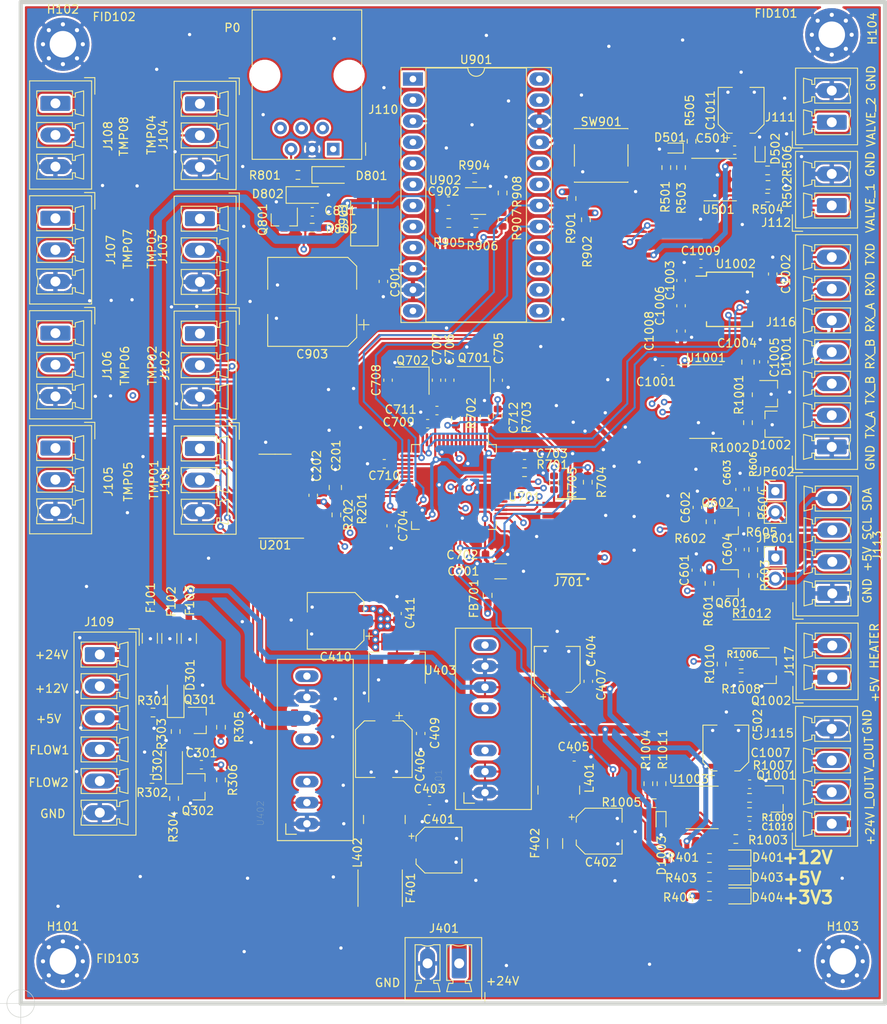
<source format=kicad_pcb>
(kicad_pcb (version 20171130) (host pcbnew "(5.1.9)-1")
  (layers (0 F.Cu mixed) (1 In1.Cu mixed) (2 In2.Cu power) (31 B.Cu mixed) (34 B.Paste user) (35 F.Paste user) (36 B.SilkS user) (37 F.SilkS user) (38 B.Mask user) (39 F.Mask user) (44 Edge.Cuts user))
  (net 0 "")
  (net 1 GND)
  (net 2 +3V3)
  (net 3 +24V)
  (net 4 +12V)
  (net 5 +5V)
  (net 6 "Net-(C801-Pad1)")
  (net 7 "Net-(D301-Pad1)")
  (net 8 "Net-(D302-Pad1)")
  (net 9 "Net-(D404-Pad2)")
  (net 10 /P1port/P1_INPUT)
  (net 11 /ExpansionBoard/RS485_RX_B)
  (net 12 /ExpansionBoard/RS485_RX_A)
  (net 13 /ExpansionBoard/RS485_TX_B)
  (net 14 /ExpansionBoard/RS485_TX_A)
  (net 15 /ValveCtrl/ANA_OUT_10V_01)
  (net 16 /ValveCtrl/ANA_OUT_10V_02)
  (net 17 /I2CInterface/SCL_5V)
  (net 18 /I2CInterface/SDA_5V)
  (net 19 /TmpSensor/TMP01)
  (net 20 /TmpSensor/TMP02)
  (net 21 /TmpSensor/TMP03)
  (net 22 /TmpSensor/TMP04)
  (net 23 /TmpSensor/TMP05)
  (net 24 /ExpansionBoard/I_OUT)
  (net 25 /ExpansionBoard/V_OUT)
  (net 26 /TmpSensor/TMP06)
  (net 27 /TmpSensor/TMP07)
  (net 28 /TmpSensor/TMP08)
  (net 29 /ExpansionBoard/RXD)
  (net 30 /ExpansionBoard/TXD)
  (net 31 /FlowInput/FLOW_01)
  (net 32 /ExpansionBoard/HEATER)
  (net 33 /FlowInput/FLOW_02)
  (net 34 /ExpansionBoard/BOILER)
  (net 35 "Net-(C401-Pad1)")
  (net 36 "Net-(C402-Pad1)")
  (net 37 "Net-(C403-Pad2)")
  (net 38 "Net-(C708-Pad1)")
  (net 39 "Net-(C711-Pad1)")
  (net 40 "Net-(D401-Pad2)")
  (net 41 "Net-(D403-Pad2)")
  (net 42 "Net-(F101-Pad1)")
  (net 43 "Net-(F102-Pad1)")
  (net 44 "Net-(F103-Pad1)")
  (net 45 "Net-(J701-Pad14)")
  (net 46 "Net-(J701-Pad13)")
  (net 47 /MainCtrl/NRESET)
  (net 48 /MainCtrl/SWCLK)
  (net 49 /MainCtrl/SWDIO)
  (net 50 /MainCtrl/EXTI0_FREQ_CALC)
  (net 51 /MainCtrl/EXTI1_FREQ_CALC)
  (net 52 /MainCtrl/LPUART1_RX_P1)
  (net 53 /MainCtrl/I2C1_SDA_TEMP_SENSORS)
  (net 54 /MainCtrl/I2C1_SCL_TEMP_SENSORS)
  (net 55 /MainCtrl/USART1_RX_DEBUG)
  (net 56 /MainCtrl/USART1_TX_DEBUG)
  (net 57 /MainCtrl/I2C2_SDA_EEPROM)
  (net 58 /MainCtrl/I2C2_SCL_EEPROM)
  (net 59 /ExpansionBoard/PWM_IN)
  (net 60 /TinyPico/RESET)
  (net 61 /MainCtrl/DAC1_OUT2_VALVE_2)
  (net 62 /MainCtrl/DAC1_OUT1_VALVE_1)
  (net 63 /ExpansionBoard/USART3_DE_RS485)
  (net 64 /ExpansionBoard/USART3_RX_RS485)
  (net 65 /ExpansionBoard/USART3_TX_RS485)
  (net 66 /ExpansionBoard/USART2_RX_RS232)
  (net 67 /ExpansionBoard/USART2_TX_RS232)
  (net 68 "Net-(C701-Pad1)")
  (net 69 "Net-(C705-Pad1)")
  (net 70 "Net-(C706-Pad1)")
  (net 71 "Net-(C707-Pad1)")
  (net 72 "Net-(C1003-Pad2)")
  (net 73 "Net-(C1003-Pad1)")
  (net 74 "Net-(C1006-Pad2)")
  (net 75 "Net-(C1006-Pad1)")
  (net 76 "Net-(C1008-Pad1)")
  (net 77 "Net-(C1009-Pad1)")
  (net 78 "Net-(C1010-Pad1)")
  (net 79 "Net-(D501-Pad1)")
  (net 80 "Net-(D502-Pad1)")
  (net 81 "Net-(D1003-Pad1)")
  (net 82 "Net-(J110-Pad1)")
  (net 83 "Net-(J110-Pad2)")
  (net 84 "Net-(J110-Pad4)")
  (net 85 "Net-(J110-Pad6)")
  (net 86 "Net-(J701-Pad10)")
  (net 87 "Net-(J701-Pad09)")
  (net 88 "Net-(J701-Pad02)")
  (net 89 "Net-(J701-Pad01)")
  (net 90 "Net-(JP601-Pad1)")
  (net 91 "Net-(JP602-Pad1)")
  (net 92 "Net-(Q1001-Pad2)")
  (net 93 "Net-(Q1001-Pad1)")
  (net 94 "Net-(Q1002-Pad3)")
  (net 95 "Net-(Q1002-Pad1)")
  (net 96 "Net-(R501-Pad1)")
  (net 97 "Net-(R502-Pad1)")
  (net 98 "Net-(R701-Pad1)")
  (net 99 "Net-(R1004-Pad1)")
  (net 100 "Net-(R1007-Pad1)")
  (net 101 "Net-(U201-Pad5)")
  (net 102 "Net-(U701-Pad62)")
  (net 103 "Net-(U701-Pad61)")
  (net 104 "Net-(U701-Pad57)")
  (net 105 "Net-(U701-Pad56)")
  (net 106 "Net-(U701-Pad55)")
  (net 107 "Net-(U701-Pad53)")
  (net 108 "Net-(U701-Pad45)")
  (net 109 "Net-(U701-Pad44)")
  (net 110 "Net-(U701-Pad40)")
  (net 111 "Net-(U701-Pad39)")
  (net 112 "Net-(U701-Pad38)")
  (net 113 "Net-(U701-Pad37)")
  (net 114 "Net-(U701-Pad36)")
  (net 115 "Net-(U701-Pad35)")
  (net 116 "Net-(U701-Pad34)")
  (net 117 "Net-(U701-Pad33)")
  (net 118 "Net-(U701-Pad28)")
  (net 119 "Net-(U701-Pad25)")
  (net 120 "Net-(U701-Pad24)")
  (net 121 "Net-(U701-Pad23)")
  (net 122 "Net-(U701-Pad22)")
  (net 123 "Net-(U701-Pad15)")
  (net 124 "Net-(U701-Pad14)")
  (net 125 "Net-(U701-Pad11)")
  (net 126 "Net-(U701-Pad10)")
  (net 127 "Net-(U701-Pad9)")
  (net 128 "Net-(U701-Pad2)")
  (net 129 "Net-(U901-Pad24)")
  (net 130 "Net-(U901-Pad12)")
  (net 131 "Net-(U901-Pad23)")
  (net 132 "Net-(U901-Pad9)")
  (net 133 "Net-(U901-Pad20)")
  (net 134 "Net-(U901-Pad8)")
  (net 135 "Net-(U901-Pad19)")
  (net 136 "Net-(U901-Pad7)")
  (net 137 "Net-(U901-Pad6)")
  (net 138 "Net-(U901-Pad5)")
  (net 139 "Net-(U901-Pad16)")
  (net 140 "Net-(U901-Pad4)")
  (net 141 "Net-(U901-Pad15)")
  (net 142 "Net-(U901-Pad14)")
  (net 143 "Net-(U901-Pad2)")
  (net 144 "Net-(U901-Pad13)")
  (net 145 "Net-(U901-Pad1)")
  (net 146 "Net-(U1001-Pad13)")
  (net 147 "Net-(U1001-Pad7)")
  (net 148 "Net-(U1002-Pad10)")
  (net 149 "Net-(U1002-Pad1)")
  (net 150 "Net-(C405-Pad2)")
  (net 151 /TinyPico/+5V_TINY_PICO)
  (net 152 /TinyPico/DI_POWER_DROP)
  (net 153 "Net-(R904-Pad1)")
  (net 154 "Net-(R907-Pad2)")
  (module Fuse:Fuse_2920_7451Metric (layer F.Cu) (at 61.087 166.4462 270)
    (fp_text reference F401 (at 0 -3.68 90) (layer F.SilkS))
    (fp_text value "1.25A Fast")
    (pad 2 smd roundrect (at 3.3875 0 270) (size 1.925 5.45) (layers F.Cu F.Paste F.Mask) (roundrect_rratio 0.1298696103896104) (net 3 +24V))
    (pad 1 smd roundrect (at -3.3875 0 270) (size 1.925 5.45) (layers F.Cu F.Paste F.Mask) (roundrect_rratio 0.1298696103896104) (net 35 "Net-(C401-Pad1)"))
  )
  (module Diode_SMD:D_SMA (layer F.Cu) (at 59.182 85.6676 90)
    (fp_text reference D901 (at 0 -2.5 90) (layer F.SilkS))
    (fp_text value SL13-E3/61T)
    (pad 2 smd rect (at 2 0 90) (size 2.5 1.8) (layers F.Cu F.Paste F.Mask) (net 5 +5V))
    (pad 1 smd rect (at -2 0 90) (size 2.5 1.8) (layers F.Cu F.Paste F.Mask) (net 151 /TinyPico/+5V_TINY_PICO))
  )
  (module Package_TO_SOT_SMD:SOT-23-5 (layer F.Cu) (at 72.912 83.6638)
    (fp_text reference U902 (at -3.9764 -2.5108) (layer F.SilkS))
    (fp_text value MCP6561R)
    (pad 5 smd rect (at 1.1 -0.95) (size 1.06 0.65) (layers F.Cu F.Paste F.Mask) (net 1 GND))
    (pad 4 smd rect (at 1.1 0.95) (size 1.06 0.65) (layers F.Cu F.Paste F.Mask) (net 154 "Net-(R907-Pad2)"))
    (pad 3 smd rect (at -1.1 0.95) (size 1.06 0.65) (layers F.Cu F.Paste F.Mask) (net 153 "Net-(R904-Pad1)"))
    (pad 2 smd rect (at -1.1 0) (size 1.06 0.65) (layers F.Cu F.Paste F.Mask) (net 151 /TinyPico/+5V_TINY_PICO))
    (pad 1 smd rect (at -1.1 -0.95) (size 1.06 0.65) (layers F.Cu F.Paste F.Mask) (net 152 /TinyPico/DI_POWER_DROP))
  )
  (module Resistor_SMD:R_0603_1608Metric (layer F.Cu) (at 75.8444 82.6902 90)
    (fp_text reference R908 (at 0.1402 1.7526 90) (layer F.SilkS))
    (fp_text value 15K)
    (pad 2 smd roundrect (at 0.825 0 90) (size 0.8 0.95) (layers F.Cu F.Paste F.Mask) (net 1 GND))
    (pad 1 smd roundrect (at -0.825 0 90) (size 0.8 0.95) (layers F.Cu F.Paste F.Mask) (net 154 "Net-(R907-Pad2)"))
  )
  (module Resistor_SMD:R_0603_1608Metric (layer F.Cu) (at 75.8444 85.8896 90)
    (fp_text reference R907 (at -0.6228 1.7272 90) (layer F.SilkS))
    (fp_text value 10K)
    (pad 2 smd roundrect (at 0.825 0 90) (size 0.8 0.95) (layers F.Cu F.Paste F.Mask) (net 154 "Net-(R907-Pad2)"))
    (pad 1 smd roundrect (at -0.825 0 90) (size 0.8 0.95) (layers F.Cu F.Paste F.Mask) (net 5 +5V))
  )
  (module Resistor_SMD:R_0603_1608Metric (layer F.Cu) (at 72.6318 86.3092)
    (fp_text reference R906 (at 0.7742 2.7686) (layer F.SilkS))
    (fp_text value 10K)
    (pad 2 smd roundrect (at 0.825 0) (size 0.8 0.95) (layers F.Cu F.Paste F.Mask) (net 1 GND))
    (pad 1 smd roundrect (at -0.825 0) (size 0.8 0.95) (layers F.Cu F.Paste F.Mask) (net 153 "Net-(R904-Pad1)"))
  )
  (module Resistor_SMD:R_0603_1608Metric (layer F.Cu) (at 69.3552 86.3092)
    (fp_text reference R905 (at 0.0376 2.3622) (layer F.SilkS))
    (fp_text value 10K)
    (pad 2 smd roundrect (at 0.825 0) (size 0.8 0.95) (layers F.Cu F.Paste F.Mask) (net 153 "Net-(R904-Pad1)"))
    (pad 1 smd roundrect (at -0.825 0) (size 0.8 0.95) (layers F.Cu F.Paste F.Mask) (net 151 /TinyPico/+5V_TINY_PICO))
  )
  (module Resistor_SMD:R_0603_1608Metric (layer F.Cu) (at 72.4784 80.8482 180)
    (fp_text reference R904 (at 0.064 1.4732) (layer F.SilkS))
    (fp_text value 68K)
    (pad 2 smd roundrect (at 0.825 0 180) (size 0.8 0.95) (layers F.Cu F.Paste F.Mask) (net 152 /TinyPico/DI_POWER_DROP))
    (pad 1 smd roundrect (at -0.825 0 180) (size 0.8 0.95) (layers F.Cu F.Paste F.Mask) (net 153 "Net-(R904-Pad1)"))
  )
  (module Capacitor_SMD:CP_Elec_10x10.5 (layer F.Cu) (at 52.8992 95.8088 180)
    (fp_text reference C903 (at 0 -6.3) (layer F.SilkS))
    (fp_text value 1000uF)
    (pad 2 smd roundrect (at 4.2 0 180) (size 4.4 2.5) (layers F.Cu F.Paste F.Mask) (roundrect_rratio 0.1) (net 1 GND))
    (pad 1 smd roundrect (at -4.2 0 180) (size 4.4 2.5) (layers F.Cu F.Paste F.Mask) (roundrect_rratio 0.1) (net 151 /TinyPico/+5V_TINY_PICO))
  )
  (module Capacitor_SMD:C_0603_1608Metric (layer F.Cu) (at 69.3296 83.6676 180)
    (fp_text reference C902 (at 0.5966 1.1684) (layer F.SilkS))
    (fp_text value 100nF)
    (pad 2 smd roundrect (at 0.775 0 180) (size 0.9 0.95) (layers F.Cu F.Paste F.Mask) (net 1 GND))
    (pad 1 smd roundrect (at -0.775 0 180) (size 0.9 0.95) (layers F.Cu F.Paste F.Mask) (net 151 /TinyPico/+5V_TINY_PICO))
  )
  (module Package_DIP:DIP-24_W15.24mm_Socket_LongPads (layer F.Cu) (at 65.036 68.959)
    (fp_text reference U901 (at 7.62 -2.33) (layer F.SilkS))
    (fp_text value TinyPico)
    (pad 24 thru_hole oval (at 15.24 0) (size 2.4 1.6) (drill 0.8) (layers *.Cu *.Mask) (net 129 "Net-(U901-Pad24)"))
    (pad 12 thru_hole oval (at 0 27.94) (size 2.4 1.6) (drill 0.8) (layers *.Cu *.Mask) (net 130 "Net-(U901-Pad12)"))
    (pad 23 thru_hole oval (at 15.24 2.54) (size 2.4 1.6) (drill 0.8) (layers *.Cu *.Mask) (net 131 "Net-(U901-Pad23)"))
    (pad 11 thru_hole oval (at 0 25.4) (size 2.4 1.6) (drill 0.8) (layers *.Cu *.Mask) (net 1 GND))
    (pad 22 thru_hole oval (at 15.24 5.08) (size 2.4 1.6) (drill 0.8) (layers *.Cu *.Mask) (net 1 GND))
    (pad 10 thru_hole oval (at 0 22.86) (size 2.4 1.6) (drill 0.8) (layers *.Cu *.Mask) (net 151 /TinyPico/+5V_TINY_PICO))
    (pad 21 thru_hole oval (at 15.24 7.62) (size 2.4 1.6) (drill 0.8) (layers *.Cu *.Mask) (net 60 /TinyPico/RESET))
    (pad 9 thru_hole oval (at 0 20.32) (size 2.4 1.6) (drill 0.8) (layers *.Cu *.Mask) (net 132 "Net-(U901-Pad9)"))
    (pad 20 thru_hole oval (at 15.24 10.16) (size 2.4 1.6) (drill 0.8) (layers *.Cu *.Mask) (net 133 "Net-(U901-Pad20)"))
    (pad 8 thru_hole oval (at 0 17.78) (size 2.4 1.6) (drill 0.8) (layers *.Cu *.Mask) (net 134 "Net-(U901-Pad8)"))
    (pad 19 thru_hole oval (at 15.24 12.7) (size 2.4 1.6) (drill 0.8) (layers *.Cu *.Mask) (net 135 "Net-(U901-Pad19)"))
    (pad 7 thru_hole oval (at 0 15.24) (size 2.4 1.6) (drill 0.8) (layers *.Cu *.Mask) (net 136 "Net-(U901-Pad7)"))
    (pad 18 thru_hole oval (at 15.24 15.24) (size 2.4 1.6) (drill 0.8) (layers *.Cu *.Mask) (net 57 /MainCtrl/I2C2_SDA_EEPROM))
    (pad 6 thru_hole oval (at 0 12.7) (size 2.4 1.6) (drill 0.8) (layers *.Cu *.Mask) (net 137 "Net-(U901-Pad6)"))
    (pad 17 thru_hole oval (at 15.24 17.78) (size 2.4 1.6) (drill 0.8) (layers *.Cu *.Mask) (net 58 /MainCtrl/I2C2_SCL_EEPROM))
    (pad 5 thru_hole oval (at 0 10.16) (size 2.4 1.6) (drill 0.8) (layers *.Cu *.Mask) (net 138 "Net-(U901-Pad5)"))
    (pad 16 thru_hole oval (at 15.24 20.32) (size 2.4 1.6) (drill 0.8) (layers *.Cu *.Mask) (net 139 "Net-(U901-Pad16)"))
    (pad 4 thru_hole oval (at 0 7.62) (size 2.4 1.6) (drill 0.8) (layers *.Cu *.Mask) (net 140 "Net-(U901-Pad4)"))
    (pad 15 thru_hole oval (at 15.24 22.86) (size 2.4 1.6) (drill 0.8) (layers *.Cu *.Mask) (net 141 "Net-(U901-Pad15)"))
    (pad 3 thru_hole oval (at 0 5.08) (size 2.4 1.6) (drill 0.8) (layers *.Cu *.Mask) (net 152 /TinyPico/DI_POWER_DROP))
    (pad 14 thru_hole oval (at 15.24 25.4) (size 2.4 1.6) (drill 0.8) (layers *.Cu *.Mask) (net 142 "Net-(U901-Pad14)"))
    (pad 2 thru_hole oval (at 0 2.54) (size 2.4 1.6) (drill 0.8) (layers *.Cu *.Mask) (net 143 "Net-(U901-Pad2)"))
    (pad 13 thru_hole oval (at 15.24 27.94) (size 2.4 1.6) (drill 0.8) (layers *.Cu *.Mask) (net 144 "Net-(U901-Pad13)"))
    (pad 1 thru_hole rect (at 0 0) (size 2.4 1.6) (drill 0.8) (layers *.Cu *.Mask) (net 145 "Net-(U901-Pad1)"))
  )
  (module FTSH:SAMTEC_FTSH-107-01-L-DV-K (layer F.Cu) (at 84.074 124.079 90)
    (fp_text reference J701 (at -5.461 -0.3048 180) (layer F.SilkS))
    (fp_text value FTSH-107-01-L-DV-K)
    (pad 14 smd rect (at 3.81 -2.035 90) (size 0.74 2.79) (layers F.Cu F.Paste F.Mask) (net 45 "Net-(J701-Pad14)"))
    (pad 13 smd rect (at 3.81 2.035 90) (size 0.74 2.79) (layers F.Cu F.Paste F.Mask) (net 46 "Net-(J701-Pad13)"))
    (pad 12 smd rect (at 2.54 -2.035 90) (size 0.74 2.79) (layers F.Cu F.Paste F.Mask) (net 47 /MainCtrl/NRESET))
    (pad 11 smd rect (at 2.54 2.035 90) (size 0.74 2.79) (layers F.Cu F.Paste F.Mask) (net 1 GND))
    (pad 10 smd rect (at 1.27 -2.035 90) (size 0.74 2.79) (layers F.Cu F.Paste F.Mask) (net 86 "Net-(J701-Pad10)"))
    (pad 09 smd rect (at 1.27 2.035 90) (size 0.74 2.79) (layers F.Cu F.Paste F.Mask) (net 87 "Net-(J701-Pad09)"))
    (pad 08 smd rect (at 0 -2.035 90) (size 0.74 2.79) (layers F.Cu F.Paste F.Mask) (net 1 GND))
    (pad 07 smd rect (at 0 2.035 90) (size 0.74 2.79) (layers F.Cu F.Paste F.Mask) (net 1 GND))
    (pad 06 smd rect (at -1.27 -2.035 90) (size 0.74 2.79) (layers F.Cu F.Paste F.Mask) (net 48 /MainCtrl/SWCLK))
    (pad 05 smd rect (at -1.27 2.035 90) (size 0.74 2.79) (layers F.Cu F.Paste F.Mask) (net 1 GND))
    (pad 04 smd rect (at -2.54 -2.035 90) (size 0.74 2.79) (layers F.Cu F.Paste F.Mask) (net 49 /MainCtrl/SWDIO))
    (pad 03 smd rect (at -2.54 2.035 90) (size 0.74 2.79) (layers F.Cu F.Paste F.Mask) (net 2 +3V3))
    (pad 02 smd rect (at -3.81 -2.035 90) (size 0.74 2.79) (layers F.Cu F.Paste F.Mask) (net 88 "Net-(J701-Pad02)"))
    (pad 01 smd rect (at -3.81 2.035 90) (size 0.74 2.79) (layers F.Cu F.Paste F.Mask) (net 89 "Net-(J701-Pad01)"))
  )
  (module Connector_Phoenix_MC:PhoenixContact_MCV_1,5_2-G-3.81_1x02_P3.81mm_Vertical (layer F.Cu) (at 115.57 141.0335 90)
    (fp_text reference J117 (at 1.9431 -5.1816 270) (layer F.SilkS))
    (fp_text value "Boiler Heater")
    (pad 2 thru_hole oval (at 3.81 0 90) (size 1.8 3.6) (drill 1.2) (layers *.Cu *.Mask) (net 32 /ExpansionBoard/HEATER))
    (pad 1 thru_hole roundrect (at 0 0 90) (size 1.8 3.6) (drill 1.2) (layers *.Cu *.Mask) (roundrect_rratio 0.1388888888888889) (net 5 +5V))
  )
  (module Connector_Phoenix_MC:PhoenixContact_MCV_1,5_4-G-3.81_1x04_P3.81mm_Vertical (layer F.Cu) (at 115.5065 158.6865 90)
    (fp_text reference J115 (at 10.9093 -6.3881) (layer F.SilkS))
    (fp_text value "AnaOut Heatpump")
    (pad 4 thru_hole oval (at 11.43 0 90) (size 1.8 3.6) (drill 1.2) (layers *.Cu *.Mask) (net 1 GND))
    (pad 3 thru_hole oval (at 7.62 0 90) (size 1.8 3.6) (drill 1.2) (layers *.Cu *.Mask) (net 25 /ExpansionBoard/V_OUT))
    (pad 2 thru_hole oval (at 3.81 0 90) (size 1.8 3.6) (drill 1.2) (layers *.Cu *.Mask) (net 24 /ExpansionBoard/I_OUT))
    (pad 1 thru_hole roundrect (at 0 0 90) (size 1.8 3.6) (drill 1.2) (layers *.Cu *.Mask) (roundrect_rratio 0.1388888888888889) (net 3 +24V))
  )
  (module Connector_Phoenix_MC:PhoenixContact_MCV_1,5_3-G-3.81_1x03_P3.81mm_Vertical (layer F.Cu) (at 39.37 85.7885 270)
    (fp_text reference J103 (at 3.6703 4.4704 90) (layer F.SilkS))
    (fp_text value TMP03)
    (pad 3 thru_hole oval (at 7.62 0 270) (size 1.8 3.6) (drill 1.2) (layers *.Cu *.Mask) (net 1 GND))
    (pad 2 thru_hole oval (at 3.81 0 270) (size 1.8 3.6) (drill 1.2) (layers *.Cu *.Mask) (net 21 /TmpSensor/TMP03))
    (pad 1 thru_hole roundrect (at 0 0 270) (size 1.8 3.6) (drill 1.2) (layers *.Cu *.Mask) (roundrect_rratio 0.1388888888888889) (net 2 +3V3))
  )
  (module Connector_Phoenix_MC:PhoenixContact_MCV_1,5_3-G-3.81_1x03_P3.81mm_Vertical (layer F.Cu) (at 21.9583 71.8947 270)
    (fp_text reference J108 (at 3.9497 -6.3373 90) (layer F.SilkS))
    (fp_text value TMP08)
    (pad 3 thru_hole oval (at 7.62 0 270) (size 1.8 3.6) (drill 1.2) (layers *.Cu *.Mask) (net 1 GND))
    (pad 2 thru_hole oval (at 3.81 0 270) (size 1.8 3.6) (drill 1.2) (layers *.Cu *.Mask) (net 28 /TmpSensor/TMP08))
    (pad 1 thru_hole roundrect (at 0 0 270) (size 1.8 3.6) (drill 1.2) (layers *.Cu *.Mask) (roundrect_rratio 0.1388888888888889) (net 2 +3V3))
  )
  (module Connector_Phoenix_MC:PhoenixContact_MCV_1,5_2-G-3.81_1x02_P3.81mm_Vertical (layer F.Cu) (at 70.612 175.514 180)
    (fp_text reference J401 (at 1.8288 4.2164) (layer F.SilkS))
    (fp_text value 24V)
    (pad 2 thru_hole oval (at 3.81 0 180) (size 1.8 3.6) (drill 1.2) (layers *.Cu *.Mask) (net 1 GND))
    (pad 1 thru_hole roundrect (at 0 0 180) (size 1.8 3.6) (drill 1.2) (layers *.Cu *.Mask) (roundrect_rratio 0.1388888888888889) (net 3 +24V))
  )
  (module Connector_Phoenix_MC:PhoenixContact_MCV_1,5_7-G-3.81_1x07_P3.81mm_Vertical (layer F.Cu) (at 115.5065 113.284 90)
    (fp_text reference J116 (at 15.0368 -6.1341 180) (layer F.SilkS))
    (fp_text value "Serial Heatpump")
    (pad 7 thru_hole oval (at 22.86 0 90) (size 1.8 3.6) (drill 1.2) (layers *.Cu *.Mask) (net 30 /ExpansionBoard/TXD))
    (pad 6 thru_hole oval (at 19.05 0 90) (size 1.8 3.6) (drill 1.2) (layers *.Cu *.Mask) (net 29 /ExpansionBoard/RXD))
    (pad 5 thru_hole oval (at 15.24 0 90) (size 1.8 3.6) (drill 1.2) (layers *.Cu *.Mask) (net 12 /ExpansionBoard/RS485_RX_A))
    (pad 4 thru_hole oval (at 11.43 0 90) (size 1.8 3.6) (drill 1.2) (layers *.Cu *.Mask) (net 11 /ExpansionBoard/RS485_RX_B))
    (pad 3 thru_hole oval (at 7.62 0 90) (size 1.8 3.6) (drill 1.2) (layers *.Cu *.Mask) (net 13 /ExpansionBoard/RS485_TX_B))
    (pad 2 thru_hole oval (at 3.81 0 90) (size 1.8 3.6) (drill 1.2) (layers *.Cu *.Mask) (net 14 /ExpansionBoard/RS485_TX_A))
    (pad 1 thru_hole roundrect (at 0 0 90) (size 1.8 3.6) (drill 1.2) (layers *.Cu *.Mask) (roundrect_rratio 0.1388888888888889) (net 1 GND))
  )
  (module Connector_Phoenix_MC:PhoenixContact_MCV_1,5_4-G-3.81_1x04_P3.81mm_Vertical (layer F.Cu) (at 115.57 130.937 90)
    (fp_text reference J113 (at 5.7658 5.4356 90) (layer F.SilkS))
    (fp_text value "I2C 5V #1")
    (pad 4 thru_hole oval (at 11.43 0 90) (size 1.8 3.6) (drill 1.2) (layers *.Cu *.Mask) (net 18 /I2CInterface/SDA_5V))
    (pad 3 thru_hole oval (at 7.62 0 90) (size 1.8 3.6) (drill 1.2) (layers *.Cu *.Mask) (net 17 /I2CInterface/SCL_5V))
    (pad 2 thru_hole oval (at 3.81 0 90) (size 1.8 3.6) (drill 1.2) (layers *.Cu *.Mask) (net 5 +5V))
    (pad 1 thru_hole roundrect (at 0 0 90) (size 1.8 3.6) (drill 1.2) (layers *.Cu *.Mask) (roundrect_rratio 0.1388888888888889) (net 1 GND))
  )
  (module Connector_Phoenix_MC:PhoenixContact_MCV_1,5_2-G-3.81_1x02_P3.81mm_Vertical (layer F.Cu) (at 115.5065 84.201 90)
    (fp_text reference J112 (at -2.0574 -6.6929 180) (layer F.SilkS))
    (fp_text value AnaOut2)
    (pad 2 thru_hole oval (at 3.81 0 90) (size 1.8 3.6) (drill 1.2) (layers *.Cu *.Mask) (net 1 GND))
    (pad 1 thru_hole roundrect (at 0 0 90) (size 1.8 3.6) (drill 1.2) (layers *.Cu *.Mask) (roundrect_rratio 0.1388888888888889) (net 16 /ValveCtrl/ANA_OUT_10V_02))
  )
  (module Connector_Phoenix_MC:PhoenixContact_MCV_1,5_2-G-3.81_1x02_P3.81mm_Vertical (layer F.Cu) (at 115.5065 74.168 90)
    (fp_text reference J111 (at 0.6096 -6.2357 180) (layer F.SilkS))
    (fp_text value AnaOut01)
    (pad 2 thru_hole oval (at 3.81 0 90) (size 1.8 3.6) (drill 1.2) (layers *.Cu *.Mask) (net 1 GND))
    (pad 1 thru_hole roundrect (at 0 0 90) (size 1.8 3.6) (drill 1.2) (layers *.Cu *.Mask) (roundrect_rratio 0.1388888888888889) (net 15 /ValveCtrl/ANA_OUT_10V_01))
  )
  (module Connector_Phoenix_MC:PhoenixContact_MCV_1,5_6-G-3.81_1x06_P3.81mm_Vertical (layer F.Cu) (at 27.305 138.303 270)
    (fp_text reference J109 (at -3.937 0.0762) (layer F.SilkS))
    (fp_text value Flowsensors)
    (pad 6 thru_hole oval (at 19.05 0 270) (size 1.8 3.6) (drill 1.2) (layers *.Cu *.Mask) (net 1 GND))
    (pad 5 thru_hole oval (at 15.24 0 270) (size 1.8 3.6) (drill 1.2) (layers *.Cu *.Mask) (net 33 /FlowInput/FLOW_02))
    (pad 4 thru_hole oval (at 11.43 0 270) (size 1.8 3.6) (drill 1.2) (layers *.Cu *.Mask) (net 31 /FlowInput/FLOW_01))
    (pad 3 thru_hole oval (at 7.62 0 270) (size 1.8 3.6) (drill 1.2) (layers *.Cu *.Mask) (net 44 "Net-(F103-Pad1)"))
    (pad 2 thru_hole oval (at 3.81 0 270) (size 1.8 3.6) (drill 1.2) (layers *.Cu *.Mask) (net 43 "Net-(F102-Pad1)"))
    (pad 1 thru_hole roundrect (at 0 0 270) (size 1.8 3.6) (drill 1.2) (layers *.Cu *.Mask) (roundrect_rratio 0.1388888888888889) (net 42 "Net-(F101-Pad1)"))
  )
  (module Connector_Phoenix_MC:PhoenixContact_MCV_1,5_3-G-3.81_1x03_P3.81mm_Vertical (layer F.Cu) (at 21.9583 85.7377 270)
    (fp_text reference J107 (at 3.8227 -6.6675 90) (layer F.SilkS))
    (fp_text value TMP07)
    (pad 3 thru_hole oval (at 7.62 0 270) (size 1.8 3.6) (drill 1.2) (layers *.Cu *.Mask) (net 1 GND))
    (pad 2 thru_hole oval (at 3.81 0 270) (size 1.8 3.6) (drill 1.2) (layers *.Cu *.Mask) (net 27 /TmpSensor/TMP07))
    (pad 1 thru_hole roundrect (at 0 0 270) (size 1.8 3.6) (drill 1.2) (layers *.Cu *.Mask) (roundrect_rratio 0.1388888888888889) (net 2 +3V3))
  )
  (module Connector_Phoenix_MC:PhoenixContact_MCV_1,5_3-G-3.81_1x03_P3.81mm_Vertical (layer F.Cu) (at 21.9583 99.5807 270)
    (fp_text reference J106 (at 3.9243 -6.2357 90) (layer F.SilkS))
    (fp_text value TMP06)
    (pad 3 thru_hole oval (at 7.62 0 270) (size 1.8 3.6) (drill 1.2) (layers *.Cu *.Mask) (net 1 GND))
    (pad 2 thru_hole oval (at 3.81 0 270) (size 1.8 3.6) (drill 1.2) (layers *.Cu *.Mask) (net 26 /TmpSensor/TMP06))
    (pad 1 thru_hole roundrect (at 0 0 270) (size 1.8 3.6) (drill 1.2) (layers *.Cu *.Mask) (roundrect_rratio 0.1388888888888889) (net 2 +3V3))
  )
  (module Connector_Phoenix_MC:PhoenixContact_MCV_1,5_3-G-3.81_1x03_P3.81mm_Vertical (layer F.Cu) (at 21.9583 113.4237 270)
    (fp_text reference J105 (at 4.0513 -6.3881 90) (layer F.SilkS))
    (fp_text value TMP05)
    (pad 3 thru_hole oval (at 7.62 0 270) (size 1.8 3.6) (drill 1.2) (layers *.Cu *.Mask) (net 1 GND))
    (pad 2 thru_hole oval (at 3.81 0 270) (size 1.8 3.6) (drill 1.2) (layers *.Cu *.Mask) (net 23 /TmpSensor/TMP05))
    (pad 1 thru_hole roundrect (at 0 0 270) (size 1.8 3.6) (drill 1.2) (layers *.Cu *.Mask) (roundrect_rratio 0.1388888888888889) (net 2 +3V3))
  )
  (module Connector_Phoenix_MC:PhoenixContact_MCV_1,5_3-G-3.81_1x03_P3.81mm_Vertical (layer F.Cu) (at 39.37 71.9455 270)
    (fp_text reference J104 (at 3.7465 4.4196 90) (layer F.SilkS))
    (fp_text value TMP04)
    (pad 3 thru_hole oval (at 7.62 0 270) (size 1.8 3.6) (drill 1.2) (layers *.Cu *.Mask) (net 1 GND))
    (pad 2 thru_hole oval (at 3.81 0 270) (size 1.8 3.6) (drill 1.2) (layers *.Cu *.Mask) (net 22 /TmpSensor/TMP04))
    (pad 1 thru_hole roundrect (at 0 0 270) (size 1.8 3.6) (drill 1.2) (layers *.Cu *.Mask) (roundrect_rratio 0.1388888888888889) (net 2 +3V3))
  )
  (module Connector_Phoenix_MC:PhoenixContact_MCV_1,5_3-G-3.81_1x03_P3.81mm_Vertical (layer F.Cu) (at 39.37 99.6315 270)
    (fp_text reference J102 (at 3.8481 4.2164 90) (layer F.SilkS))
    (fp_text value TMP02)
    (pad 3 thru_hole oval (at 7.62 0 270) (size 1.8 3.6) (drill 1.2) (layers *.Cu *.Mask) (net 1 GND))
    (pad 2 thru_hole oval (at 3.81 0 270) (size 1.8 3.6) (drill 1.2) (layers *.Cu *.Mask) (net 20 /TmpSensor/TMP02))
    (pad 1 thru_hole roundrect (at 0 0 270) (size 1.8 3.6) (drill 1.2) (layers *.Cu *.Mask) (roundrect_rratio 0.1388888888888889) (net 2 +3V3))
  )
  (module Connector_Phoenix_MC:PhoenixContact_MCV_1,5_3-G-3.81_1x03_P3.81mm_Vertical (layer F.Cu) (at 39.37 113.4745 270)
    (fp_text reference J101 (at 3.7719 4.2164 90) (layer F.SilkS))
    (fp_text value TMP01)
    (pad 3 thru_hole oval (at 7.62 0 270) (size 1.8 3.6) (drill 1.2) (layers *.Cu *.Mask) (net 1 GND))
    (pad 2 thru_hole oval (at 3.81 0 270) (size 1.8 3.6) (drill 1.2) (layers *.Cu *.Mask) (net 19 /TmpSensor/TMP01))
    (pad 1 thru_hole roundrect (at 0 0 270) (size 1.8 3.6) (drill 1.2) (layers *.Cu *.Mask) (roundrect_rratio 0.1388888888888889) (net 2 +3V3))
  )
  (module Capacitor_SMD:C_0603_1608Metric (layer F.Cu) (at 84.468 150.622 180)
    (fp_text reference C405 (at 0.0765 1.2065) (layer F.SilkS))
    (fp_text value "100nF 50V")
    (pad 2 smd roundrect (at 0.775 0 180) (size 0.9 0.95) (layers F.Cu F.Paste F.Mask) (net 150 "Net-(C405-Pad2)"))
    (pad 1 smd roundrect (at -0.775 0 180) (size 0.9 0.95) (layers F.Cu F.Paste F.Mask) (net 1 GND))
  )
  (module FTSH:SPAN02 (layer F.Cu) (at 73.7235 146.05 90)
    (fp_text reference U401 (at -7.62 -5.588 90) (layer F.SilkS) (effects (font (size 0.8 0.8) (thickness 0.015))))
    (fp_text value SPBW06F-12)
    (pad 8 thru_hole oval (at 8.89 0 90) (size 1.397 2.794) (drill 0.889) (layers *.Cu *.Mask))
    (pad 7 thru_hole oval (at 6.35 0 90) (size 1.397 2.794) (drill 0.889) (layers *.Cu *.Mask) (net 1 GND))
    (pad 6 thru_hole oval (at 3.81 0 90) (size 1.397 2.794) (drill 0.889) (layers *.Cu *.Mask) (net 4 +12V))
    (pad 5 thru_hole oval (at 1.27 0 90) (size 1.397 2.794) (drill 0.889) (layers *.Cu *.Mask))
    (pad 1 thru_hole oval (at -8.89 0 90) (size 1.397 2.794) (drill 0.889) (layers *.Cu *.Mask) (net 1 GND))
    (pad 2 thru_hole oval (at -6.35 0 90) (size 1.397 2.794) (drill 0.889) (layers *.Cu *.Mask) (net 150 "Net-(C405-Pad2)"))
    (pad 3 thru_hole oval (at -3.81 0 90) (size 1.397 2.794) (drill 0.889) (layers *.Cu *.Mask))
  )
  (module Fuse:Fuse_1206_3216Metric_Pad1.42x1.75mm_HandSolder (layer F.Cu) (at 82.169 161.0725 90)
    (fp_text reference F402 (at 0.0365 -2.413 90) (layer F.SilkS))
    (fp_text value 0.1A)
    (pad 2 smd roundrect (at 1.4875 0 90) (size 1.425 1.75) (layers F.Cu F.Paste F.Mask) (roundrect_rratio 0.1754385964912281) (net 36 "Net-(C402-Pad1)"))
    (pad 1 smd roundrect (at -1.4875 0 90) (size 1.425 1.75) (layers F.Cu F.Paste F.Mask) (roundrect_rratio 0.1754385964912281) (net 3 +24V))
  )
  (module Capacitor_SMD:CP_Elec_5x5.3 (layer F.Cu) (at 104.5845 72.73 90)
    (fp_text reference C1011 (at 0 -3.7 90) (layer F.SilkS))
    (fp_text value "10uF 50V")
    (pad 2 smd roundrect (at 2.2 0 90) (size 3 1.6) (layers F.Cu F.Paste F.Mask) (roundrect_rratio 0.15625) (net 1 GND))
    (pad 1 smd roundrect (at -2.2 0 90) (size 3 1.6) (layers F.Cu F.Paste F.Mask) (roundrect_rratio 0.15625) (net 4 +12V))
  )
  (module Capacitor_SMD:CP_Elec_5x5.3 (layer F.Cu) (at 102.743 149.565 90)
    (fp_text reference C502 (at 2.8038 3.8354 90) (layer F.SilkS))
    (fp_text value "10uF 50V")
    (pad 2 smd roundrect (at 2.2 0 90) (size 3 1.6) (layers F.Cu F.Paste F.Mask) (roundrect_rratio 0.15625) (net 1 GND))
    (pad 1 smd roundrect (at -2.2 0 90) (size 3 1.6) (layers F.Cu F.Paste F.Mask) (roundrect_rratio 0.15625) (net 4 +12V))
  )
  (module Capacitor_SMD:CP_Elec_6.3x5.8 (layer F.Cu) (at 55.72 134.239 180)
    (fp_text reference C410 (at 0 -4.35) (layer F.SilkS))
    (fp_text value "220uF 16V")
    (pad 2 smd roundrect (at 2.7 0 180) (size 3.5 1.6) (layers F.Cu F.Paste F.Mask) (roundrect_rratio 0.15625) (net 1 GND))
    (pad 1 smd roundrect (at -2.7 0 180) (size 3.5 1.6) (layers F.Cu F.Paste F.Mask) (roundrect_rratio 0.15625) (net 2 +3V3))
  )
  (module FTSH:SPAN02 (layer F.Cu) (at 52.2605 149.7965 90)
    (fp_text reference U402 (at -7.62 -5.588 90) (layer F.SilkS) (effects (font (size 0.8 0.8) (thickness 0.015))))
    (fp_text value SPBW06F-05)
    (pad 8 thru_hole oval (at 8.89 0 90) (size 1.397 2.794) (drill 0.889) (layers *.Cu *.Mask))
    (pad 7 thru_hole oval (at 6.35 0 90) (size 1.397 2.794) (drill 0.889) (layers *.Cu *.Mask) (net 1 GND))
    (pad 6 thru_hole oval (at 3.81 0 90) (size 1.397 2.794) (drill 0.889) (layers *.Cu *.Mask) (net 5 +5V))
    (pad 5 thru_hole oval (at 1.27 0 90) (size 1.397 2.794) (drill 0.889) (layers *.Cu *.Mask))
    (pad 1 thru_hole oval (at -8.89 0 90) (size 1.397 2.794) (drill 0.889) (layers *.Cu *.Mask) (net 1 GND))
    (pad 2 thru_hole oval (at -6.35 0 90) (size 1.397 2.794) (drill 0.889) (layers *.Cu *.Mask) (net 37 "Net-(C403-Pad2)"))
    (pad 3 thru_hole oval (at -3.81 0 90) (size 1.397 2.794) (drill 0.889) (layers *.Cu *.Mask))
  )
  (module Inductor_SMD:L_Coilcraft_LPS5030 (layer F.Cu) (at 61.595 158.1735 90)
    (fp_text reference L402 (at -4.0055 -3.2385 90) (layer F.SilkS))
    (fp_text value 10uH)
    (pad 2 smd custom (at 2.2275 0 90) (size 1.055 3.4) (layers F.Cu F.Paste F.Mask) (net 37 "Net-(C403-Pad2)") (options (clearance outline) (anchor rect)) (primitives (gr_poly (pts (xy -1.4675 -1.7) (xy -0.5275 -0.8445) (xy -0.5275 0.8445) (xy -1.4675 1.7) (xy -1.4675 2.755) (xy -0.5275 2.755) (xy 0.5275 1.7) (xy 0.5275 -1.7) (xy -0.5275 -2.755) (xy -1.4675 -2.755)) (width 0))))
    (pad 1 smd custom (at -2.2275 0 90) (size 1.055 3.4) (layers F.Cu F.Paste F.Mask) (net 35 "Net-(C401-Pad1)") (options (clearance outline) (anchor rect)) (primitives (gr_poly (pts (xy 1.4675 -1.7) (xy 0.5275 -0.8445) (xy 0.5275 0.8445) (xy 1.4675 1.7) (xy 1.4675 2.755) (xy 0.5275 2.755) (xy -0.5275 1.7) (xy -0.5275 -1.7) (xy 0.5275 -2.755) (xy 1.4675 -2.755)) (width 0))))
  )
  (module Inductor_SMD:L_Coilcraft_LPS5030 (layer F.Cu) (at 82.6135 154.6275 90)
    (fp_text reference L401 (at 1.4655 3.683 90) (layer F.SilkS))
    (fp_text value 10uH)
    (pad 2 smd custom (at 2.2275 0 90) (size 1.055 3.4) (layers F.Cu F.Paste F.Mask) (net 150 "Net-(C405-Pad2)") (options (clearance outline) (anchor rect)) (primitives (gr_poly (pts (xy -1.4675 -1.7) (xy -0.5275 -0.8445) (xy -0.5275 0.8445) (xy -1.4675 1.7) (xy -1.4675 2.755) (xy -0.5275 2.755) (xy 0.5275 1.7) (xy 0.5275 -1.7) (xy -0.5275 -2.755) (xy -1.4675 -2.755)) (width 0))))
    (pad 1 smd custom (at -2.2275 0 90) (size 1.055 3.4) (layers F.Cu F.Paste F.Mask) (net 36 "Net-(C402-Pad1)") (options (clearance outline) (anchor rect)) (primitives (gr_poly (pts (xy 1.4675 -1.7) (xy 0.5275 -0.8445) (xy 0.5275 0.8445) (xy 1.4675 1.7) (xy 1.4675 2.755) (xy 0.5275 2.755) (xy -0.5275 1.7) (xy -0.5275 -1.7) (xy 0.5275 -2.755) (xy 1.4675 -2.755)) (width 0))))
  )
  (module Capacitor_SMD:C_0603_1608Metric (layer F.Cu) (at 104.4575 125.6535 90)
    (fp_text reference C604 (at 0.0251 -1.5113 90) (layer F.SilkS))
    (fp_text value "100nF 50V")
    (pad 2 smd roundrect (at 0.775 0 90) (size 0.9 0.95) (layers F.Cu F.Paste F.Mask) (net 1 GND))
    (pad 1 smd roundrect (at -0.775 0 90) (size 0.9 0.95) (layers F.Cu F.Paste F.Mask) (net 5 +5V))
  )
  (module Capacitor_SMD:C_0603_1608Metric (layer F.Cu) (at 99.187 128.13 90)
    (fp_text reference C601 (at 0 -1.43 90) (layer F.SilkS))
    (fp_text value "100nF 50V")
    (pad 2 smd roundrect (at 0.775 0 90) (size 0.9 0.95) (layers F.Cu F.Paste F.Mask) (net 1 GND))
    (pad 1 smd roundrect (at -0.775 0 90) (size 0.9 0.95) (layers F.Cu F.Paste F.Mask) (net 2 +3V3))
  )
  (module Crystal:Crystal_SMD_Abracon_ABM8G-4Pin_3.2x2.5mm (layer F.Cu) (at 64.981 105.3075 180)
    (fp_text reference Q702 (at 0 2.4375) (layer F.SilkS))
    (fp_text value DNA)
    (pad 4 smd rect (at -1.1 -0.85 180) (size 1.4 1.2) (layers F.Cu F.Paste F.Mask) (net 1 GND))
    (pad 3 smd rect (at 1.1 -0.85 180) (size 1.4 1.2) (layers F.Cu F.Paste F.Mask) (net 38 "Net-(C708-Pad1)"))
    (pad 2 smd rect (at 1.1 0.85 180) (size 1.4 1.2) (layers F.Cu F.Paste F.Mask) (net 1 GND))
    (pad 1 smd rect (at -1.1 0.85 180) (size 1.4 1.2) (layers F.Cu F.Paste F.Mask) (net 71 "Net-(C707-Pad1)"))
  )
  (module Crystal:Crystal_SMD_Abracon_ABM8G-4Pin_3.2x2.5mm (layer F.Cu) (at 72.3695 105.244 180)
    (fp_text reference Q701 (at -0.0205 2.6915) (layer F.SilkS))
    (fp_text value DNA)
    (pad 4 smd rect (at -1.1 -0.85 180) (size 1.4 1.2) (layers F.Cu F.Paste F.Mask) (net 1 GND))
    (pad 3 smd rect (at 1.1 -0.85 180) (size 1.4 1.2) (layers F.Cu F.Paste F.Mask) (net 70 "Net-(C706-Pad1)"))
    (pad 2 smd rect (at 1.1 0.85 180) (size 1.4 1.2) (layers F.Cu F.Paste F.Mask) (net 1 GND))
    (pad 1 smd rect (at -1.1 0.85 180) (size 1.4 1.2) (layers F.Cu F.Paste F.Mask) (net 69 "Net-(C705-Pad1)"))
  )
  (module Resistor_SMD:R_0603_1608Metric (layer F.Cu) (at 33.718 145.288)
    (fp_text reference R301 (at 0 -1.43) (layer F.SilkS))
    (fp_text value 10K)
    (pad 2 smd roundrect (at 0.825 0) (size 0.8 0.95) (layers F.Cu F.Paste F.Mask) (net 7 "Net-(D301-Pad1)"))
    (pad 1 smd roundrect (at -0.825 0) (size 0.8 0.95) (layers F.Cu F.Paste F.Mask) (net 31 /FlowInput/FLOW_01))
  )
  (module Fuse:Fuse_1206_3216Metric_Pad1.42x1.75mm_HandSolder (layer F.Cu) (at 38.0365 136.3615 90)
    (fp_text reference F103 (at 4.5863 0.1143 90) (layer F.SilkS))
    (fp_text value 100mA)
    (pad 2 smd roundrect (at 1.4875 0 90) (size 1.425 1.75) (layers F.Cu F.Paste F.Mask) (roundrect_rratio 0.1754385964912281) (net 5 +5V))
    (pad 1 smd roundrect (at -1.4875 0 90) (size 1.425 1.75) (layers F.Cu F.Paste F.Mask) (roundrect_rratio 0.1754385964912281) (net 44 "Net-(F103-Pad1)"))
  )
  (module Fuse:Fuse_1206_3216Metric_Pad1.42x1.75mm_HandSolder (layer F.Cu) (at 35.687 136.3615 90)
    (fp_text reference F102 (at 4.4339 0.2286 90) (layer F.SilkS))
    (fp_text value 100mA)
    (pad 2 smd roundrect (at 1.4875 0 90) (size 1.425 1.75) (layers F.Cu F.Paste F.Mask) (roundrect_rratio 0.1754385964912281) (net 4 +12V))
    (pad 1 smd roundrect (at -1.4875 0 90) (size 1.425 1.75) (layers F.Cu F.Paste F.Mask) (roundrect_rratio 0.1754385964912281) (net 43 "Net-(F102-Pad1)"))
  )
  (module Fuse:Fuse_1206_3216Metric_Pad1.42x1.75mm_HandSolder (layer F.Cu) (at 33.3375 136.3345 90)
    (fp_text reference F101 (at 4.8641 0.0889 90) (layer F.SilkS))
    (fp_text value 100mA)
    (pad 2 smd roundrect (at 1.4875 0 90) (size 1.425 1.75) (layers F.Cu F.Paste F.Mask) (roundrect_rratio 0.1754385964912281) (net 3 +24V))
    (pad 1 smd roundrect (at -1.4875 0 90) (size 1.425 1.75) (layers F.Cu F.Paste F.Mask) (roundrect_rratio 0.1754385964912281) (net 42 "Net-(F101-Pad1)"))
  )
  (module Resistor_SMD:R_2512_6332Metric_Pad1.40x3.35mm_HandSolder (layer F.Cu) (at 105.793 135.8265 180)
    (fp_text reference R1012 (at -0.0742 2.4765) (layer F.SilkS))
    (fp_text value 22R)
    (pad 2 smd roundrect (at 3.05 0 180) (size 1.4 3.35) (layers F.Cu F.Paste F.Mask) (roundrect_rratio 0.1785707142857143) (net 94 "Net-(Q1002-Pad3)"))
    (pad 1 smd roundrect (at -3.05 0 180) (size 1.4 3.35) (layers F.Cu F.Paste F.Mask) (roundrect_rratio 0.1785707142857143) (net 32 /ExpansionBoard/HEATER))
  )
  (module Capacitor_SMD:C_0603_1608Metric (layer F.Cu) (at 95.123 104.013 180)
    (fp_text reference C1001 (at 0.7874 -1.43) (layer F.SilkS))
    (fp_text value "100nF 50V")
    (pad 2 smd roundrect (at 0.775 0 180) (size 0.9 0.95) (layers F.Cu F.Paste F.Mask) (net 1 GND))
    (pad 1 smd roundrect (at -0.775 0 180) (size 0.9 0.95) (layers F.Cu F.Paste F.Mask) (net 2 +3V3))
  )
  (module Package_SO:SOIC-14_3.9x8.7mm_P1.27mm (layer F.Cu) (at 100.33 107.823)
    (fp_text reference U1001 (at 0 -5.28) (layer F.SilkS))
    (fp_text value MAX13432EESD)
    (pad 14 smd roundrect (at 2.475 -3.81) (size 1.95 0.6) (layers F.Cu F.Paste F.Mask) (net 5 +5V))
    (pad 13 smd roundrect (at 2.475 -2.54) (size 1.95 0.6) (layers F.Cu F.Paste F.Mask) (net 146 "Net-(U1001-Pad13)"))
    (pad 12 smd roundrect (at 2.475 -1.27) (size 1.95 0.6) (layers F.Cu F.Paste F.Mask) (net 12 /ExpansionBoard/RS485_RX_A))
    (pad 11 smd roundrect (at 2.475 0) (size 1.95 0.6) (layers F.Cu F.Paste F.Mask) (net 11 /ExpansionBoard/RS485_RX_B))
    (pad 10 smd roundrect (at 2.475 1.27) (size 1.95 0.6) (layers F.Cu F.Paste F.Mask) (net 13 /ExpansionBoard/RS485_TX_B))
    (pad 9 smd roundrect (at 2.475 2.54) (size 1.95 0.6) (layers F.Cu F.Paste F.Mask) (net 14 /ExpansionBoard/RS485_TX_A))
    (pad 8 smd roundrect (at 2.475 3.81) (size 1.95 0.6) (layers F.Cu F.Paste F.Mask) (net 1 GND))
    (pad 7 smd roundrect (at -2.475 3.81) (size 1.95 0.6) (layers F.Cu F.Paste F.Mask) (net 147 "Net-(U1001-Pad7)"))
    (pad 6 smd roundrect (at -2.475 2.54) (size 1.95 0.6) (layers F.Cu F.Paste F.Mask) (net 1 GND))
    (pad 5 smd roundrect (at -2.475 1.27) (size 1.95 0.6) (layers F.Cu F.Paste F.Mask) (net 65 /ExpansionBoard/USART3_TX_RS485))
    (pad 4 smd roundrect (at -2.475 0) (size 1.95 0.6) (layers F.Cu F.Paste F.Mask) (net 63 /ExpansionBoard/USART3_DE_RS485))
    (pad 3 smd roundrect (at -2.475 -1.27) (size 1.95 0.6) (layers F.Cu F.Paste F.Mask) (net 63 /ExpansionBoard/USART3_DE_RS485))
    (pad 2 smd roundrect (at -2.475 -2.54) (size 1.95 0.6) (layers F.Cu F.Paste F.Mask) (net 64 /ExpansionBoard/USART3_RX_RS485))
    (pad 1 smd roundrect (at -2.475 -3.81) (size 1.95 0.6) (layers F.Cu F.Paste F.Mask) (net 2 +3V3))
  )
  (module Package_SO:SSOP-16_5.3x6.2mm_P0.65mm (layer F.Cu) (at 103.1875 95.504)
    (fp_text reference U1002 (at 0.7493 -4.2672) (layer F.SilkS))
    (fp_text value MAX3226)
    (pad 16 smd rect (at 3.45 -2.275) (size 1.2 0.4) (layers F.Cu F.Paste F.Mask) (net 2 +3V3))
    (pad 15 smd rect (at 3.45 -1.625) (size 1.2 0.4) (layers F.Cu F.Paste F.Mask) (net 2 +3V3))
    (pad 14 smd rect (at 3.45 -0.975) (size 1.2 0.4) (layers F.Cu F.Paste F.Mask) (net 1 GND))
    (pad 13 smd rect (at 3.45 -0.325) (size 1.2 0.4) (layers F.Cu F.Paste F.Mask) (net 30 /ExpansionBoard/TXD))
    (pad 12 smd rect (at 3.45 0.325) (size 1.2 0.4) (layers F.Cu F.Paste F.Mask) (net 1 GND))
    (pad 11 smd rect (at 3.45 0.975) (size 1.2 0.4) (layers F.Cu F.Paste F.Mask) (net 67 /ExpansionBoard/USART2_TX_RS232))
    (pad 10 smd rect (at 3.45 1.625) (size 1.2 0.4) (layers F.Cu F.Paste F.Mask) (net 148 "Net-(U1002-Pad10)"))
    (pad 9 smd rect (at 3.45 2.275) (size 1.2 0.4) (layers F.Cu F.Paste F.Mask) (net 66 /ExpansionBoard/USART2_RX_RS232))
    (pad 8 smd rect (at -3.45 2.275) (size 1.2 0.4) (layers F.Cu F.Paste F.Mask) (net 29 /ExpansionBoard/RXD))
    (pad 7 smd rect (at -3.45 1.625) (size 1.2 0.4) (layers F.Cu F.Paste F.Mask) (net 76 "Net-(C1008-Pad1)"))
    (pad 6 smd rect (at -3.45 0.975) (size 1.2 0.4) (layers F.Cu F.Paste F.Mask) (net 74 "Net-(C1006-Pad2)"))
    (pad 5 smd rect (at -3.45 0.325) (size 1.2 0.4) (layers F.Cu F.Paste F.Mask) (net 75 "Net-(C1006-Pad1)"))
    (pad 4 smd rect (at -3.45 -0.325) (size 1.2 0.4) (layers F.Cu F.Paste F.Mask) (net 72 "Net-(C1003-Pad2)"))
    (pad 3 smd rect (at -3.45 -0.975) (size 1.2 0.4) (layers F.Cu F.Paste F.Mask) (net 77 "Net-(C1009-Pad1)"))
    (pad 2 smd rect (at -3.45 -1.625) (size 1.2 0.4) (layers F.Cu F.Paste F.Mask) (net 73 "Net-(C1003-Pad1)"))
    (pad 1 smd rect (at -3.45 -2.275) (size 1.2 0.4) (layers F.Cu F.Paste F.Mask) (net 149 "Net-(U1002-Pad1)"))
  )
  (module Package_SO:SOIC-8_3.9x4.9mm_P1.27mm (layer F.Cu) (at 99.884 156.718)
    (fp_text reference U1003 (at -1.586 -3.4036) (layer F.SilkS))
    (fp_text value LM7332)
    (pad 8 smd roundrect (at 2.475 -1.905) (size 1.95 0.6) (layers F.Cu F.Paste F.Mask) (net 4 +12V))
    (pad 7 smd roundrect (at 2.475 -0.635) (size 1.95 0.6) (layers F.Cu F.Paste F.Mask) (net 100 "Net-(R1007-Pad1)"))
    (pad 6 smd roundrect (at 2.475 0.635) (size 1.95 0.6) (layers F.Cu F.Paste F.Mask) (net 92 "Net-(Q1001-Pad2)"))
    (pad 5 smd roundrect (at 2.475 1.905) (size 1.95 0.6) (layers F.Cu F.Paste F.Mask) (net 78 "Net-(C1010-Pad1)"))
    (pad 4 smd roundrect (at -2.475 1.905) (size 1.95 0.6) (layers F.Cu F.Paste F.Mask) (net 1 GND))
    (pad 3 smd roundrect (at -2.475 0.635) (size 1.95 0.6) (layers F.Cu F.Paste F.Mask) (net 78 "Net-(C1010-Pad1)"))
    (pad 2 smd roundrect (at -2.475 -0.635) (size 1.95 0.6) (layers F.Cu F.Paste F.Mask) (net 99 "Net-(R1004-Pad1)"))
    (pad 1 smd roundrect (at -2.475 -1.905) (size 1.95 0.6) (layers F.Cu F.Paste F.Mask) (net 81 "Net-(D1003-Pad1)"))
  )
  (module Package_QFP:LQFP-64_10x10mm_P0.5mm (layer F.Cu) (at 69.977 118.11 270)
    (fp_text reference U701 (at 1.2065 -8.509 180) (layer F.SilkS))
    (fp_text value STM32L452RCTx)
    (pad 64 smd roundrect (at -3.75 -5.675 270) (size 0.3 1.55) (layers F.Cu F.Paste F.Mask) (net 68 "Net-(C701-Pad1)"))
    (pad 63 smd roundrect (at -3.25 -5.675 270) (size 0.3 1.55) (layers F.Cu F.Paste F.Mask) (net 1 GND))
    (pad 62 smd roundrect (at -2.75 -5.675 270) (size 0.3 1.55) (layers F.Cu F.Paste F.Mask) (net 102 "Net-(U701-Pad62)"))
    (pad 61 smd roundrect (at -2.25 -5.675 270) (size 0.3 1.55) (layers F.Cu F.Paste F.Mask) (net 103 "Net-(U701-Pad61)"))
    (pad 60 smd roundrect (at -1.75 -5.675 270) (size 0.3 1.55) (layers F.Cu F.Paste F.Mask) (net 98 "Net-(R701-Pad1)"))
    (pad 59 smd roundrect (at -1.25 -5.675 270) (size 0.3 1.55) (layers F.Cu F.Paste F.Mask) (net 53 /MainCtrl/I2C1_SDA_TEMP_SENSORS))
    (pad 58 smd roundrect (at -0.75 -5.675 270) (size 0.3 1.55) (layers F.Cu F.Paste F.Mask) (net 54 /MainCtrl/I2C1_SCL_TEMP_SENSORS))
    (pad 57 smd roundrect (at -0.25 -5.675 270) (size 0.3 1.55) (layers F.Cu F.Paste F.Mask) (net 104 "Net-(U701-Pad57)"))
    (pad 56 smd roundrect (at 0.25 -5.675 270) (size 0.3 1.55) (layers F.Cu F.Paste F.Mask) (net 105 "Net-(U701-Pad56)"))
    (pad 55 smd roundrect (at 0.75 -5.675 270) (size 0.3 1.55) (layers F.Cu F.Paste F.Mask) (net 106 "Net-(U701-Pad55)"))
    (pad 54 smd roundrect (at 1.25 -5.675 270) (size 0.3 1.55) (layers F.Cu F.Paste F.Mask) (net 63 /ExpansionBoard/USART3_DE_RS485))
    (pad 53 smd roundrect (at 1.75 -5.675 270) (size 0.3 1.55) (layers F.Cu F.Paste F.Mask) (net 107 "Net-(U701-Pad53)"))
    (pad 52 smd roundrect (at 2.25 -5.675 270) (size 0.3 1.55) (layers F.Cu F.Paste F.Mask) (net 64 /ExpansionBoard/USART3_RX_RS485))
    (pad 51 smd roundrect (at 2.75 -5.675 270) (size 0.3 1.55) (layers F.Cu F.Paste F.Mask) (net 65 /ExpansionBoard/USART3_TX_RS485))
    (pad 50 smd roundrect (at 3.25 -5.675 270) (size 0.3 1.55) (layers F.Cu F.Paste F.Mask) (net 34 /ExpansionBoard/BOILER))
    (pad 49 smd roundrect (at 3.75 -5.675 270) (size 0.3 1.55) (layers F.Cu F.Paste F.Mask) (net 48 /MainCtrl/SWCLK))
    (pad 48 smd roundrect (at 5.675 -3.75 270) (size 1.55 0.3) (layers F.Cu F.Paste F.Mask) (net 68 "Net-(C701-Pad1)"))
    (pad 47 smd roundrect (at 5.675 -3.25 270) (size 1.55 0.3) (layers F.Cu F.Paste F.Mask) (net 1 GND))
    (pad 46 smd roundrect (at 5.675 -2.75 270) (size 1.55 0.3) (layers F.Cu F.Paste F.Mask) (net 49 /MainCtrl/SWDIO))
    (pad 45 smd roundrect (at 5.675 -2.25 270) (size 1.55 0.3) (layers F.Cu F.Paste F.Mask) (net 108 "Net-(U701-Pad45)"))
    (pad 44 smd roundrect (at 5.675 -1.75 270) (size 1.55 0.3) (layers F.Cu F.Paste F.Mask) (net 109 "Net-(U701-Pad44)"))
    (pad 43 smd roundrect (at 5.675 -1.25 270) (size 1.55 0.3) (layers F.Cu F.Paste F.Mask) (net 55 /MainCtrl/USART1_RX_DEBUG))
    (pad 42 smd roundrect (at 5.675 -0.75 270) (size 1.55 0.3) (layers F.Cu F.Paste F.Mask) (net 56 /MainCtrl/USART1_TX_DEBUG))
    (pad 41 smd roundrect (at 5.675 -0.25 270) (size 1.55 0.3) (layers F.Cu F.Paste F.Mask) (net 59 /ExpansionBoard/PWM_IN))
    (pad 40 smd roundrect (at 5.675 0.25 270) (size 1.55 0.3) (layers F.Cu F.Paste F.Mask) (net 110 "Net-(U701-Pad40)"))
    (pad 39 smd roundrect (at 5.675 0.75 270) (size 1.55 0.3) (layers F.Cu F.Paste F.Mask) (net 111 "Net-(U701-Pad39)"))
    (pad 38 smd roundrect (at 5.675 1.25 270) (size 1.55 0.3) (layers F.Cu F.Paste F.Mask) (net 112 "Net-(U701-Pad38)"))
    (pad 37 smd roundrect (at 5.675 1.75 270) (size 1.55 0.3) (layers F.Cu F.Paste F.Mask) (net 113 "Net-(U701-Pad37)"))
    (pad 36 smd roundrect (at 5.675 2.25 270) (size 1.55 0.3) (layers F.Cu F.Paste F.Mask) (net 114 "Net-(U701-Pad36)"))
    (pad 35 smd roundrect (at 5.675 2.75 270) (size 1.55 0.3) (layers F.Cu F.Paste F.Mask) (net 115 "Net-(U701-Pad35)"))
    (pad 34 smd roundrect (at 5.675 3.25 270) (size 1.55 0.3) (layers F.Cu F.Paste F.Mask) (net 116 "Net-(U701-Pad34)"))
    (pad 33 smd roundrect (at 5.675 3.75 270) (size 1.55 0.3) (layers F.Cu F.Paste F.Mask) (net 117 "Net-(U701-Pad33)"))
    (pad 32 smd roundrect (at 3.75 5.675 270) (size 0.3 1.55) (layers F.Cu F.Paste F.Mask) (net 68 "Net-(C701-Pad1)"))
    (pad 31 smd roundrect (at 3.25 5.675 270) (size 0.3 1.55) (layers F.Cu F.Paste F.Mask) (net 1 GND))
    (pad 30 smd roundrect (at 2.75 5.675 270) (size 0.3 1.55) (layers F.Cu F.Paste F.Mask) (net 57 /MainCtrl/I2C2_SDA_EEPROM))
    (pad 29 smd roundrect (at 2.25 5.675 270) (size 0.3 1.55) (layers F.Cu F.Paste F.Mask) (net 58 /MainCtrl/I2C2_SCL_EEPROM))
    (pad 28 smd roundrect (at 1.75 5.675 270) (size 0.3 1.55) (layers F.Cu F.Paste F.Mask) (net 118 "Net-(U701-Pad28)"))
    (pad 27 smd roundrect (at 1.25 5.675 270) (size 0.3 1.55) (layers F.Cu F.Paste F.Mask) (net 51 /MainCtrl/EXTI1_FREQ_CALC))
    (pad 26 smd roundrect (at 0.75 5.675 270) (size 0.3 1.55) (layers F.Cu F.Paste F.Mask) (net 50 /MainCtrl/EXTI0_FREQ_CALC))
    (pad 25 smd roundrect (at 0.25 5.675 270) (size 0.3 1.55) (layers F.Cu F.Paste F.Mask) (net 119 "Net-(U701-Pad25)"))
    (pad 24 smd roundrect (at -0.25 5.675 270) (size 0.3 1.55) (layers F.Cu F.Paste F.Mask) (net 120 "Net-(U701-Pad24)"))
    (pad 23 smd roundrect (at -0.75 5.675 270) (size 0.3 1.55) (layers F.Cu F.Paste F.Mask) (net 121 "Net-(U701-Pad23)"))
    (pad 22 smd roundrect (at -1.25 5.675 270) (size 0.3 1.55) (layers F.Cu F.Paste F.Mask) (net 122 "Net-(U701-Pad22)"))
    (pad 21 smd roundrect (at -1.75 5.675 270) (size 0.3 1.55) (layers F.Cu F.Paste F.Mask) (net 61 /MainCtrl/DAC1_OUT2_VALVE_2))
    (pad 20 smd roundrect (at -2.25 5.675 270) (size 0.3 1.55) (layers F.Cu F.Paste F.Mask) (net 62 /MainCtrl/DAC1_OUT1_VALVE_1))
    (pad 19 smd roundrect (at -2.75 5.675 270) (size 0.3 1.55) (layers F.Cu F.Paste F.Mask) (net 68 "Net-(C701-Pad1)"))
    (pad 18 smd roundrect (at -3.25 5.675 270) (size 0.3 1.55) (layers F.Cu F.Paste F.Mask) (net 1 GND))
    (pad 17 smd roundrect (at -3.75 5.675 270) (size 0.3 1.55) (layers F.Cu F.Paste F.Mask) (net 66 /ExpansionBoard/USART2_RX_RS232))
    (pad 16 smd roundrect (at -5.675 3.75 270) (size 1.55 0.3) (layers F.Cu F.Paste F.Mask) (net 67 /ExpansionBoard/USART2_TX_RS232))
    (pad 15 smd roundrect (at -5.675 3.25 270) (size 1.55 0.3) (layers F.Cu F.Paste F.Mask) (net 123 "Net-(U701-Pad15)"))
    (pad 14 smd roundrect (at -5.675 2.75 270) (size 1.55 0.3) (layers F.Cu F.Paste F.Mask) (net 124 "Net-(U701-Pad14)"))
    (pad 13 smd roundrect (at -5.675 2.25 270) (size 1.55 0.3) (layers F.Cu F.Paste F.Mask) (net 68 "Net-(C701-Pad1)"))
    (pad 12 smd roundrect (at -5.675 1.75 270) (size 1.55 0.3) (layers F.Cu F.Paste F.Mask) (net 1 GND))
    (pad 11 smd roundrect (at -5.675 1.25 270) (size 1.55 0.3) (layers F.Cu F.Paste F.Mask) (net 125 "Net-(U701-Pad11)"))
    (pad 10 smd roundrect (at -5.675 0.75 270) (size 1.55 0.3) (layers F.Cu F.Paste F.Mask) (net 126 "Net-(U701-Pad10)"))
    (pad 9 smd roundrect (at -5.675 0.25 270) (size 1.55 0.3) (layers F.Cu F.Paste F.Mask) (net 127 "Net-(U701-Pad9)"))
    (pad 8 smd roundrect (at -5.675 -0.25 270) (size 1.55 0.3) (layers F.Cu F.Paste F.Mask) (net 52 /MainCtrl/LPUART1_RX_P1))
    (pad 7 smd roundrect (at -5.675 -0.75 270) (size 1.55 0.3) (layers F.Cu F.Paste F.Mask) (net 47 /MainCtrl/NRESET))
    (pad 6 smd roundrect (at -5.675 -1.25 270) (size 1.55 0.3) (layers F.Cu F.Paste F.Mask) (net 38 "Net-(C708-Pad1)"))
    (pad 5 smd roundrect (at -5.675 -1.75 270) (size 1.55 0.3) (layers F.Cu F.Paste F.Mask) (net 71 "Net-(C707-Pad1)"))
    (pad 4 smd roundrect (at -5.675 -2.25 270) (size 1.55 0.3) (layers F.Cu F.Paste F.Mask) (net 70 "Net-(C706-Pad1)"))
    (pad 3 smd roundrect (at -5.675 -2.75 270) (size 1.55 0.3) (layers F.Cu F.Paste F.Mask) (net 69 "Net-(C705-Pad1)"))
    (pad 2 smd roundrect (at -5.675 -3.25 270) (size 1.55 0.3) (layers F.Cu F.Paste F.Mask) (net 128 "Net-(U701-Pad2)"))
    (pad 1 smd roundrect (at -5.675 -3.75 270) (size 1.55 0.3) (layers F.Cu F.Paste F.Mask) (net 68 "Net-(C701-Pad1)"))
  )
  (module Package_SO:SOIC-8_3.9x4.9mm_P1.27mm (layer F.Cu) (at 102.0725 81.0745)
    (fp_text reference U501 (at -0.2185 3.6091) (layer F.SilkS))
    (fp_text value LM7332)
    (pad 8 smd roundrect (at 2.475 -1.905) (size 1.95 0.6) (layers F.Cu F.Paste F.Mask) (net 4 +12V))
    (pad 7 smd roundrect (at 2.475 -0.635) (size 1.95 0.6) (layers F.Cu F.Paste F.Mask) (net 80 "Net-(D502-Pad1)"))
    (pad 6 smd roundrect (at 2.475 0.635) (size 1.95 0.6) (layers F.Cu F.Paste F.Mask) (net 97 "Net-(R502-Pad1)"))
    (pad 5 smd roundrect (at 2.475 1.905) (size 1.95 0.6) (layers F.Cu F.Paste F.Mask) (net 61 /MainCtrl/DAC1_OUT2_VALVE_2))
    (pad 4 smd roundrect (at -2.475 1.905) (size 1.95 0.6) (layers F.Cu F.Paste F.Mask) (net 1 GND))
    (pad 3 smd roundrect (at -2.475 0.635) (size 1.95 0.6) (layers F.Cu F.Paste F.Mask) (net 62 /MainCtrl/DAC1_OUT1_VALVE_1))
    (pad 2 smd roundrect (at -2.475 -0.635) (size 1.95 0.6) (layers F.Cu F.Paste F.Mask) (net 96 "Net-(R501-Pad1)"))
    (pad 1 smd roundrect (at -2.475 -1.905) (size 1.95 0.6) (layers F.Cu F.Paste F.Mask) (net 79 "Net-(D501-Pad1)"))
  )
  (module Package_TO_SOT_SMD:SOT-223-3_TabPin2 (layer F.Cu) (at 63.119 139.9155 90)
    (fp_text reference U403 (at -0.2925 5.207 180) (layer F.SilkS))
    (fp_text value LM1117-3.3)
    (pad 1 smd rect (at -3.15 -2.3 90) (size 2 1.5) (layers F.Cu F.Paste F.Mask) (net 1 GND))
    (pad 3 smd rect (at -3.15 2.3 90) (size 2 1.5) (layers F.Cu F.Paste F.Mask) (net 5 +5V))
    (pad 2 smd rect (at -3.15 0 90) (size 2 1.5) (layers F.Cu F.Paste F.Mask) (net 2 +3V3))
    (pad 2 smd rect (at 3.15 0 90) (size 2 3.8) (layers F.Cu F.Paste F.Mask) (net 2 +3V3))
  )
  (module Package_SO:SOIC-16_3.9x9.9mm_P1.27mm (layer F.Cu) (at 48.4235 119.224 180)
    (fp_text reference U201 (at 0 -5.9) (layer F.SilkS))
    (fp_text value DS2482-800)
    (pad 16 smd roundrect (at 2.475 -4.445 180) (size 1.95 0.6) (layers F.Cu F.Paste F.Mask) (net 21 /TmpSensor/TMP03))
    (pad 15 smd roundrect (at 2.475 -3.175 180) (size 1.95 0.6) (layers F.Cu F.Paste F.Mask) (net 20 /TmpSensor/TMP02))
    (pad 14 smd roundrect (at 2.475 -1.905 180) (size 1.95 0.6) (layers F.Cu F.Paste F.Mask) (net 19 /TmpSensor/TMP01))
    (pad 13 smd roundrect (at 2.475 -0.635 180) (size 1.95 0.6) (layers F.Cu F.Paste F.Mask) (net 1 GND))
    (pad 12 smd roundrect (at 2.475 0.635 180) (size 1.95 0.6) (layers F.Cu F.Paste F.Mask) (net 23 /TmpSensor/TMP05))
    (pad 11 smd roundrect (at 2.475 1.905 180) (size 1.95 0.6) (layers F.Cu F.Paste F.Mask) (net 26 /TmpSensor/TMP06))
    (pad 10 smd roundrect (at 2.475 3.175 180) (size 1.95 0.6) (layers F.Cu F.Paste F.Mask) (net 27 /TmpSensor/TMP07))
    (pad 9 smd roundrect (at 2.475 4.445 180) (size 1.95 0.6) (layers F.Cu F.Paste F.Mask) (net 28 /TmpSensor/TMP08))
    (pad 8 smd roundrect (at -2.475 4.445 180) (size 1.95 0.6) (layers F.Cu F.Paste F.Mask) (net 1 GND))
    (pad 7 smd roundrect (at -2.475 3.175 180) (size 1.95 0.6) (layers F.Cu F.Paste F.Mask) (net 1 GND))
    (pad 6 smd roundrect (at -2.475 1.905 180) (size 1.95 0.6) (layers F.Cu F.Paste F.Mask) (net 1 GND))
    (pad 5 smd roundrect (at -2.475 0.635 180) (size 1.95 0.6) (layers F.Cu F.Paste F.Mask) (net 101 "Net-(U201-Pad5)"))
    (pad 4 smd roundrect (at -2.475 -0.635 180) (size 1.95 0.6) (layers F.Cu F.Paste F.Mask) (net 2 +3V3))
    (pad 3 smd roundrect (at -2.475 -1.905 180) (size 1.95 0.6) (layers F.Cu F.Paste F.Mask) (net 53 /MainCtrl/I2C1_SDA_TEMP_SENSORS))
    (pad 2 smd roundrect (at -2.475 -3.175 180) (size 1.95 0.6) (layers F.Cu F.Paste F.Mask) (net 54 /MainCtrl/I2C1_SCL_TEMP_SENSORS))
    (pad 1 smd roundrect (at -2.475 -4.445 180) (size 1.95 0.6) (layers F.Cu F.Paste F.Mask) (net 22 /TmpSensor/TMP04))
  )
  (module Button_Switch_SMD:SW_Push_1P1T_NO_6x6mm_H9.5mm (layer F.Cu) (at 87.721388 78.161806)
    (fp_text reference SW901 (at 0 -4.05) (layer F.SilkS))
    (fp_text value SW_Push)
    (pad 2 smd rect (at 3.975 2.25) (size 1.55 1.3) (layers F.Cu F.Paste F.Mask) (net 1 GND))
    (pad 1 smd rect (at 3.975 -2.25) (size 1.55 1.3) (layers F.Cu F.Paste F.Mask) (net 60 /TinyPico/RESET))
    (pad 1 smd rect (at -3.975 -2.25) (size 1.55 1.3) (layers F.Cu F.Paste F.Mask) (net 60 /TinyPico/RESET))
    (pad 2 smd rect (at -3.975 2.25) (size 1.55 1.3) (layers F.Cu F.Paste F.Mask) (net 1 GND))
  )
  (module Resistor_SMD:R_0603_1608Metric (layer F.Cu) (at 104.585 141.0335 180)
    (fp_text reference R1008 (at 0 -1.43) (layer F.SilkS))
    (fp_text value 100K)
    (pad 2 smd roundrect (at 0.825 0 180) (size 0.8 0.95) (layers F.Cu F.Paste F.Mask) (net 1 GND))
    (pad 1 smd roundrect (at -0.825 0 180) (size 0.8 0.95) (layers F.Cu F.Paste F.Mask) (net 95 "Net-(Q1002-Pad1)"))
  )
  (module Resistor_SMD:R_0603_1608Metric (layer F.Cu) (at 103.949 160.528 180)
    (fp_text reference R1003 (at -3.874 -0.127) (layer F.SilkS))
    (fp_text value 10K)
    (pad 2 smd roundrect (at 0.825 0 180) (size 0.8 0.95) (layers F.Cu F.Paste F.Mask) (net 59 /ExpansionBoard/PWM_IN))
    (pad 1 smd roundrect (at -0.825 0 180) (size 0.8 0.95) (layers F.Cu F.Paste F.Mask) (net 78 "Net-(C1010-Pad1)"))
  )
  (module Resistor_SMD:R_0603_1608Metric (layer F.Cu) (at 85.880962 85.917872 270)
    (fp_text reference R902 (at 3.845728 -0.174238 90) (layer F.SilkS))
    (fp_text value 4K7)
    (pad 2 smd roundrect (at 0.825 0 270) (size 0.8 0.95) (layers F.Cu F.Paste F.Mask) (net 58 /MainCtrl/I2C2_SCL_EEPROM))
    (pad 1 smd roundrect (at -0.825 0 270) (size 0.8 0.95) (layers F.Cu F.Paste F.Mask) (net 2 +3V3))
  )
  (module Resistor_SMD:R_0603_1608Metric (layer F.Cu) (at 84.148986 83.355169 270)
    (fp_text reference R901 (at 3.563631 0.074986 90) (layer F.SilkS))
    (fp_text value 4K7)
    (pad 2 smd roundrect (at 0.825 0 270) (size 0.8 0.95) (layers F.Cu F.Paste F.Mask) (net 57 /MainCtrl/I2C2_SDA_EEPROM))
    (pad 1 smd roundrect (at -0.825 0 270) (size 0.8 0.95) (layers F.Cu F.Paste F.Mask) (net 2 +3V3))
  )
  (module Resistor_SMD:R_0603_1608Metric (layer F.Cu) (at 105.41 110.363 90)
    (fp_text reference R1002 (at -3.0226 -2.1844 180) (layer F.SilkS))
    (fp_text value 120R)
    (pad 2 smd roundrect (at 0.825 0 90) (size 0.8 0.95) (layers F.Cu F.Paste F.Mask) (net 13 /ExpansionBoard/RS485_TX_B))
    (pad 1 smd roundrect (at -0.825 0 90) (size 0.8 0.95) (layers F.Cu F.Paste F.Mask) (net 14 /ExpansionBoard/RS485_TX_A))
  )
  (module Resistor_SMD:R_0603_1608Metric (layer F.Cu) (at 104.584 139.5095)
    (fp_text reference R1006 (at 0.1656 -1.2319) (layer F.SilkS) (effects (font (size 0.8 0.8))))
    (fp_text value 10K)
    (pad 2 smd roundrect (at 0.825 0) (size 0.8 0.95) (layers F.Cu F.Paste F.Mask) (net 95 "Net-(Q1002-Pad1)"))
    (pad 1 smd roundrect (at -0.825 0) (size 0.8 0.95) (layers F.Cu F.Paste F.Mask) (net 34 /ExpansionBoard/BOILER))
  )
  (module Resistor_SMD:R_0603_1608Metric (layer F.Cu) (at 105.41 106.998 270)
    (fp_text reference R1001 (at 0.0122 1.0922 270) (layer F.SilkS))
    (fp_text value 120R)
    (pad 2 smd roundrect (at 0.825 0 270) (size 0.8 0.95) (layers F.Cu F.Paste F.Mask) (net 11 /ExpansionBoard/RS485_RX_B))
    (pad 1 smd roundrect (at -0.825 0 270) (size 0.8 0.95) (layers F.Cu F.Paste F.Mask) (net 12 /ExpansionBoard/RS485_RX_A))
  )
  (module Resistor_SMD:R_0603_1608Metric (layer F.Cu) (at 102.235 139.4465 90)
    (fp_text reference R1010 (at 0 -1.43 90) (layer F.SilkS))
    (fp_text value 100K)
    (pad 2 smd roundrect (at 0.825 0 90) (size 0.8 0.95) (layers F.Cu F.Paste F.Mask) (net 94 "Net-(Q1002-Pad3)"))
    (pad 1 smd roundrect (at -0.825 0 90) (size 0.8 0.95) (layers F.Cu F.Paste F.Mask) (net 5 +5V))
  )
  (module Resistor_SMD:R_0603_1608Metric (layer F.Cu) (at 105.6 157.2895)
    (fp_text reference R1009 (at 3.366 0.6477) (layer F.SilkS) (effects (font (size 0.8 0.8))))
    (fp_text value 150R)
    (pad 2 smd roundrect (at 0.825 0) (size 0.8 0.95) (layers F.Cu F.Paste F.Mask) (net 1 GND))
    (pad 1 smd roundrect (at -0.825 0) (size 0.8 0.95) (layers F.Cu F.Paste F.Mask) (net 92 "Net-(Q1001-Pad2)"))
  )
  (module Resistor_SMD:R_0603_1608Metric (layer F.Cu) (at 105.6 155.575)
    (fp_text reference R1007 (at 2.7818 -3.9116) (layer F.SilkS))
    (fp_text value 10K)
    (pad 2 smd roundrect (at 0.825 0) (size 0.8 0.95) (layers F.Cu F.Paste F.Mask) (net 93 "Net-(Q1001-Pad1)"))
    (pad 1 smd roundrect (at -0.825 0) (size 0.8 0.95) (layers F.Cu F.Paste F.Mask) (net 100 "Net-(R1007-Pad1)"))
  )
  (module Resistor_SMD:R_0603_1608Metric (layer F.Cu) (at 93.4085 153.86 90)
    (fp_text reference R1004 (at 4.1016 -0.2921 90) (layer F.SilkS))
    (fp_text value 10K)
    (pad 2 smd roundrect (at 0.825 0 90) (size 0.8 0.95) (layers F.Cu F.Paste F.Mask) (net 1 GND))
    (pad 1 smd roundrect (at -0.825 0 90) (size 0.8 0.95) (layers F.Cu F.Paste F.Mask) (net 99 "Net-(R1004-Pad1)"))
  )
  (module Resistor_SMD:R_0603_1608Metric (layer F.Cu) (at 94.107 156.21 180)
    (fp_text reference R1005 (at 3.937 0.1016) (layer F.SilkS))
    (fp_text value 22K)
    (pad 2 smd roundrect (at 0.825 0 180) (size 0.8 0.95) (layers F.Cu F.Paste F.Mask) (net 99 "Net-(R1004-Pad1)"))
    (pad 1 smd roundrect (at -0.825 0 180) (size 0.8 0.95) (layers F.Cu F.Paste F.Mask) (net 81 "Net-(D1003-Pad1)"))
  )
  (module Resistor_SMD:R_0603_1608Metric (layer F.Cu) (at 94.996 153.86 270)
    (fp_text reference R1011 (at -4.1016 -0.1524 90) (layer F.SilkS))
    (fp_text value 470R)
    (pad 2 smd roundrect (at 0.825 0 270) (size 0.8 0.95) (layers F.Cu F.Paste F.Mask) (net 81 "Net-(D1003-Pad1)"))
    (pad 1 smd roundrect (at -0.825 0 270) (size 0.8 0.95) (layers F.Cu F.Paste F.Mask) (net 25 /ExpansionBoard/V_OUT))
  )
  (module Resistor_SMD:R_0603_1608Metric (layer F.Cu) (at 82.042 117.6015 270)
    (fp_text reference R705 (at 0 -2.1844 90) (layer F.SilkS))
    (fp_text value 100R)
    (pad 2 smd roundrect (at 0.825 0 270) (size 0.8 0.95) (layers F.Cu F.Paste F.Mask) (net 45 "Net-(J701-Pad14)"))
    (pad 1 smd roundrect (at -0.825 0 270) (size 0.8 0.95) (layers F.Cu F.Paste F.Mask) (net 56 /MainCtrl/USART1_TX_DEBUG))
  )
  (module Resistor_SMD:R_0603_1608Metric (layer F.Cu) (at 86.106 117.538 270)
    (fp_text reference R704 (at 0 -1.6764 90) (layer F.SilkS))
    (fp_text value 100R)
    (pad 2 smd roundrect (at 0.825 0 270) (size 0.8 0.95) (layers F.Cu F.Paste F.Mask) (net 46 "Net-(J701-Pad13)"))
    (pad 1 smd roundrect (at -0.825 0 270) (size 0.8 0.95) (layers F.Cu F.Paste F.Mask) (net 55 /MainCtrl/USART1_RX_DEBUG))
  )
  (module Resistor_SMD:R_0603_1608Metric (layer F.Cu) (at 75.2475 109.538 270)
    (fp_text reference R703 (at 0.183 -3.4925 90) (layer F.SilkS))
    (fp_text value 10K)
    (pad 2 smd roundrect (at 0.825 0 270) (size 0.8 0.95) (layers F.Cu F.Paste F.Mask) (net 68 "Net-(C701-Pad1)"))
    (pad 1 smd roundrect (at -0.825 0 270) (size 0.8 0.95) (layers F.Cu F.Paste F.Mask) (net 47 /MainCtrl/NRESET))
  )
  (module Resistor_SMD:R_0603_1608Metric (layer F.Cu) (at 70.231 109.8555 270)
    (fp_text reference R702 (at -0.6355 -1.8415 90) (layer F.SilkS))
    (fp_text value 100)
    (pad 2 smd roundrect (at 0.825 0 270) (size 0.8 0.95) (layers F.Cu F.Paste F.Mask) (net 47 /MainCtrl/NRESET))
    (pad 1 smd roundrect (at -0.825 0 270) (size 0.8 0.95) (layers F.Cu F.Paste F.Mask) (net 39 "Net-(C711-Pad1)"))
  )
  (module Resistor_SMD:R_0603_1608Metric (layer F.Cu) (at 78.4855 116.332)
    (fp_text reference R701 (at 3.3533 -0.9144) (layer F.SilkS))
    (fp_text value 10K)
    (pad 2 smd roundrect (at 0.825 0) (size 0.8 0.95) (layers F.Cu F.Paste F.Mask) (net 1 GND))
    (pad 1 smd roundrect (at -0.825 0) (size 0.8 0.95) (layers F.Cu F.Paste F.Mask) (net 98 "Net-(R701-Pad1)"))
  )
  (module Resistor_SMD:R_0603_1608Metric (layer F.Cu) (at 106.045 121.4125 270)
    (fp_text reference R604 (at -1.2197 -1.1684 90) (layer F.SilkS))
    (fp_text value 100k)
    (pad 2 smd roundrect (at 0.825 0 270) (size 0.8 0.95) (layers F.Cu F.Paste F.Mask) (net 17 /I2CInterface/SCL_5V))
    (pad 1 smd roundrect (at -0.825 0 270) (size 0.8 0.95) (layers F.Cu F.Paste F.Mask) (net 5 +5V))
  )
  (module Resistor_SMD:R_0603_1608Metric (layer F.Cu) (at 100.9015 122.3005 270)
    (fp_text reference R602 (at 2.0325 2.4511 180) (layer F.SilkS))
    (fp_text value 100k)
    (pad 2 smd roundrect (at 0.825 0 270) (size 0.8 0.95) (layers F.Cu F.Paste F.Mask) (net 54 /MainCtrl/I2C1_SCL_TEMP_SENSORS))
    (pad 1 smd roundrect (at -0.825 0 270) (size 0.8 0.95) (layers F.Cu F.Paste F.Mask) (net 2 +3V3))
  )
  (module Resistor_SMD:R_0603_1608Metric (layer F.Cu) (at 106.045 128.7785 270)
    (fp_text reference R603 (at 0 -1.43 90) (layer F.SilkS))
    (fp_text value 100K)
    (pad 2 smd roundrect (at 0.825 0 270) (size 0.8 0.95) (layers F.Cu F.Paste F.Mask) (net 18 /I2CInterface/SDA_5V))
    (pad 1 smd roundrect (at -0.825 0 270) (size 0.8 0.95) (layers F.Cu F.Paste F.Mask) (net 5 +5V))
  )
  (module Resistor_SMD:R_0603_1608Metric (layer F.Cu) (at 100.7745 129.7305 270)
    (fp_text reference R601 (at 3.2893 0.1397 90) (layer F.SilkS))
    (fp_text value 100K)
    (pad 2 smd roundrect (at 0.825 0 270) (size 0.8 0.95) (layers F.Cu F.Paste F.Mask) (net 53 /MainCtrl/I2C1_SDA_TEMP_SENSORS))
    (pad 1 smd roundrect (at -0.825 0 270) (size 0.8 0.95) (layers F.Cu F.Paste F.Mask) (net 2 +3V3))
  )
  (module Resistor_SMD:R_0603_1608Metric (layer F.Cu) (at 106.045 118.364 90)
    (fp_text reference R606 (at 2.9972 0 90) (layer F.SilkS) (effects (font (size 0.8 0.8))))
    (fp_text value 1K5)
    (pad 2 smd roundrect (at 0.825 0 90) (size 0.8 0.95) (layers F.Cu F.Paste F.Mask) (net 91 "Net-(JP602-Pad1)"))
    (pad 1 smd roundrect (at -0.825 0 90) (size 0.8 0.95) (layers F.Cu F.Paste F.Mask) (net 5 +5V))
  )
  (module Resistor_SMD:R_0603_1608Metric (layer F.Cu) (at 106.045 125.6665 90)
    (fp_text reference R605 (at 2.0955 1.016 180) (layer F.SilkS))
    (fp_text value 1K5)
    (pad 2 smd roundrect (at 0.825 0 90) (size 0.8 0.95) (layers F.Cu F.Paste F.Mask) (net 90 "Net-(JP601-Pad1)"))
    (pad 1 smd roundrect (at -0.825 0 90) (size 0.8 0.95) (layers F.Cu F.Paste F.Mask) (net 5 +5V))
  )
  (module Resistor_SMD:R_0603_1608Metric (layer F.Cu) (at 107.8225 81.7245)
    (fp_text reference R502 (at 2.3119 0.8763 90) (layer F.SilkS))
    (fp_text value 10K)
    (pad 2 smd roundrect (at 0.825 0) (size 0.8 0.95) (layers F.Cu F.Paste F.Mask) (net 1 GND))
    (pad 1 smd roundrect (at -0.825 0) (size 0.8 0.95) (layers F.Cu F.Paste F.Mask) (net 97 "Net-(R502-Pad1)"))
  )
  (module Resistor_SMD:R_0603_1608Metric (layer F.Cu) (at 107.759 83.2485 180)
    (fp_text reference R504 (at 0 -1.43) (layer F.SilkS))
    (fp_text value 22K)
    (pad 2 smd roundrect (at 0.825 0 180) (size 0.8 0.95) (layers F.Cu F.Paste F.Mask) (net 97 "Net-(R502-Pad1)"))
    (pad 1 smd roundrect (at -0.825 0 180) (size 0.8 0.95) (layers F.Cu F.Paste F.Mask) (net 80 "Net-(D502-Pad1)"))
  )
  (module Resistor_SMD:R_0603_1608Metric (layer F.Cu) (at 107.7725 79.9695 180)
    (fp_text reference R506 (at -2.3619 1.1279 90) (layer F.SilkS))
    (fp_text value 470R)
    (pad 2 smd roundrect (at 0.825 0 180) (size 0.8 0.95) (layers F.Cu F.Paste F.Mask) (net 80 "Net-(D502-Pad1)"))
    (pad 1 smd roundrect (at -0.825 0 180) (size 0.8 0.95) (layers F.Cu F.Paste F.Mask) (net 16 /ValveCtrl/ANA_OUT_10V_02))
  )
  (module Resistor_SMD:R_0603_1608Metric (layer F.Cu) (at 95.5675 79.6295 90)
    (fp_text reference R501 (at -3.5301 -0.1143 90) (layer F.SilkS))
    (fp_text value 10K)
    (pad 2 smd roundrect (at 0.825 0 90) (size 0.8 0.95) (layers F.Cu F.Paste F.Mask) (net 1 GND))
    (pad 1 smd roundrect (at -0.825 0 90) (size 0.8 0.95) (layers F.Cu F.Paste F.Mask) (net 96 "Net-(R501-Pad1)"))
  )
  (module Resistor_SMD:R_0603_1608Metric (layer F.Cu) (at 97.3455 79.6295 270)
    (fp_text reference R503 (at 3.6825 -0.0381 90) (layer F.SilkS))
    (fp_text value 22K)
    (pad 2 smd roundrect (at 0.825 0 270) (size 0.8 0.95) (layers F.Cu F.Paste F.Mask) (net 96 "Net-(R501-Pad1)"))
    (pad 1 smd roundrect (at -0.825 0 270) (size 0.8 0.95) (layers F.Cu F.Paste F.Mask) (net 79 "Net-(D501-Pad1)"))
  )
  (module Resistor_SMD:R_0603_1608Metric (layer F.Cu) (at 98.6155 76.4535 270)
    (fp_text reference R505 (at -3.7079 0.2159 90) (layer F.SilkS))
    (fp_text value 470R)
    (pad 2 smd roundrect (at 0.825 0 270) (size 0.8 0.95) (layers F.Cu F.Paste F.Mask) (net 79 "Net-(D501-Pad1)"))
    (pad 1 smd roundrect (at -0.825 0 270) (size 0.8 0.95) (layers F.Cu F.Paste F.Mask) (net 15 /ValveCtrl/ANA_OUT_10V_01))
  )
  (module Resistor_SMD:R_0603_1608Metric (layer F.Cu) (at 51.1815 80.518 180)
    (fp_text reference R801 (at 3.9883 -0.0508) (layer F.SilkS))
    (fp_text value 1K)
    (pad 2 smd roundrect (at 0.825 0 180) (size 0.8 0.95) (layers F.Cu F.Paste F.Mask) (net 10 /P1port/P1_INPUT))
    (pad 1 smd roundrect (at -0.825 0 180) (size 0.8 0.95) (layers F.Cu F.Paste F.Mask) (net 6 "Net-(C801-Pad1)"))
  )
  (module Resistor_SMD:R_0603_1608Metric (layer F.Cu) (at 52.896 86.868 180)
    (fp_text reference R802 (at -3.5428 -0.1524) (layer F.SilkS))
    (fp_text value 1K)
    (pad 2 smd roundrect (at 0.825 0 180) (size 0.8 0.95) (layers F.Cu F.Paste F.Mask) (net 52 /MainCtrl/LPUART1_RX_P1))
    (pad 1 smd roundrect (at -0.825 0 180) (size 0.8 0.95) (layers F.Cu F.Paste F.Mask) (net 2 +3V3))
  )
  (module Resistor_SMD:R_0603_1608Metric (layer F.Cu) (at 100.774 167.386)
    (fp_text reference R404 (at -3.6825 0.1905) (layer F.SilkS))
    (fp_text value 270)
    (pad 2 smd roundrect (at 0.825 0) (size 0.8 0.95) (layers F.Cu F.Paste F.Mask) (net 9 "Net-(D404-Pad2)"))
    (pad 1 smd roundrect (at -0.825 0) (size 0.8 0.95) (layers F.Cu F.Paste F.Mask) (net 2 +3V3))
  )
  (module Resistor_SMD:R_0603_1608Metric (layer F.Cu) (at 100.774 165.1)
    (fp_text reference R403 (at -3.4285 0.127) (layer F.SilkS))
    (fp_text value 680)
    (pad 2 smd roundrect (at 0.825 0) (size 0.8 0.95) (layers F.Cu F.Paste F.Mask) (net 41 "Net-(D403-Pad2)"))
    (pad 1 smd roundrect (at -0.825 0) (size 0.8 0.95) (layers F.Cu F.Paste F.Mask) (net 5 +5V))
  )
  (module Resistor_SMD:R_0603_1608Metric (layer F.Cu) (at 100.775 162.814)
    (fp_text reference R401 (at -3.1755 -0.0635) (layer F.SilkS))
    (fp_text value 2K2)
    (pad 2 smd roundrect (at 0.825 0) (size 0.8 0.95) (layers F.Cu F.Paste F.Mask) (net 40 "Net-(D401-Pad2)"))
    (pad 1 smd roundrect (at -0.825 0) (size 0.8 0.95) (layers F.Cu F.Paste F.Mask) (net 4 +12V))
  )
  (module Resistor_SMD:R_0603_1608Metric (layer F.Cu) (at 36.2585 155.638 270)
    (fp_text reference R304 (at 3.4168 0.0889 90) (layer F.SilkS))
    (fp_text value 10K)
    (pad 2 smd roundrect (at 0.825 0 270) (size 0.8 0.95) (layers F.Cu F.Paste F.Mask) (net 1 GND))
    (pad 1 smd roundrect (at -0.825 0 270) (size 0.8 0.95) (layers F.Cu F.Paste F.Mask) (net 8 "Net-(D302-Pad1)"))
  )
  (module Resistor_SMD:R_0603_1608Metric (layer F.Cu) (at 33.591 153.289)
    (fp_text reference R302 (at 0.0386 1.651) (layer F.SilkS))
    (fp_text value 10K)
    (pad 2 smd roundrect (at 0.825 0) (size 0.8 0.95) (layers F.Cu F.Paste F.Mask) (net 8 "Net-(D302-Pad1)"))
    (pad 1 smd roundrect (at -0.825 0) (size 0.8 0.95) (layers F.Cu F.Paste F.Mask) (net 33 /FlowInput/FLOW_02))
  )
  (module Resistor_SMD:R_0603_1608Metric (layer F.Cu) (at 41.91 153.4155 270)
    (fp_text reference R306 (at 0 -1.43 90) (layer F.SilkS))
    (fp_text value 10K)
    (pad 2 smd roundrect (at 0.825 0 270) (size 0.8 0.95) (layers F.Cu F.Paste F.Mask) (net 51 /MainCtrl/EXTI1_FREQ_CALC))
    (pad 1 smd roundrect (at -0.825 0 270) (size 0.8 0.95) (layers F.Cu F.Paste F.Mask) (net 2 +3V3))
  )
  (module Resistor_SMD:R_0603_1608Metric (layer F.Cu) (at 36.449 147.5735 270)
    (fp_text reference R303 (at 0.3053 1.7018 90) (layer F.SilkS))
    (fp_text value 10K)
    (pad 2 smd roundrect (at 0.825 0 270) (size 0.8 0.95) (layers F.Cu F.Paste F.Mask) (net 1 GND))
    (pad 1 smd roundrect (at -0.825 0 270) (size 0.8 0.95) (layers F.Cu F.Paste F.Mask) (net 7 "Net-(D301-Pad1)"))
  )
  (module Resistor_SMD:R_0603_1608Metric (layer F.Cu) (at 41.91 147.0665 90)
    (fp_text reference R305 (at 0.0513 2.1844 90) (layer F.SilkS))
    (fp_text value 10K)
    (pad 2 smd roundrect (at 0.825 0 90) (size 0.8 0.95) (layers F.Cu F.Paste F.Mask) (net 50 /MainCtrl/EXTI0_FREQ_CALC))
    (pad 1 smd roundrect (at -0.825 0 90) (size 0.8 0.95) (layers F.Cu F.Paste F.Mask) (net 2 +3V3))
  )
  (module Resistor_SMD:R_0603_1608Metric (layer F.Cu) (at 55.8165 121.475 270)
    (fp_text reference R202 (at 0 -1.43 90) (layer F.SilkS))
    (fp_text value 2K2)
    (pad 2 smd roundrect (at 0.825 0 270) (size 0.8 0.95) (layers F.Cu F.Paste F.Mask) (net 54 /MainCtrl/I2C1_SCL_TEMP_SENSORS))
    (pad 1 smd roundrect (at -0.825 0 270) (size 0.8 0.95) (layers F.Cu F.Paste F.Mask) (net 2 +3V3))
  )
  (module Resistor_SMD:R_0603_1608Metric (layer F.Cu) (at 57.4675 120.713 270)
    (fp_text reference R201 (at 0 -1.43 90) (layer F.SilkS))
    (fp_text value 2K2)
    (pad 2 smd roundrect (at 0.825 0 270) (size 0.8 0.95) (layers F.Cu F.Paste F.Mask) (net 53 /MainCtrl/I2C1_SDA_TEMP_SENSORS))
    (pad 1 smd roundrect (at -0.825 0 270) (size 0.8 0.95) (layers F.Cu F.Paste F.Mask) (net 2 +3V3))
  )
  (module Package_TO_SOT_SMD:SOT-23 (layer F.Cu) (at 108.061 140.2105)
    (fp_text reference Q1002 (at 0.143 3.6551) (layer F.SilkS))
    (fp_text value BSS138)
    (pad 3 smd rect (at 1 0) (size 0.9 0.8) (layers F.Cu F.Paste F.Mask) (net 94 "Net-(Q1002-Pad3)"))
    (pad 2 smd rect (at -1 0.95) (size 0.9 0.8) (layers F.Cu F.Paste F.Mask) (net 1 GND))
    (pad 1 smd rect (at -1 -0.95) (size 0.9 0.8) (layers F.Cu F.Paste F.Mask) (net 95 "Net-(Q1002-Pad1)"))
  )
  (module Package_TO_SOT_SMD:SOT-23 (layer F.Cu) (at 108.8865 155.7045)
    (fp_text reference Q1001 (at -0.0475 -2.8473) (layer F.SilkS))
    (fp_text value BSS138)
    (pad 3 smd rect (at 1 0) (size 0.9 0.8) (layers F.Cu F.Paste F.Mask) (net 24 /ExpansionBoard/I_OUT))
    (pad 2 smd rect (at -1 0.95) (size 0.9 0.8) (layers F.Cu F.Paste F.Mask) (net 92 "Net-(Q1001-Pad2)"))
    (pad 1 smd rect (at -1 -0.95) (size 0.9 0.8) (layers F.Cu F.Paste F.Mask) (net 93 "Net-(Q1001-Pad1)"))
  )
  (module Package_TO_SOT_SMD:SOT-23 (layer F.Cu) (at 103.489 122.235)
    (fp_text reference Q602 (at -1.7366 -2.2454) (layer F.SilkS))
    (fp_text value BSS138)
    (pad 3 smd rect (at 1 0) (size 0.9 0.8) (layers F.Cu F.Paste F.Mask) (net 17 /I2CInterface/SCL_5V))
    (pad 2 smd rect (at -1 0.95) (size 0.9 0.8) (layers F.Cu F.Paste F.Mask) (net 54 /MainCtrl/I2C1_SCL_TEMP_SENSORS))
    (pad 1 smd rect (at -1 -0.95) (size 0.9 0.8) (layers F.Cu F.Paste F.Mask) (net 2 +3V3))
  )
  (module Package_TO_SOT_SMD:SOT-23 (layer F.Cu) (at 103.489 129.6645)
    (fp_text reference Q601 (at -0.0856 2.4155) (layer F.SilkS))
    (fp_text value BSS138)
    (pad 3 smd rect (at 1 0) (size 0.9 0.8) (layers F.Cu F.Paste F.Mask) (net 18 /I2CInterface/SDA_5V))
    (pad 2 smd rect (at -1 0.95) (size 0.9 0.8) (layers F.Cu F.Paste F.Mask) (net 53 /MainCtrl/I2C1_SDA_TEMP_SENSORS))
    (pad 1 smd rect (at -1 -0.95) (size 0.9 0.8) (layers F.Cu F.Paste F.Mask) (net 2 +3V3))
  )
  (module Package_TO_SOT_SMD:SOT-23 (layer F.Cu) (at 49.5325 85.8995 270)
    (fp_text reference Q801 (at 0.0033 2.5933 90) (layer F.SilkS))
    (fp_text value BSS138)
    (pad 3 smd rect (at 1 0 270) (size 0.9 0.8) (layers F.Cu F.Paste F.Mask) (net 52 /MainCtrl/LPUART1_RX_P1))
    (pad 2 smd rect (at -1 0.95 270) (size 0.9 0.8) (layers F.Cu F.Paste F.Mask) (net 1 GND))
    (pad 1 smd rect (at -1 -0.95 270) (size 0.9 0.8) (layers F.Cu F.Paste F.Mask) (net 10 /P1port/P1_INPUT))
  )
  (module Package_TO_SOT_SMD:SOT-23 (layer F.Cu) (at 39.227 154.239)
    (fp_text reference Q302 (at -0.111 2.8854) (layer F.SilkS))
    (fp_text value BSS138)
    (pad 3 smd rect (at 1 0) (size 0.9 0.8) (layers F.Cu F.Paste F.Mask) (net 51 /MainCtrl/EXTI1_FREQ_CALC))
    (pad 2 smd rect (at -1 0.95) (size 0.9 0.8) (layers F.Cu F.Paste F.Mask) (net 1 GND))
    (pad 1 smd rect (at -1 -0.95) (size 0.9 0.8) (layers F.Cu F.Paste F.Mask) (net 8 "Net-(D302-Pad1)"))
  )
  (module Package_TO_SOT_SMD:SOT-23 (layer F.Cu) (at 39.37 146.2405)
    (fp_text reference Q301 (at 0 -2.5) (layer F.SilkS))
    (fp_text value BSS138)
    (pad 3 smd rect (at 1 0) (size 0.9 0.8) (layers F.Cu F.Paste F.Mask) (net 50 /MainCtrl/EXTI0_FREQ_CALC))
    (pad 2 smd rect (at -1 0.95) (size 0.9 0.8) (layers F.Cu F.Paste F.Mask) (net 1 GND))
    (pad 1 smd rect (at -1 -0.95) (size 0.9 0.8) (layers F.Cu F.Paste F.Mask) (net 7 "Net-(D301-Pad1)"))
  )
  (module Connector_PinHeader_2.54mm:PinHeader_1x02_P2.54mm_Vertical (layer F.Cu) (at 108.712 118.618)
    (fp_text reference JP602 (at 0 -2.33) (layer F.SilkS))
    (fp_text value "I2C Trm")
    (pad 2 thru_hole oval (at 0 2.54) (size 1.7 1.7) (drill 1) (layers *.Cu *.Mask) (net 17 /I2CInterface/SCL_5V))
    (pad 1 thru_hole rect (at 0 0) (size 1.7 1.7) (drill 1) (layers *.Cu *.Mask) (net 91 "Net-(JP602-Pad1)"))
  )
  (module Connector_PinHeader_2.54mm:PinHeader_1x02_P2.54mm_Vertical (layer F.Cu) (at 108.712 126.619)
    (fp_text reference JP601 (at 0 -2.33) (layer F.SilkS))
    (fp_text value "I2C Trm")
    (pad 2 thru_hole oval (at 0 2.54) (size 1.7 1.7) (drill 1) (layers *.Cu *.Mask) (net 18 /I2CInterface/SDA_5V))
    (pad 1 thru_hole rect (at 0 0) (size 1.7 1.7) (drill 1) (layers *.Cu *.Mask) (net 90 "Net-(JP601-Pad1)"))
  )
  (module Connector_RJ:RJ12_Amphenol_54601 (layer F.Cu) (at 55.4355 77.4065 180)
    (fp_text reference J110 (at -6.0325 4.7625) (layer F.SilkS))
    (fp_text value P1)
    (pad 1 thru_hole rect (at 0 0 180) (size 1.52 1.52) (drill 0.76) (layers *.Cu *.Mask) (net 82 "Net-(J110-Pad1)"))
    (pad "" np_thru_hole circle (at -1.91 8.89 180) (size 3.25 3.25) (drill 3.25) (layers *.Cu *.Mask))
    (pad 2 thru_hole circle (at 1.27 2.54 180) (size 1.52 1.52) (drill 0.76) (layers *.Cu *.Mask) (net 83 "Net-(J110-Pad2)"))
    (pad 3 thru_hole circle (at 2.54 0 180) (size 1.52 1.52) (drill 0.76) (layers *.Cu *.Mask) (net 1 GND))
    (pad 4 thru_hole circle (at 3.81 2.54 180) (size 1.52 1.52) (drill 0.76) (layers *.Cu *.Mask) (net 84 "Net-(J110-Pad4)"))
    (pad 5 thru_hole circle (at 5.08 0 180) (size 1.52 1.52) (drill 0.76) (layers *.Cu *.Mask) (net 10 /P1port/P1_INPUT))
    (pad 6 thru_hole circle (at 6.35 2.54 180) (size 1.52 1.52) (drill 0.76) (layers *.Cu *.Mask) (net 85 "Net-(J110-Pad6)"))
    (pad "" np_thru_hole circle (at 8.25 8.89 180) (size 3.25 3.25) (drill 3.25) (layers *.Cu *.Mask))
  )
  (module MountingHole:MountingHole_3.2mm_M3_Pad_Via (layer F.Cu) (at 115.5065 63.627)
    (fp_text reference H104 (at 4.8895 -0.7366 90) (layer F.SilkS))
    (fp_text value MountingHole_Pad)
    (pad 1 thru_hole circle (at 1.697056 -1.697056) (size 0.8 0.8) (drill 0.5) (layers *.Cu *.Mask) (net 1 GND))
    (pad 1 thru_hole circle (at 0 -2.4) (size 0.8 0.8) (drill 0.5) (layers *.Cu *.Mask) (net 1 GND))
    (pad 1 thru_hole circle (at -1.697056 -1.697056) (size 0.8 0.8) (drill 0.5) (layers *.Cu *.Mask) (net 1 GND))
    (pad 1 thru_hole circle (at -2.4 0) (size 0.8 0.8) (drill 0.5) (layers *.Cu *.Mask) (net 1 GND))
    (pad 1 thru_hole circle (at -1.697056 1.697056) (size 0.8 0.8) (drill 0.5) (layers *.Cu *.Mask) (net 1 GND))
    (pad 1 thru_hole circle (at 0 2.4) (size 0.8 0.8) (drill 0.5) (layers *.Cu *.Mask) (net 1 GND))
    (pad 1 thru_hole circle (at 1.697056 1.697056) (size 0.8 0.8) (drill 0.5) (layers *.Cu *.Mask) (net 1 GND))
    (pad 1 thru_hole circle (at 2.4 0) (size 0.8 0.8) (drill 0.5) (layers *.Cu *.Mask) (net 1 GND))
    (pad 1 thru_hole circle (at 0 0) (size 6.4 6.4) (drill 3.2) (layers *.Cu *.Mask) (net 1 GND))
  )
  (module MountingHole:MountingHole_3.2mm_M3_Pad_Via (layer F.Cu) (at 116.84 175.26)
    (fp_text reference H103 (at 0 -4.2) (layer F.SilkS))
    (fp_text value MountingHole_Pad)
    (pad 1 thru_hole circle (at 1.697056 -1.697056) (size 0.8 0.8) (drill 0.5) (layers *.Cu *.Mask) (net 1 GND))
    (pad 1 thru_hole circle (at 0 -2.4) (size 0.8 0.8) (drill 0.5) (layers *.Cu *.Mask) (net 1 GND))
    (pad 1 thru_hole circle (at -1.697056 -1.697056) (size 0.8 0.8) (drill 0.5) (layers *.Cu *.Mask) (net 1 GND))
    (pad 1 thru_hole circle (at -2.4 0) (size 0.8 0.8) (drill 0.5) (layers *.Cu *.Mask) (net 1 GND))
    (pad 1 thru_hole circle (at -1.697056 1.697056) (size 0.8 0.8) (drill 0.5) (layers *.Cu *.Mask) (net 1 GND))
    (pad 1 thru_hole circle (at 0 2.4) (size 0.8 0.8) (drill 0.5) (layers *.Cu *.Mask) (net 1 GND))
    (pad 1 thru_hole circle (at 1.697056 1.697056) (size 0.8 0.8) (drill 0.5) (layers *.Cu *.Mask) (net 1 GND))
    (pad 1 thru_hole circle (at 2.4 0) (size 0.8 0.8) (drill 0.5) (layers *.Cu *.Mask) (net 1 GND))
    (pad 1 thru_hole circle (at 0 0) (size 6.4 6.4) (drill 3.2) (layers *.Cu *.Mask) (net 1 GND))
  )
  (module MountingHole:MountingHole_3.2mm_M3_Pad_Via (layer F.Cu) (at 22.86 64.77)
    (fp_text reference H102 (at 0 -4.2) (layer F.SilkS))
    (fp_text value MountingHole_Pad)
    (pad 1 thru_hole circle (at 1.697056 -1.697056) (size 0.8 0.8) (drill 0.5) (layers *.Cu *.Mask) (net 1 GND))
    (pad 1 thru_hole circle (at 0 -2.4) (size 0.8 0.8) (drill 0.5) (layers *.Cu *.Mask) (net 1 GND))
    (pad 1 thru_hole circle (at -1.697056 -1.697056) (size 0.8 0.8) (drill 0.5) (layers *.Cu *.Mask) (net 1 GND))
    (pad 1 thru_hole circle (at -2.4 0) (size 0.8 0.8) (drill 0.5) (layers *.Cu *.Mask) (net 1 GND))
    (pad 1 thru_hole circle (at -1.697056 1.697056) (size 0.8 0.8) (drill 0.5) (layers *.Cu *.Mask) (net 1 GND))
    (pad 1 thru_hole circle (at 0 2.4) (size 0.8 0.8) (drill 0.5) (layers *.Cu *.Mask) (net 1 GND))
    (pad 1 thru_hole circle (at 1.697056 1.697056) (size 0.8 0.8) (drill 0.5) (layers *.Cu *.Mask) (net 1 GND))
    (pad 1 thru_hole circle (at 2.4 0) (size 0.8 0.8) (drill 0.5) (layers *.Cu *.Mask) (net 1 GND))
    (pad 1 thru_hole circle (at 0 0) (size 6.4 6.4) (drill 3.2) (layers *.Cu *.Mask) (net 1 GND))
  )
  (module MountingHole:MountingHole_3.2mm_M3_Pad_Via (layer F.Cu) (at 22.86 175.26)
    (fp_text reference H101 (at 0 -4.2) (layer F.SilkS))
    (fp_text value MountingHole_Pad)
    (pad 1 thru_hole circle (at 1.697056 -1.697056) (size 0.8 0.8) (drill 0.5) (layers *.Cu *.Mask) (net 1 GND))
    (pad 1 thru_hole circle (at 0 -2.4) (size 0.8 0.8) (drill 0.5) (layers *.Cu *.Mask) (net 1 GND))
    (pad 1 thru_hole circle (at -1.697056 -1.697056) (size 0.8 0.8) (drill 0.5) (layers *.Cu *.Mask) (net 1 GND))
    (pad 1 thru_hole circle (at -2.4 0) (size 0.8 0.8) (drill 0.5) (layers *.Cu *.Mask) (net 1 GND))
    (pad 1 thru_hole circle (at -1.697056 1.697056) (size 0.8 0.8) (drill 0.5) (layers *.Cu *.Mask) (net 1 GND))
    (pad 1 thru_hole circle (at 0 2.4) (size 0.8 0.8) (drill 0.5) (layers *.Cu *.Mask) (net 1 GND))
    (pad 1 thru_hole circle (at 1.697056 1.697056) (size 0.8 0.8) (drill 0.5) (layers *.Cu *.Mask) (net 1 GND))
    (pad 1 thru_hole circle (at 2.4 0) (size 0.8 0.8) (drill 0.5) (layers *.Cu *.Mask) (net 1 GND))
    (pad 1 thru_hole circle (at 0 0) (size 6.4 6.4) (drill 3.2) (layers *.Cu *.Mask) (net 1 GND))
  )
  (module Fiducial:Fiducial_1.5mm_Mask3mm (layer F.Cu) (at 29.464 177.419)
    (fp_text reference FID103 (at 0 -2.4765) (layer F.SilkS))
    (fp_text value Fiducial)
    (pad "" smd circle (at 0 0) (size 1.5 1.5) (layers F.Cu F.Mask) (clearance 0.75))
  )
  (module Fiducial:Fiducial_1.5mm_Mask3mm (layer F.Cu) (at 29.6926 63.9826)
    (fp_text reference FID102 (at -0.6604 -2.5146) (layer F.SilkS))
    (fp_text value Fiducial)
    (pad "" smd circle (at 0 0) (size 1.5 1.5) (layers F.Cu F.Mask) (clearance 0.75))
  )
  (module Fiducial:Fiducial_1.5mm_Mask3mm (layer F.Cu) (at 108.7882 63.5254)
    (fp_text reference FID101 (at 0 -2.4765) (layer F.SilkS))
    (fp_text value Fiducial)
    (pad "" smd circle (at 0 0) (size 1.5 1.5) (layers F.Cu F.Mask) (clearance 0.75))
  )
  (module Resistor_SMD:R_0603_1608Metric_Pad0.98x0.95mm_HandSolder (layer F.Cu) (at 74.041 131.1675 270)
    (fp_text reference FB701 (at 0.4045 1.651 270) (layer F.SilkS))
    (fp_text value 1K@100MHz)
    (pad 2 smd roundrect (at 0.9125 0 270) (size 0.975 0.95) (layers F.Cu F.Paste F.Mask) (net 2 +3V3))
    (pad 1 smd roundrect (at -0.9125 0 270) (size 0.975 0.95) (layers F.Cu F.Paste F.Mask) (net 68 "Net-(C701-Pad1)"))
  )
  (module Package_TO_SOT_SMD:SOT-23 (layer F.Cu) (at 108.22 110.546596 180)
    (fp_text reference D1002 (at 0 -2.5) (layer F.SilkS))
    (fp_text value SP0502BAHT)
    (pad 3 smd rect (at 1 0 180) (size 0.9 0.8) (layers F.Cu F.Paste F.Mask) (net 1 GND))
    (pad 2 smd rect (at -1 0.95 180) (size 0.9 0.8) (layers F.Cu F.Paste F.Mask) (net 13 /ExpansionBoard/RS485_TX_B))
    (pad 1 smd rect (at -1 -0.95 180) (size 0.9 0.8) (layers F.Cu F.Paste F.Mask) (net 14 /ExpansionBoard/RS485_TX_A))
  )
  (module Package_TO_SOT_SMD:SOT-23 (layer F.Cu) (at 108.22 106.868)
    (fp_text reference D1001 (at 1.8128 -4.506 90) (layer F.SilkS))
    (fp_text value SP0502BAHT)
    (pad 3 smd rect (at 1 0) (size 0.9 0.8) (layers F.Cu F.Paste F.Mask) (net 1 GND))
    (pad 2 smd rect (at -1 0.95) (size 0.9 0.8) (layers F.Cu F.Paste F.Mask) (net 11 /ExpansionBoard/RS485_RX_B))
    (pad 1 smd rect (at -1 -0.95) (size 0.9 0.8) (layers F.Cu F.Paste F.Mask) (net 12 /ExpansionBoard/RS485_RX_A))
  )
  (module Diode_SMD:D_SOD-523 (layer F.Cu) (at 94.9325 158.3705 270)
    (fp_text reference D1003 (at 4.126 -0.0635 90) (layer F.SilkS))
    (fp_text value DZ2S120X0L)
    (pad 1 smd rect (at -0.7 0 90) (size 0.6 0.7) (layers F.Cu F.Paste F.Mask) (net 81 "Net-(D1003-Pad1)"))
    (pad 2 smd rect (at 0.7 0 90) (size 0.6 0.7) (layers F.Cu F.Paste F.Mask) (net 1 GND))
  )
  (module Diode_SMD:D_SOD-523 (layer F.Cu) (at 106.8705 77.7875 90)
    (fp_text reference D502 (at 0.4191 1.8415 90) (layer F.SilkS))
    (fp_text value DZ2S120X0L)
    (pad 1 smd rect (at -0.7 0 270) (size 0.6 0.7) (layers F.Cu F.Paste F.Mask) (net 80 "Net-(D502-Pad1)"))
    (pad 2 smd rect (at 0.7 0 270) (size 0.6 0.7) (layers F.Cu F.Paste F.Mask) (net 1 GND))
  )
  (module Diode_SMD:D_SOD-523 (layer F.Cu) (at 96.4565 77.2795 180)
    (fp_text reference D501 (at 0.4445 1.2827) (layer F.SilkS))
    (fp_text value DZ2S120X0L)
    (pad 1 smd rect (at -0.7 0) (size 0.6 0.7) (layers F.Cu F.Paste F.Mask) (net 79 "Net-(D501-Pad1)"))
    (pad 2 smd rect (at 0.7 0) (size 0.6 0.7) (layers F.Cu F.Paste F.Mask) (net 1 GND))
  )
  (module Diode_SMD:D_SOD-123 (layer F.Cu) (at 52.0065 82.931)
    (fp_text reference D802 (at -4.4577 -0.127) (layer F.SilkS))
    (fp_text value PTVS5V0S1UR)
    (pad 2 smd rect (at 1.65 0) (size 0.9 1.2) (layers F.Cu F.Paste F.Mask) (net 1 GND))
    (pad 1 smd rect (at -1.65 0) (size 0.9 1.2) (layers F.Cu F.Paste F.Mask) (net 10 /P1port/P1_INPUT))
  )
  (module Diode_SMD:D_SOD-123 (layer F.Cu) (at 55.118 80.518)
    (fp_text reference D801 (at 4.9276 0.1016) (layer F.SilkS))
    (fp_text value 1N4148W)
    (pad 2 smd rect (at 1.65 0) (size 0.9 1.2) (layers F.Cu F.Paste F.Mask) (net 5 +5V))
    (pad 1 smd rect (at -1.65 0) (size 0.9 1.2) (layers F.Cu F.Paste F.Mask) (net 6 "Net-(C801-Pad1)"))
  )
  (module LED_SMD:LED_0805_2012Metric (layer F.Cu) (at 104.0915 167.386 180)
    (fp_text reference D404 (at -3.668 -0.1905) (layer F.SilkS))
    (fp_text value LED)
    (pad 2 smd roundrect (at 0.9375 0 180) (size 0.975 1.4) (layers F.Cu F.Paste F.Mask) (net 9 "Net-(D404-Pad2)"))
    (pad 1 smd roundrect (at -0.9375 0 180) (size 0.975 1.4) (layers F.Cu F.Paste F.Mask) (net 1 GND))
  )
  (module LED_SMD:LED_0805_2012Metric (layer F.Cu) (at 104.0915 165.1 180)
    (fp_text reference D403 (at -3.668 -0.0635) (layer F.SilkS))
    (fp_text value LED)
    (pad 2 smd roundrect (at 0.9375 0 180) (size 0.975 1.4) (layers F.Cu F.Paste F.Mask) (net 41 "Net-(D403-Pad2)"))
    (pad 1 smd roundrect (at -0.9375 0 180) (size 0.975 1.4) (layers F.Cu F.Paste F.Mask) (net 1 GND))
  )
  (module LED_SMD:LED_0805_2012Metric (layer F.Cu) (at 104.0765 162.814 180)
    (fp_text reference D401 (at -3.7465 0.0635) (layer F.SilkS))
    (fp_text value LED)
    (pad 2 smd roundrect (at 0.9375 0 180) (size 0.975 1.4) (layers F.Cu F.Paste F.Mask) (net 40 "Net-(D401-Pad2)"))
    (pad 1 smd roundrect (at -0.9375 0 180) (size 0.975 1.4) (layers F.Cu F.Paste F.Mask) (net 1 GND))
  )
  (module Diode_SMD:D_SOD-123 (layer F.Cu) (at 36.2585 151.639 90)
    (fp_text reference D302 (at 0 -2 90) (layer F.SilkS))
    (fp_text value PTVS5V0S1UR)
    (pad 2 smd rect (at 1.65 0 90) (size 0.9 1.2) (layers F.Cu F.Paste F.Mask) (net 1 GND))
    (pad 1 smd rect (at -1.65 0 90) (size 0.9 1.2) (layers F.Cu F.Paste F.Mask) (net 8 "Net-(D302-Pad1)"))
  )
  (module Diode_SMD:D_SOD-123 (layer F.Cu) (at 36.449 143.637 90)
    (fp_text reference D301 (at 2.8702 1.7526 90) (layer F.SilkS))
    (fp_text value PTVS5V0S1UR)
    (pad 2 smd rect (at 1.65 0 90) (size 0.9 1.2) (layers F.Cu F.Paste F.Mask) (net 1 GND))
    (pad 1 smd rect (at -1.65 0 90) (size 0.9 1.2) (layers F.Cu F.Paste F.Mask) (net 7 "Net-(D301-Pad1)"))
  )
  (module Capacitor_SMD:C_0603_1608Metric (layer F.Cu) (at 105.6135 158.877)
    (fp_text reference C1010 (at 3.3525 0.1778) (layer F.SilkS) (effects (font (size 0.8 0.8))))
    (fp_text value "100nF 50V")
    (pad 2 smd roundrect (at 0.775 0) (size 0.9 0.95) (layers F.Cu F.Paste F.Mask) (net 1 GND))
    (pad 1 smd roundrect (at -0.775 0) (size 0.9 0.95) (layers F.Cu F.Paste F.Mask) (net 78 "Net-(C1010-Pad1)"))
  )
  (module Capacitor_SMD:C_0603_1608Metric (layer F.Cu) (at 61.478272 93.349163 270)
    (fp_text reference C901 (at 0 -1.43 90) (layer F.SilkS))
    (fp_text value "100nF 50V")
    (pad 2 smd roundrect (at 0.775 0 270) (size 0.9 0.95) (layers F.Cu F.Paste F.Mask) (net 1 GND))
    (pad 1 smd roundrect (at -0.775 0 270) (size 0.9 0.95) (layers F.Cu F.Paste F.Mask) (net 151 /TinyPico/+5V_TINY_PICO))
  )
  (module Capacitor_SMD:C_0603_1608Metric (layer F.Cu) (at 107.315 103.038 90)
    (fp_text reference C1005 (at 0.5236 1.2954 90) (layer F.SilkS))
    (fp_text value "100nF 50V")
    (pad 2 smd roundrect (at 0.775 0 90) (size 0.9 0.95) (layers F.Cu F.Paste F.Mask) (net 1 GND))
    (pad 1 smd roundrect (at -0.775 0 90) (size 0.9 0.95) (layers F.Cu F.Paste F.Mask) (net 5 +5V))
  )
  (module Capacitor_SMD:C_0805_2012Metric (layer F.Cu) (at 105.41 103.063 90)
    (fp_text reference C1004 (at 2.2758 -1.3208 180) (layer F.SilkS))
    (fp_text value "1uF 16V")
    (pad 2 smd roundrect (at 0.95 0 90) (size 1 1.45) (layers F.Cu F.Paste F.Mask) (net 1 GND))
    (pad 1 smd roundrect (at -0.95 0 90) (size 1 1.45) (layers F.Cu F.Paste F.Mask) (net 5 +5V))
  )
  (module Capacitor_SMD:C_0603_1608Metric (layer F.Cu) (at 108.3945 92.456 90)
    (fp_text reference C1002 (at 0 1.5875 90) (layer F.SilkS))
    (fp_text value "100nF 50V")
    (pad 2 smd roundrect (at 0.775 0 90) (size 0.9 0.95) (layers F.Cu F.Paste F.Mask) (net 1 GND))
    (pad 1 smd roundrect (at -0.775 0 90) (size 0.9 0.95) (layers F.Cu F.Paste F.Mask) (net 2 +3V3))
  )
  (module Capacitor_SMD:C_0603_1608Metric (layer F.Cu) (at 105.6135 153.924)
    (fp_text reference C1007 (at 2.5143 -3.7846) (layer F.SilkS))
    (fp_text value "100nF 50V")
    (pad 2 smd roundrect (at 0.775 0) (size 0.9 0.95) (layers F.Cu F.Paste F.Mask) (net 1 GND))
    (pad 1 smd roundrect (at -0.775 0) (size 0.9 0.95) (layers F.Cu F.Paste F.Mask) (net 4 +12V))
  )
  (module Capacitor_SMD:C_0603_1608Metric (layer F.Cu) (at 99.7455 91.186 180)
    (fp_text reference C1009 (at 0.0251 1.524) (layer F.SilkS))
    (fp_text value "100nF 50V")
    (pad 2 smd roundrect (at 0.775 0 180) (size 0.9 0.95) (layers F.Cu F.Paste F.Mask) (net 1 GND))
    (pad 1 smd roundrect (at -0.775 0 180) (size 0.9 0.95) (layers F.Cu F.Paste F.Mask) (net 77 "Net-(C1009-Pad1)"))
  )
  (module Capacitor_SMD:C_0603_1608Metric (layer F.Cu) (at 97.3455 99.327 270)
    (fp_text reference C1008 (at -0.013 3.8227 90) (layer F.SilkS))
    (fp_text value "100nF 50V")
    (pad 2 smd roundrect (at 0.775 0 270) (size 0.9 0.95) (layers F.Cu F.Paste F.Mask) (net 1 GND))
    (pad 1 smd roundrect (at -0.775 0 270) (size 0.9 0.95) (layers F.Cu F.Paste F.Mask) (net 76 "Net-(C1008-Pad1)"))
  )
  (module Capacitor_SMD:C_0603_1608Metric (layer F.Cu) (at 97.3455 96.279 270)
    (fp_text reference C1006 (at 0 2.5527 90) (layer F.SilkS))
    (fp_text value "100nF 50V")
    (pad 2 smd roundrect (at 0.775 0 270) (size 0.9 0.95) (layers F.Cu F.Paste F.Mask) (net 74 "Net-(C1006-Pad2)"))
    (pad 1 smd roundrect (at -0.775 0 270) (size 0.9 0.95) (layers F.Cu F.Paste F.Mask) (net 75 "Net-(C1006-Pad1)"))
  )
  (module Capacitor_SMD:C_0603_1608Metric (layer F.Cu) (at 97.3455 93.231 270)
    (fp_text reference C1003 (at -0.013 1.3335 90) (layer F.SilkS))
    (fp_text value "100nF 50V")
    (pad 2 smd roundrect (at 0.775 0 270) (size 0.9 0.95) (layers F.Cu F.Paste F.Mask) (net 72 "Net-(C1003-Pad2)"))
    (pad 1 smd roundrect (at -0.775 0 270) (size 0.9 0.95) (layers F.Cu F.Paste F.Mask) (net 73 "Net-(C1003-Pad1)"))
  )
  (module Capacitor_SMD:C_0603_1608Metric (layer F.Cu) (at 73.66 109.588 90)
    (fp_text reference C712 (at -0.1908 3.5052 90) (layer F.SilkS))
    (fp_text value "100nF 50V")
    (pad 2 smd roundrect (at 0.775 0 90) (size 0.9 0.95) (layers F.Cu F.Paste F.Mask) (net 1 GND))
    (pad 1 smd roundrect (at -0.775 0 90) (size 0.9 0.95) (layers F.Cu F.Paste F.Mask) (net 68 "Net-(C701-Pad1)"))
  )
  (module Capacitor_SMD:C_0603_1608Metric (layer F.Cu) (at 67.932 108.9025 180)
    (fp_text reference C711 (at 4.3685 0.127) (layer F.SilkS))
    (fp_text value 100nF)
    (pad 2 smd roundrect (at 0.775 0 180) (size 0.9 0.95) (layers F.Cu F.Paste F.Mask) (net 1 GND))
    (pad 1 smd roundrect (at -0.775 0 180) (size 0.9 0.95) (layers F.Cu F.Paste F.Mask) (net 39 "Net-(C711-Pad1)"))
  )
  (module Capacitor_SMD:C_0603_1608Metric (layer F.Cu) (at 61.582 115.316 180)
    (fp_text reference C710 (at 0 -1.43) (layer F.SilkS))
    (fp_text value "100nF 50V")
    (pad 2 smd roundrect (at 0.775 0 180) (size 0.9 0.95) (layers F.Cu F.Paste F.Mask) (net 1 GND))
    (pad 1 smd roundrect (at -0.775 0 180) (size 0.9 0.95) (layers F.Cu F.Paste F.Mask) (net 68 "Net-(C701-Pad1)"))
  )
  (module Capacitor_SMD:C_0603_1608Metric_Pad1.08x0.95mm_HandSolder (layer F.Cu) (at 69.469 105.246 90)
    (fp_text reference C706 (at 3.7095 0 90) (layer F.SilkS))
    (fp_text value DNA)
    (pad 2 smd roundrect (at 0.8625 0 90) (size 1.075 0.95) (layers F.Cu F.Paste F.Mask) (net 1 GND))
    (pad 1 smd roundrect (at -0.8625 0 90) (size 1.075 0.95) (layers F.Cu F.Paste F.Mask) (net 70 "Net-(C706-Pad1)"))
  )
  (module Capacitor_SMD:C_0603_1608Metric_Pad1.08x0.95mm_HandSolder (layer F.Cu) (at 75.311 105.2565 270)
    (fp_text reference C705 (at -3.847 -0.0635 90) (layer F.SilkS))
    (fp_text value DNA)
    (pad 2 smd roundrect (at 0.8625 0 270) (size 1.075 0.95) (layers F.Cu F.Paste F.Mask) (net 1 GND))
    (pad 1 smd roundrect (at -0.8625 0 270) (size 1.075 0.95) (layers F.Cu F.Paste F.Mask) (net 69 "Net-(C705-Pad1)"))
  )
  (module Capacitor_SMD:C_0603_1608Metric_Pad1.08x0.95mm_HandSolder (layer F.Cu) (at 62.0395 105.246 90)
    (fp_text reference C708 (at 0 -1.43 90) (layer F.SilkS))
    (fp_text value DNA)
    (pad 2 smd roundrect (at 0.8625 0 90) (size 1.075 0.95) (layers F.Cu F.Paste F.Mask) (net 1 GND))
    (pad 1 smd roundrect (at -0.8625 0 90) (size 1.075 0.95) (layers F.Cu F.Paste F.Mask) (net 38 "Net-(C708-Pad1)"))
  )
  (module Capacitor_SMD:C_0603_1608Metric_Pad1.08x0.95mm_HandSolder (layer F.Cu) (at 67.8815 105.246 270)
    (fp_text reference C707 (at -3.7095 -0.0635 90) (layer F.SilkS))
    (fp_text value DNA)
    (pad 2 smd roundrect (at 0.8625 0 270) (size 1.075 0.95) (layers F.Cu F.Paste F.Mask) (net 1 GND))
    (pad 1 smd roundrect (at -0.8625 0 270) (size 1.075 0.95) (layers F.Cu F.Paste F.Mask) (net 71 "Net-(C707-Pad1)"))
  )
  (module Capacitor_SMD:C_0603_1608Metric (layer F.Cu) (at 66.815 110.49 180)
    (fp_text reference C709 (at 3.5055 0.1905) (layer F.SilkS))
    (fp_text value "100nF 50V")
    (pad 2 smd roundrect (at 0.775 0 180) (size 0.9 0.95) (layers F.Cu F.Paste F.Mask) (net 1 GND))
    (pad 1 smd roundrect (at -0.775 0 180) (size 0.9 0.95) (layers F.Cu F.Paste F.Mask) (net 68 "Net-(C701-Pad1)"))
  )
  (module Capacitor_SMD:C_0603_1608Metric (layer F.Cu) (at 62.4205 122.796 270)
    (fp_text reference C704 (at 0 -1.43 90) (layer F.SilkS))
    (fp_text value "100nF 50V")
    (pad 2 smd roundrect (at 0.775 0 270) (size 0.9 0.95) (layers F.Cu F.Paste F.Mask) (net 1 GND))
    (pad 1 smd roundrect (at -0.775 0 270) (size 0.9 0.95) (layers F.Cu F.Paste F.Mask) (net 68 "Net-(C701-Pad1)"))
  )
  (module Capacitor_SMD:C_0603_1608Metric (layer F.Cu) (at 78.486 114.3)
    (fp_text reference C703 (at 3.302 -0.2032) (layer F.SilkS))
    (fp_text value "100nF 50V")
    (pad 2 smd roundrect (at 0.775 0) (size 0.9 0.95) (layers F.Cu F.Paste F.Mask) (net 1 GND))
    (pad 1 smd roundrect (at -0.775 0) (size 0.9 0.95) (layers F.Cu F.Paste F.Mask) (net 68 "Net-(C701-Pad1)"))
  )
  (module Capacitor_SMD:C_0603_1608Metric (layer F.Cu) (at 74.562 126.238)
    (fp_text reference C702 (at -3.569 0.0635) (layer F.SilkS))
    (fp_text value "100nF 50V")
    (pad 2 smd roundrect (at 0.775 0) (size 0.9 0.95) (layers F.Cu F.Paste F.Mask) (net 1 GND))
    (pad 1 smd roundrect (at -0.775 0) (size 0.9 0.95) (layers F.Cu F.Paste F.Mask) (net 68 "Net-(C701-Pad1)"))
  )
  (module Capacitor_SMD:C_1206_3216Metric_Pad1.33x1.80mm_HandSolder (layer F.Cu) (at 75.6035 128.27)
    (fp_text reference C701 (at -4.4835 0) (layer F.SilkS))
    (fp_text value "10uF 16V")
    (pad 2 smd roundrect (at 1.5625 0) (size 1.325 1.8) (layers F.Cu F.Paste F.Mask) (roundrect_rratio 0.1886784905660377) (net 1 GND))
    (pad 1 smd roundrect (at -1.5625 0) (size 1.325 1.8) (layers F.Cu F.Paste F.Mask) (roundrect_rratio 0.1886784905660377) (net 68 "Net-(C701-Pad1)"))
  )
  (module Capacitor_SMD:C_0603_1608Metric (layer F.Cu) (at 104.4575 118.4145 90)
    (fp_text reference C603 (at 2.0317 -1.5621 90) (layer F.SilkS) (effects (font (size 0.8 0.8))))
    (fp_text value "100nF 50V")
    (pad 2 smd roundrect (at 0.775 0 90) (size 0.9 0.95) (layers F.Cu F.Paste F.Mask) (net 1 GND))
    (pad 1 smd roundrect (at -0.775 0 90) (size 0.9 0.95) (layers F.Cu F.Paste F.Mask) (net 5 +5V))
  )
  (module Capacitor_SMD:C_0603_1608Metric (layer F.Cu) (at 99.314 120.5735 90)
    (fp_text reference C602 (at 0 -1.43 90) (layer F.SilkS))
    (fp_text value "100nF 50V")
    (pad 2 smd roundrect (at 0.775 0 90) (size 0.9 0.95) (layers F.Cu F.Paste F.Mask) (net 1 GND))
    (pad 1 smd roundrect (at -0.775 0 90) (size 0.9 0.95) (layers F.Cu F.Paste F.Mask) (net 2 +3V3))
  )
  (module Capacitor_SMD:C_0603_1608Metric (layer F.Cu) (at 103.8095 77.5335 180)
    (fp_text reference C501 (at 2.7683 1.4351) (layer F.SilkS))
    (fp_text value "100nF 50V")
    (pad 2 smd roundrect (at 0.775 0 180) (size 0.9 0.95) (layers F.Cu F.Paste F.Mask) (net 1 GND))
    (pad 1 smd roundrect (at -0.775 0 180) (size 0.9 0.95) (layers F.Cu F.Paste F.Mask) (net 4 +12V))
  )
  (module Capacitor_SMD:C_0603_1608Metric (layer F.Cu) (at 52.9085 84.963)
    (fp_text reference C801 (at 3.3779 -0.127) (layer F.SilkS))
    (fp_text value "100nF 50V")
    (pad 2 smd roundrect (at 0.775 0) (size 0.9 0.95) (layers F.Cu F.Paste F.Mask) (net 1 GND))
    (pad 1 smd roundrect (at -0.775 0) (size 0.9 0.95) (layers F.Cu F.Paste F.Mask) (net 6 "Net-(C801-Pad1)"))
  )
  (module Capacitor_SMD:C_0603_1608Metric (layer F.Cu) (at 63.119 133.363 270)
    (fp_text reference C411 (at -0.0765 -1.5875 270) (layer F.SilkS))
    (fp_text value "100nF 50V")
    (pad 2 smd roundrect (at 0.775 0 270) (size 0.9 0.95) (layers F.Cu F.Paste F.Mask) (net 2 +3V3))
    (pad 1 smd roundrect (at -0.775 0 270) (size 0.9 0.95) (layers F.Cu F.Paste F.Mask) (net 1 GND))
  )
  (module Capacitor_SMD:C_0603_1608Metric (layer F.Cu) (at 65.9765 147.815 90)
    (fp_text reference C409 (at 0.0505 1.7145 90) (layer F.SilkS))
    (fp_text value "100nF 50V")
    (pad 2 smd roundrect (at 0.775 0 90) (size 0.9 0.95) (layers F.Cu F.Paste F.Mask) (net 5 +5V))
    (pad 1 smd roundrect (at -0.775 0 90) (size 0.9 0.95) (layers F.Cu F.Paste F.Mask) (net 1 GND))
  )
  (module Capacitor_SMD:C_0603_1608Metric (layer F.Cu) (at 86.1695 141.5285 270)
    (fp_text reference C407 (at 0.4067 -1.5621 90) (layer F.SilkS))
    (fp_text value "100nF 50V")
    (pad 2 smd roundrect (at 0.775 0 270) (size 0.9 0.95) (layers F.Cu F.Paste F.Mask) (net 4 +12V))
    (pad 1 smd roundrect (at -0.775 0 270) (size 0.9 0.95) (layers F.Cu F.Paste F.Mask) (net 1 GND))
  )
  (module Capacitor_SMD:CP_Elec_6.3x5.8 (layer F.Cu) (at 61.5315 149.7025 270)
    (fp_text reference C406 (at 1.999 -4.3815 90) (layer F.SilkS))
    (fp_text value "220uF 16V")
    (pad 2 smd roundrect (at 2.7 0 270) (size 3.5 1.6) (layers F.Cu F.Paste F.Mask) (roundrect_rratio 0.15625) (net 1 GND))
    (pad 1 smd roundrect (at -2.7 0 270) (size 3.5 1.6) (layers F.Cu F.Paste F.Mask) (roundrect_rratio 0.15625) (net 5 +5V))
  )
  (module Capacitor_SMD:CP_Elec_5x5.3 (layer F.Cu) (at 82.423 140.081 90)
    (fp_text reference C404 (at 2.2098 4.0894 90) (layer F.SilkS))
    (fp_text value "10uF 50V")
    (pad 2 smd roundrect (at 2.2 0 90) (size 3 1.6) (layers F.Cu F.Paste F.Mask) (roundrect_rratio 0.15625) (net 1 GND))
    (pad 1 smd roundrect (at -2.2 0 90) (size 3 1.6) (layers F.Cu F.Paste F.Mask) (roundrect_rratio 0.15625) (net 4 +12V))
  )
  (module Capacitor_SMD:C_0603_1608Metric (layer F.Cu) (at 67.043 155.8925 180)
    (fp_text reference C403 (at -0.013 1.397) (layer F.SilkS))
    (fp_text value "100nF 50V")
    (pad 2 smd roundrect (at 0.775 0 180) (size 0.9 0.95) (layers F.Cu F.Paste F.Mask) (net 37 "Net-(C403-Pad2)"))
    (pad 1 smd roundrect (at -0.775 0 180) (size 0.9 0.95) (layers F.Cu F.Paste F.Mask) (net 1 GND))
  )
  (module Capacitor_SMD:CP_Elec_5x5.3 (layer F.Cu) (at 87.4805 159.5755)
    (fp_text reference C402 (at 0.2003 3.7465) (layer F.SilkS))
    (fp_text value "10uF 50V")
    (pad 2 smd roundrect (at 2.2 0) (size 3 1.6) (layers F.Cu F.Paste F.Mask) (roundrect_rratio 0.15625) (net 1 GND))
    (pad 1 smd roundrect (at -2.2 0) (size 3 1.6) (layers F.Cu F.Paste F.Mask) (roundrect_rratio 0.15625) (net 36 "Net-(C402-Pad1)"))
  )
  (module Capacitor_SMD:CP_Elec_5x5.3 (layer F.Cu) (at 68.1765 161.8615)
    (fp_text reference C401 (at 0 -3.7) (layer F.SilkS))
    (fp_text value "10uF 50V")
    (pad 2 smd roundrect (at 2.2 0) (size 3 1.6) (layers F.Cu F.Paste F.Mask) (roundrect_rratio 0.15625) (net 1 GND))
    (pad 1 smd roundrect (at -2.2 0) (size 3 1.6) (layers F.Cu F.Paste F.Mask) (roundrect_rratio 0.15625) (net 35 "Net-(C401-Pad1)"))
  )
  (module Capacitor_SMD:C_0603_1608Metric (layer F.Cu) (at 39.5475 151.5745 180)
    (fp_text reference C301 (at -0.0257 1.4097) (layer F.SilkS))
    (fp_text value "100nF 50V")
    (pad 2 smd roundrect (at 0.775 0 180) (size 0.9 0.95) (layers F.Cu F.Paste F.Mask) (net 1 GND))
    (pad 1 smd roundrect (at -0.775 0 180) (size 0.9 0.95) (layers F.Cu F.Paste F.Mask) (net 2 +3V3))
  )
  (module Capacitor_SMD:C_0603_1608Metric (layer F.Cu) (at 53.0225 119.113 90)
    (fp_text reference C202 (at 3.543 0.4191 90) (layer F.SilkS))
    (fp_text value "100nF 50V")
    (pad 2 smd roundrect (at 0.775 0 90) (size 0.9 0.95) (layers F.Cu F.Paste F.Mask) (net 1 GND))
    (pad 1 smd roundrect (at -0.775 0 90) (size 0.9 0.95) (layers F.Cu F.Paste F.Mask) (net 2 +3V3))
  )
  (module Capacitor_SMD:C_0805_2012Metric (layer F.Cu) (at 55.6895 118.176 90)
    (fp_text reference C201 (at 3.8252 0.0889 90) (layer F.SilkS))
    (fp_text value "10uF 16V")
    (pad 2 smd roundrect (at 0.95 0 90) (size 1 1.45) (layers F.Cu F.Paste F.Mask) (net 1 GND))
    (pad 1 smd roundrect (at -0.95 0 90) (size 1 1.45) (layers F.Cu F.Paste F.Mask) (net 2 +3V3))
  )
  (gr_text GND (at 61.976 177.8508) (layer F.SilkS) (effects (font (size 1 1))))
  (gr_text +24V (at 75.8444 177.6476) (layer F.SilkS) (effects (font (size 1 1))))
  (gr_text TMP04 (at 33.528 75.692 90) (layer F.SilkS) (effects (font (size 1 1))))
  (gr_text TMP08 (at 30.2006 75.8698 90) (layer F.SilkS) (effects (font (size 1 1))))
  (gr_text TMP07 (at 30.6832 89.4588 90) (layer F.SilkS) (effects (font (size 1 1))))
  (gr_text TMP06 (at 30.3276 103.505 90) (layer F.SilkS) (effects (font (size 1 1))))
  (gr_text TMP03 (at 33.5788 89.408 90) (layer F.SilkS) (effects (font (size 1 1))))
  (gr_text TMP02 (at 33.6296 103.4796 90) (layer F.SilkS) (effects (font (size 1 1))))
  (gr_text TMP01 (at 33.8328 117.2464 90) (layer F.SilkS) (effects (font (size 1 1))))
  (gr_text TMP05 (at 30.734 117.475 90) (layer F.SilkS) (effects (font (size 1 1))))
  (gr_text P0 (at 43.2816 62.7888) (layer F.SilkS) (effects (font (size 1 1))))
  (gr_text "VALVE_2 GND" (at 120.2436 72.2376 90) (layer F.SilkS) (effects (font (size 1 1))))
  (gr_text "VALVE_1 GND" (at 120.142 82.6008 90) (layer F.SilkS) (effects (font (size 1 1))))
  (gr_text "GND TX_A TX_B RX_B RX_A RXD TXD" (at 120.142 102.4128 90) (layer F.SilkS) (effects (font (size 1 1))))
  (gr_text "GND +5V SCL SDA" (at 119.7864 125.1712 90) (layer F.SilkS) (effects (font (size 1 1))))
  (gr_text HEATER (at 120.65 137.2616 90) (layer F.SilkS) (effects (font (size 1 1))))
  (gr_text +5V (at 120.7008 142.5448 90) (layer F.SilkS) (effects (font (size 1 1))))
  (gr_text GND (at 119.7864 146.4056 90) (layer F.SilkS) (effects (font (size 1 1))))
  (gr_text V_OUT (at 119.9896 150.4188 90) (layer F.SilkS) (effects (font (size 1 1))))
  (gr_text I_OUT (at 120.0404 154.94 90) (layer F.SilkS) (effects (font (size 1 1))))
  (gr_text +24V (at 120.142 159.3088 90) (layer F.SilkS) (effects (font (size 1 1))))
  (gr_text +24V (at 21.4884 138.3284) (layer F.SilkS) (effects (font (size 1 1))))
  (gr_text +12V (at 21.4884 142.3924) (layer F.SilkS) (effects (font (size 1 1))))
  (gr_text +5V (at 21.1328 146.05) (layer F.SilkS) (effects (font (size 1 1))))
  (gr_text FLOW1 (at 21.2344 149.8092) (layer F.SilkS) (effects (font (size 1 1))))
  (gr_text FLOW2 (at 21.1328 153.7208) (layer F.SilkS) (effects (font (size 1 1))))
  (gr_text GND (at 21.6408 157.48) (layer F.SilkS) (effects (font (size 1 1))))
  (gr_text +12V (at 112.5855 162.7505) (layer F.SilkS) (effects (font (size 1.5 1.5) (thickness 0.3))))
  (gr_text +5V (at 111.9505 165.2905) (layer F.SilkS) (effects (font (size 1.5 1.5) (thickness 0.3))))
  (gr_text +3V3 (at 112.649 167.5765) (layer F.SilkS) (effects (font (size 1.5 1.5) (thickness 0.3))))
  (gr_line (start 121.92 180.34) (end 121.92 59.69) (layer Edge.Cuts) (width 0.5))
  (gr_line (start 17.78 59.69) (end 17.78 180.34) (layer Edge.Cuts) (width 0.5))
  (gr_line (start 17.78 180.34) (end 121.92 180.34) (layer Edge.Cuts) (width 0.5))
  (target plus (at 17.78 180.34) (size 5) (width 0.05) (layer Edge.Cuts))
  (target plus (at 17.78 180.34) (size 5) (width 0.05) (layer Edge.Cuts))
  (gr_line (start 121.92 59.69) (end 17.78 59.69) (layer Edge.Cuts) (width 0.5))
  (via (at 106.172 70.5485) (size 0.8) (drill 0.4) (layers F.Cu B.Cu) (net 1))
  (via (at 102.997 70.5485) (size 0.8) (drill 0.4) (layers F.Cu B.Cu) (net 1))
  (via (at 104.5845 68.1355) (size 0.8) (drill 0.4) (layers F.Cu B.Cu) (net 1))
  (via (at 93.4085 152.0825) (size 0.8) (drill 0.4) (layers F.Cu B.Cu) (net 1))
  (via (at 104.267 147.447) (size 0.8) (drill 0.4) (layers F.Cu B.Cu) (net 1))
  (via (at 101.1555 147.447) (size 0.8) (drill 0.4) (layers F.Cu B.Cu) (net 1))
  (via (at 102.8065 145.2245) (size 0.8) (drill 0.4) (layers F.Cu B.Cu) (net 1))
  (via (at 101.727 77.597) (size 0.8) (drill 0.4) (layers F.Cu B.Cu) (net 1))
  (via (at 101.727 80.518) (size 0.8) (drill 0.4) (layers F.Cu B.Cu) (net 1))
  (via (at 106.807 75.946) (size 0.8) (drill 0.4) (layers F.Cu B.Cu) (net 1))
  (via (at 94.742 77.4065) (size 0.8) (drill 0.4) (layers F.Cu B.Cu) (net 1))
  (via (at 101.4095 82.9945) (size 0.8) (drill 0.4) (layers F.Cu B.Cu) (net 1))
  (via (at 109.982 81.788) (size 0.8) (drill 0.4) (layers F.Cu B.Cu) (net 1))
  (via (at 80.9625 137.8585) (size 0.8) (drill 0.4) (layers F.Cu B.Cu) (net 1))
  (via (at 83.82 137.922) (size 0.8) (drill 0.4) (layers F.Cu B.Cu) (net 1))
  (via (at 82.423 135.509) (size 0.8) (drill 0.4) (layers F.Cu B.Cu) (net 1))
  (via (at 86.1695 139.2555) (size 0.8) (drill 0.4) (layers F.Cu B.Cu) (net 1))
  (via (at 91.821 159.639) (size 0.8) (drill 0.4) (layers F.Cu B.Cu) (net 1))
  (via (at 89.7255 161.0995) (size 0.8) (drill 0.4) (layers F.Cu B.Cu) (net 1))
  (via (at 89.662 158.0515) (size 0.8) (drill 0.4) (layers F.Cu B.Cu) (net 1))
  (via (at 86.487 150.622) (size 0.8) (drill 0.4) (layers F.Cu B.Cu) (net 1))
  (via (at 65.9765 149.733) (size 0.8) (drill 0.4) (layers F.Cu B.Cu) (net 1))
  (via (at 60.8965 141.351) (size 0.8) (drill 0.4) (layers F.Cu B.Cu) (net 1))
  (via (at 59.182 142.9385) (size 0.8) (drill 0.4) (layers F.Cu B.Cu) (net 1))
  (via (at 63.119 131.318) (size 0.8) (drill 0.4) (layers F.Cu B.Cu) (net 1))
  (via (at 52.832 135.8265) (size 0.8) (drill 0.4) (layers F.Cu B.Cu) (net 1))
  (via (at 52.8955 132.588) (size 0.8) (drill 0.4) (layers F.Cu B.Cu) (net 1))
  (via (at 55.6895 143.637) (size 0.8) (drill 0.4) (layers F.Cu B.Cu) (net 1))
  (via (at 55.372 148.209) (size 0.8) (drill 0.4) (layers F.Cu B.Cu) (net 1))
  (via (at 66.167 158.4325) (size 0.8) (drill 0.4) (layers F.Cu B.Cu) (net 1))
  (via (at 63.0555 152.4) (size 0.8) (drill 0.4) (layers F.Cu B.Cu) (net 1))
  (via (at 60.0075 152.4635) (size 0.8) (drill 0.4) (layers F.Cu B.Cu) (net 1))
  (via (at 69.088 155.956) (size 0.8) (drill 0.4) (layers F.Cu B.Cu) (net 1))
  (via (at 70.2945 160.4645) (size 0.8) (drill 0.4) (layers F.Cu B.Cu) (net 1))
  (via (at 70.231 163.322) (size 0.8) (drill 0.4) (layers F.Cu B.Cu) (net 1))
  (via (at 56.7055 158.6865) (size 0.8) (drill 0.4) (layers F.Cu B.Cu) (net 1))
  (via (at 56.642 154.051) (size 0.8) (drill 0.4) (layers F.Cu B.Cu) (net 1))
  (via (at 76.5175 106.1085) (size 0.8) (drill 0.4) (layers F.Cu B.Cu) (net 1))
  (via (at 69.4055 102.997) (size 0.8) (drill 0.4) (layers F.Cu B.Cu) (net 1))
  (via (at 65.9765 109.093) (size 0.8) (drill 0.4) (layers F.Cu B.Cu) (net 1))
  (via (at 62.865 103.124) (size 0.8) (drill 0.4) (layers F.Cu B.Cu) (net 1))
  (via (at 68.5165 113.919) (size 0.8) (drill 0.4) (layers F.Cu B.Cu) (net 1))
  (via (at 54.864 84.963) (size 0.8) (drill 0.4) (layers F.Cu B.Cu) (net 1))
  (via (at 54.864 82.931) (size 0.8) (drill 0.4) (layers F.Cu B.Cu) (net 1))
  (via (at 48.5775 83.7565) (size 0.8) (drill 0.4) (layers F.Cu B.Cu) (net 1))
  (via (at 33.8455 147.193) (size 0.8) (drill 0.4) (layers F.Cu B.Cu) (net 1))
  (via (at 32.7025 150.0505) (size 0.8) (drill 0.4) (layers F.Cu B.Cu) (net 1))
  (via (at 34.0995 142.875) (size 0.8) (drill 0.4) (layers F.Cu B.Cu) (net 1))
  (via (at 39.6875 141.986) (size 0.8) (drill 0.4) (layers F.Cu B.Cu) (net 1))
  (via (at 37.9095 149.5425) (size 0.8) (drill 0.4) (layers F.Cu B.Cu) (net 1))
  (via (at 79.9465 124.079) (size 0.8) (drill 0.4) (layers F.Cu B.Cu) (net 1))
  (via (at 107.569 153.4795) (size 0.8) (drill 0.4) (layers F.Cu B.Cu) (net 1))
  (via (at 103.759 142.0495) (size 0.8) (drill 0.4) (layers F.Cu B.Cu) (net 1))
  (via (at 107.061 142.113) (size 0.8) (drill 0.4) (layers F.Cu B.Cu) (net 1))
  (via (at 94.9325 160.02) (size 0.8) (drill 0.4) (layers F.Cu B.Cu) (net 1))
  (via (at 98.6155 100.076) (size 0.8) (drill 0.4) (layers F.Cu B.Cu) (net 1))
  (via (at 76.454 126.238) (size 0.8) (drill 0.4) (layers F.Cu B.Cu) (net 1))
  (via (at 78.359 128.27) (size 0.8) (drill 0.4) (layers F.Cu B.Cu) (net 1))
  (via (at 73.66 107.696) (size 0.8) (drill 0.4) (layers F.Cu B.Cu) (net 1))
  (via (at 64.897 110.49) (size 0.8) (drill 0.4) (layers F.Cu B.Cu) (net 1))
  (via (at 59.563 115.316) (size 0.8) (drill 0.4) (layers F.Cu B.Cu) (net 1))
  (via (at 108.331 110.617) (size 0.8) (drill 0.4) (layers F.Cu B.Cu) (net 1))
  (via (at 105.3465 95.758) (size 0.8) (drill 0.4) (layers F.Cu B.Cu) (net 1))
  (via (at 105.3465 94.615) (size 0.8) (drill 0.4) (layers F.Cu B.Cu) (net 1))
  (via (at 97.7265 91.059) (size 0.8) (drill 0.4) (layers F.Cu B.Cu) (net 1))
  (via (at 108.3945 90.424) (size 0.8) (drill 0.4) (layers F.Cu B.Cu) (net 1))
  (via (at 99.441 110.363) (size 0.8) (drill 0.4) (layers F.Cu B.Cu) (net 1))
  (via (at 101.219 111.633) (size 0.8) (drill 0.4) (layers F.Cu B.Cu) (net 1))
  (via (at 94.234 102.743) (size 0.8) (drill 0.4) (layers F.Cu B.Cu) (net 1))
  (via (at 108.204 106.934) (size 0.8) (drill 0.4) (layers F.Cu B.Cu) (net 1))
  (via (at 104.9655 100.203) (size 0.8) (drill 0.4) (layers F.Cu B.Cu) (net 1))
  (via (at 106.8705 100.33) (size 0.8) (drill 0.4) (layers F.Cu B.Cu) (net 1))
  (segment (start 97.855 110.363) (end 99.441 110.363) (width 0.6) (layer F.Cu) (net 1))
  (segment (start 102.805 111.633) (end 101.219 111.633) (width 0.6) (layer F.Cu) (net 1))
  (segment (start 86.109 124.079) (end 86.109 125.349) (width 0.25) (layer F.Cu) (net 1))
  (segment (start 54.864 84.963) (end 53.6835 84.963) (width 0.8) (layer F.Cu) (net 1))
  (segment (start 54.864 82.931) (end 53.6565 82.931) (width 0.8) (layer F.Cu) (net 1))
  (segment (start 48.5775 84.8945) (end 48.5825 84.8995) (width 0.8) (layer F.Cu) (net 1))
  (segment (start 48.5775 83.7565) (end 48.5775 84.8945) (width 0.8) (layer F.Cu) (net 1))
  (segment (start 67.8815 105.971) (end 69.469 104.3835) (width 0.4) (layer F.Cu) (net 1))
  (segment (start 67.8815 106.1085) (end 67.8815 105.971) (width 0.4) (layer F.Cu) (net 1))
  (segment (start 66.13 106.1085) (end 66.081 106.1575) (width 0.4) (layer F.Cu) (net 1))
  (segment (start 67.8815 106.1085) (end 66.13 106.1085) (width 0.4) (layer F.Cu) (net 1))
  (segment (start 107.2505 158.115) (end 106.425 157.2895) (width 0.25) (layer F.Cu) (net 1))
  (segment (start 107.6325 158.115) (end 107.2505 158.115) (width 0.25) (layer F.Cu) (net 1))
  (segment (start 107.1505 158.115) (end 106.3885 158.877) (width 0.25) (layer F.Cu) (net 1))
  (segment (start 107.6325 158.115) (end 107.1505 158.115) (width 0.25) (layer F.Cu) (net 1))
  (segment (start 105.014 165.085) (end 105.029 165.1) (width 0.25) (layer F.Cu) (net 1))
  (segment (start 105.014 162.814) (end 105.014 165.085) (width 0.25) (layer F.Cu) (net 1))
  (segment (start 105.029 165.1) (end 105.029 167.386) (width 0.25) (layer F.Cu) (net 1))
  (via (at 61.468 95.1865) (size 0.8) (drill 0.4) (layers F.Cu B.Cu) (net 1))
  (via (at 52.959 117.221) (size 0.8) (drill 0.4) (layers F.Cu B.Cu) (net 1))
  (via (at 55.6895 116.0145) (size 0.8) (drill 0.4) (layers F.Cu B.Cu) (net 1))
  (via (at 52.8955 116.0145) (size 0.8) (drill 0.4) (layers F.Cu B.Cu) (net 1))
  (via (at 52.8955 114.808) (size 0.8) (drill 0.4) (layers F.Cu B.Cu) (net 1))
  (via (at 88.265 121.539) (size 0.8) (drill 0.4) (layers F.Cu B.Cu) (net 1))
  (via (at 99.187 126.1745) (size 0.8) (drill 0.4) (layers F.Cu B.Cu) (net 1))
  (via (at 99.314 118.618) (size 0.8) (drill 0.4) (layers F.Cu B.Cu) (net 1))
  (via (at 104.4575 116.459) (size 0.8) (drill 0.4) (layers F.Cu B.Cu) (net 1))
  (via (at 104.902 123.7615) (size 0.8) (drill 0.4) (layers F.Cu B.Cu) (net 1))
  (via (at 110.4265 106.68) (size 0.8) (drill 0.4) (layers F.Cu B.Cu) (net 1))
  (via (at 109.5375 102.6795) (size 0.8) (drill 0.4) (layers F.Cu B.Cu) (net 1))
  (via (at 36.2585 157.5435) (size 0.8) (drill 0.4) (layers F.Cu B.Cu) (net 1))
  (via (at 38.227 156.21) (size 0.8) (drill 0.4) (layers F.Cu B.Cu) (net 1))
  (via (at 38.7985 150.4315) (size 0.8) (drill 0.4) (layers F.Cu B.Cu) (net 1))
  (via (at 35.306 148.6535) (size 0.8) (drill 0.4) (layers F.Cu B.Cu) (net 1))
  (via (at 33.401 136.398) (size 0.8) (drill 0.4) (layers F.Cu B.Cu) (net 1))
  (via (at 35.7505 136.398) (size 0.8) (drill 0.4) (layers F.Cu B.Cu) (net 1))
  (via (at 38.1635 136.4615) (size 0.8) (drill 0.4) (layers F.Cu B.Cu) (net 1))
  (via (at 24.892 136.271) (size 0.8) (drill 0.4) (layers F.Cu B.Cu) (net 1))
  (via (at 24.5745 142.8115) (size 0.8) (drill 0.4) (layers F.Cu B.Cu) (net 1))
  (via (at 25.019 147.1295) (size 0.8) (drill 0.4) (layers F.Cu B.Cu) (net 1))
  (via (at 24.511 152.4) (size 0.8) (drill 0.4) (layers F.Cu B.Cu) (net 1))
  (segment (start 68.227 113.6295) (end 68.227 112.435) (width 0.25) (layer F.Cu) (net 1))
  (segment (start 68.5165 113.919) (end 68.227 113.6295) (width 0.25) (layer F.Cu) (net 1))
  (segment (start 64.302 121.36) (end 65.33 121.36) (width 0.25) (layer F.Cu) (net 1))
  (segment (start 65.33 121.36) (end 65.584 121.36) (width 0.25) (layer F.Cu) (net 1))
  (segment (start 73.227 124.625702) (end 72.771 125.081702) (width 0.25) (layer F.Cu) (net 1))
  (segment (start 73.227 123.785) (end 73.227 124.625702) (width 0.25) (layer F.Cu) (net 1))
  (via (at 72.771 127.344) (size 0.8) (drill 0.4) (layers F.Cu B.Cu) (net 1))
  (segment (start 72.771 125.081702) (end 72.771 127.344) (width 0.25) (layer F.Cu) (net 1))
  (segment (start 75.652 114.86) (end 72.95 114.86) (width 0.25) (layer F.Cu) (net 1))
  (segment (start 72.95 114.86) (end 72.771 114.681) (width 0.25) (layer F.Cu) (net 1))
  (segment (start 99.314 119.7985) (end 99.314 118.618) (width 0.8) (layer F.Cu) (net 1))
  (segment (start 105.4325 94.529) (end 106.6375 94.529) (width 0.4) (layer F.Cu) (net 1))
  (segment (start 105.3465 94.615) (end 105.4325 94.529) (width 0.4) (layer F.Cu) (net 1))
  (segment (start 105.4175 95.829) (end 105.3465 95.758) (width 0.4) (layer F.Cu) (net 1))
  (segment (start 106.6375 95.829) (end 105.4175 95.829) (width 0.4) (layer F.Cu) (net 1))
  (segment (start 62.4205 123.571) (end 62.4205 125.476) (width 0.4) (layer F.Cu) (net 1))
  (via (at 62.4205 125.476) (size 0.8) (drill 0.4) (layers F.Cu B.Cu) (net 1))
  (via (at 66.167 120.904) (size 0.8) (drill 0.4) (layers F.Cu B.Cu) (net 1))
  (segment (start 65.711 121.36) (end 66.167 120.904) (width 0.25) (layer F.Cu) (net 1))
  (segment (start 65.584 121.36) (end 65.711 121.36) (width 0.25) (layer F.Cu) (net 1))
  (via (at 68.199 117.856) (size 0.8) (drill 0.4) (layers F.Cu B.Cu) (net 1))
  (segment (start 64.21 114.86) (end 64.18501 114.83501) (width 0.25) (layer F.Cu) (net 1))
  (segment (start 64.18501 114.83501) (end 63.33651 114.83501) (width 0.25) (layer F.Cu) (net 1))
  (segment (start 64.302 114.86) (end 64.21 114.86) (width 0.25) (layer F.Cu) (net 1))
  (segment (start 63.33651 114.83501) (end 62.8015 114.3) (width 0.25) (layer F.Cu) (net 1))
  (segment (start 61.823 114.3) (end 60.807 115.316) (width 0.25) (layer F.Cu) (net 1))
  (segment (start 62.8015 114.3) (end 61.823 114.3) (width 0.25) (layer F.Cu) (net 1))
  (via (at 88.2142 109.1692) (size 0.8) (drill 0.4) (layers F.Cu B.Cu) (net 1))
  (via (at 90.6272 110.8964) (size 0.8) (drill 0.4) (layers F.Cu B.Cu) (net 1))
  (via (at 87.9856 113.6142) (size 0.8) (drill 0.4) (layers F.Cu B.Cu) (net 1))
  (via (at 89.281 115.6208) (size 0.8) (drill 0.4) (layers F.Cu B.Cu) (net 1))
  (via (at 92.3036 115.1128) (size 0.8) (drill 0.4) (layers F.Cu B.Cu) (net 1))
  (via (at 95.758 119.1768) (size 0.8) (drill 0.4) (layers F.Cu B.Cu) (net 1))
  (via (at 99.1362 115.9764) (size 0.8) (drill 0.4) (layers F.Cu B.Cu) (net 1))
  (via (at 91.694 125.73) (size 0.8) (drill 0.4) (layers F.Cu B.Cu) (net 1))
  (via (at 91.694 121.666) (size 0.8) (drill 0.4) (layers F.Cu B.Cu) (net 1))
  (via (at 70.993 121.8692) (size 0.8) (drill 0.4) (layers F.Cu B.Cu) (net 1))
  (via (at 72.7456 118.745) (size 0.8) (drill 0.4) (layers F.Cu B.Cu) (net 1))
  (via (at 71.6534 115.2906) (size 0.8) (drill 0.4) (layers F.Cu B.Cu) (net 1))
  (via (at 80.6196 114.1476) (size 0.8) (drill 0.4) (layers F.Cu B.Cu) (net 1))
  (via (at 80.7466 116.4336) (size 0.8) (drill 0.4) (layers F.Cu B.Cu) (net 1))
  (via (at 84.2772 114.0968) (size 0.8) (drill 0.4) (layers F.Cu B.Cu) (net 1))
  (via (at 85.7758 111.379) (size 0.8) (drill 0.4) (layers F.Cu B.Cu) (net 1))
  (via (at 84.3534 110.3122) (size 0.8) (drill 0.4) (layers F.Cu B.Cu) (net 1))
  (via (at 82.3214 108.3056) (size 0.8) (drill 0.4) (layers F.Cu B.Cu) (net 1))
  (via (at 88.519 105.1814) (size 0.8) (drill 0.4) (layers F.Cu B.Cu) (net 1))
  (via (at 80.4418 101.1936) (size 0.8) (drill 0.4) (layers F.Cu B.Cu) (net 1))
  (via (at 83.1088 97.917) (size 0.8) (drill 0.4) (layers F.Cu B.Cu) (net 1))
  (via (at 71.5264 101.2444) (size 0.8) (drill 0.4) (layers F.Cu B.Cu) (net 1))
  (via (at 69.088 98.9584) (size 0.8) (drill 0.4) (layers F.Cu B.Cu) (net 1))
  (via (at 57.8866 106.2482) (size 0.8) (drill 0.4) (layers F.Cu B.Cu) (net 1))
  (via (at 54.864 106.3752) (size 0.8) (drill 0.4) (layers F.Cu B.Cu) (net 1))
  (via (at 58.7248 110.9472) (size 0.8) (drill 0.4) (layers F.Cu B.Cu) (net 1))
  (via (at 54.9402 111.2774) (size 0.8) (drill 0.4) (layers F.Cu B.Cu) (net 1))
  (via (at 47.2948 112.7252) (size 0.8) (drill 0.4) (layers F.Cu B.Cu) (net 1))
  (via (at 50.3682 134.1374) (size 0.8) (drill 0.4) (layers F.Cu B.Cu) (net 1))
  (via (at 44.4754 134.3406) (size 0.8) (drill 0.4) (layers F.Cu B.Cu) (net 1))
  (via (at 45.5422 148.8948) (size 0.8) (drill 0.4) (layers F.Cu B.Cu) (net 1))
  (via (at 44.704 174.0916) (size 0.8) (drill 0.4) (layers F.Cu B.Cu) (net 1))
  (via (at 56.3626 173.6598) (size 0.8) (drill 0.4) (layers F.Cu B.Cu) (net 1))
  (via (at 45.1104 165.2524) (size 0.8) (drill 0.4) (layers F.Cu B.Cu) (net 1))
  (via (at 55.4482 165.1) (size 0.8) (drill 0.4) (layers F.Cu B.Cu) (net 1))
  (via (at 72.6186 165.5064) (size 0.8) (drill 0.4) (layers F.Cu B.Cu) (net 1))
  (via (at 76.3016 175.768) (size 0.8) (drill 0.4) (layers F.Cu B.Cu) (net 1))
  (via (at 89.3826 165.5572) (size 0.8) (drill 0.4) (layers F.Cu B.Cu) (net 1))
  (via (at 93.5482 175.6156) (size 0.8) (drill 0.4) (layers F.Cu B.Cu) (net 1))
  (via (at 116.7638 165.2524) (size 0.8) (drill 0.4) (layers F.Cu B.Cu) (net 1))
  (via (at 111.6076 173.9392) (size 0.8) (drill 0.4) (layers F.Cu B.Cu) (net 1))
  (via (at 72.136 87.7062) (size 0.8) (drill 0.4) (layers F.Cu B.Cu) (net 1))
  (via (at 67.945 84.8106) (size 0.8) (drill 0.4) (layers F.Cu B.Cu) (net 1))
  (via (at 76.2508 80.7466) (size 0.8) (drill 0.4) (layers F.Cu B.Cu) (net 1))
  (via (at 74.3712 81.8896) (size 0.8) (drill 0.4) (layers F.Cu B.Cu) (net 1))
  (via (at 69.0626 77.2668) (size 0.8) (drill 0.4) (layers F.Cu B.Cu) (net 1))
  (via (at 72.1614 74.4728) (size 0.8) (drill 0.4) (layers F.Cu B.Cu) (net 1))
  (via (at 91.8718 82.5246) (size 0.8) (drill 0.4) (layers F.Cu B.Cu) (net 1))
  (via (at 85.4964 80.137) (size 0.8) (drill 0.4) (layers F.Cu B.Cu) (net 1))
  (via (at 104.7242 86.487) (size 0.8) (drill 0.4) (layers F.Cu B.Cu) (net 1))
  (via (at 99.695 85.852) (size 0.8) (drill 0.4) (layers F.Cu B.Cu) (net 1))
  (via (at 111.8616 78.3082) (size 0.8) (drill 0.4) (layers F.Cu B.Cu) (net 1))
  (via (at 110.0582 75.565) (size 0.8) (drill 0.4) (layers F.Cu B.Cu) (net 1))
  (via (at 109.8296 71.2724) (size 0.8) (drill 0.4) (layers F.Cu B.Cu) (net 1))
  (via (at 97.536 64.262) (size 0.8) (drill 0.4) (layers F.Cu B.Cu) (net 1))
  (via (at 88.646 65.024) (size 0.8) (drill 0.4) (layers F.Cu B.Cu) (net 1))
  (via (at 73.8886 63.7032) (size 0.8) (drill 0.4) (layers F.Cu B.Cu) (net 1))
  (via (at 55.5498 64.0842) (size 0.8) (drill 0.4) (layers F.Cu B.Cu) (net 1))
  (via (at 38.1254 63.6016) (size 0.8) (drill 0.4) (layers F.Cu B.Cu) (net 1))
  (via (at 34.163 67.7926) (size 0.8) (drill 0.4) (layers F.Cu B.Cu) (net 1))
  (via (at 48.5902 97.79) (size 0.8) (drill 0.4) (layers F.Cu B.Cu) (net 1))
  (via (at 48.7172 93.7768) (size 0.8) (drill 0.4) (layers F.Cu B.Cu) (net 1))
  (via (at 45.4152 95.758) (size 0.8) (drill 0.4) (layers F.Cu B.Cu) (net 1))
  (via (at 85.344 70.8914) (size 0.8) (drill 0.4) (layers F.Cu B.Cu) (net 1))
  (via (at 76.5556 71.6026) (size 0.8) (drill 0.4) (layers F.Cu B.Cu) (net 1))
  (via (at 61.5442 70.0024) (size 0.8) (drill 0.4) (layers F.Cu B.Cu) (net 1))
  (via (at 46.99 73.2536) (size 0.8) (drill 0.4) (layers F.Cu B.Cu) (net 1))
  (via (at 44.5262 79.502) (size 0.8) (drill 0.4) (layers F.Cu B.Cu) (net 1))
  (via (at 44.6532 86.7156) (size 0.8) (drill 0.4) (layers F.Cu B.Cu) (net 1))
  (via (at 38.989 96.3676) (size 0.8) (drill 0.4) (layers F.Cu B.Cu) (net 1))
  (via (at 28.6004 107.1372) (size 0.8) (drill 0.4) (layers F.Cu B.Cu) (net 1))
  (via (at 26.7716 107.188) (size 0.8) (drill 0.4) (layers F.Cu B.Cu) (net 1))
  (via (at 26.0858 95.6818) (size 0.8) (drill 0.4) (layers F.Cu B.Cu) (net 1))
  (via (at 28.6766 95.631) (size 0.8) (drill 0.4) (layers F.Cu B.Cu) (net 1))
  (via (at 31.1912 95.5548) (size 0.8) (drill 0.4) (layers F.Cu B.Cu) (net 1))
  (via (at 27.6352 81.788) (size 0.8) (drill 0.4) (layers F.Cu B.Cu) (net 1))
  (via (at 31.8008 81.8388) (size 0.8) (drill 0.4) (layers F.Cu B.Cu) (net 1))
  (via (at 36.3728 77.724) (size 0.8) (drill 0.4) (layers F.Cu B.Cu) (net 1))
  (via (at 35.941 96.4184) (size 0.8) (drill 0.4) (layers F.Cu B.Cu) (net 1))
  (via (at 36.5506 108.077) (size 0.8) (drill 0.4) (layers F.Cu B.Cu) (net 1))
  (via (at 30.6324 121.2088) (size 0.8) (drill 0.4) (layers F.Cu B.Cu) (net 1))
  (via (at 32.512 114.4524) (size 0.8) (drill 0.4) (layers F.Cu B.Cu) (net 1))
  (via (at 25.7048 130.0988) (size 0.8) (drill 0.4) (layers F.Cu B.Cu) (net 1))
  (via (at 40.4114 126.6952) (size 0.8) (drill 0.4) (layers F.Cu B.Cu) (net 1))
  (via (at 32.1818 165.0492) (size 0.8) (drill 0.4) (layers F.Cu B.Cu) (net 1))
  (via (at 22.2758 168.6306) (size 0.8) (drill 0.4) (layers F.Cu B.Cu) (net 1))
  (via (at 100.9015 120.396) (size 0.8) (drill 0.4) (layers F.Cu B.Cu) (net 2))
  (via (at 100.7745 127.762) (size 0.8) (drill 0.4) (layers F.Cu B.Cu) (net 2))
  (via (at 82.9945 82.55) (size 0.8) (drill 0.4) (layers F.Cu B.Cu) (net 2))
  (via (at 86.995 85.09) (size 0.8) (drill 0.4) (layers F.Cu B.Cu) (net 2))
  (via (at 54.864 86.868) (size 0.8) (drill 0.4) (layers F.Cu B.Cu) (net 2))
  (via (at 88.138 126.619) (size 0.8) (drill 0.4) (layers F.Cu B.Cu) (net 2))
  (via (at 54.2925 119.888) (size 0.8) (drill 0.4) (layers F.Cu B.Cu) (net 2))
  (via (at 97.79 102.87) (size 0.8) (drill 0.4) (layers F.Cu B.Cu) (net 2))
  (via (at 109.6645 93.218) (size 0.8) (drill 0.4) (layers F.Cu B.Cu) (net 2))
  (via (at 74.041 133.35) (size 0.8) (drill 0.4) (layers F.Cu B.Cu) (net 2))
  (segment (start 95.644 104.013) (end 95.631 104.026) (width 0.6) (layer F.Cu) (net 2))
  (segment (start 97.855 104.013) (end 95.644 104.013) (width 0.6) (layer F.Cu) (net 2))
  (segment (start 106.6375 93.879) (end 106.6375 93.229) (width 0.4) (layer F.Cu) (net 2))
  (segment (start 108.3925 93.229) (end 108.3945 93.231) (width 0.4) (layer F.Cu) (net 2))
  (segment (start 106.6375 93.229) (end 108.3925 93.229) (width 0.4) (layer F.Cu) (net 2))
  (segment (start 74.041 133.35) (end 74.041 132.08) (width 0.8) (layer F.Cu) (net 2))
  (segment (start 108.4075 93.218) (end 108.3945 93.231) (width 0.8) (layer F.Cu) (net 2))
  (segment (start 109.6645 93.218) (end 108.4075 93.218) (width 0.8) (layer F.Cu) (net 2))
  (segment (start 97.79 103.948) (end 97.855 104.013) (width 0.6) (layer F.Cu) (net 2))
  (segment (start 97.79 102.87) (end 97.79 103.948) (width 0.6) (layer F.Cu) (net 2))
  (segment (start 52.9935 119.859) (end 53.0225 119.888) (width 0.6) (layer F.Cu) (net 2))
  (segment (start 50.8985 119.859) (end 52.9935 119.859) (width 0.6) (layer F.Cu) (net 2))
  (segment (start 54.2925 119.888) (end 53.0225 119.888) (width 0.6) (layer F.Cu) (net 2))
  (segment (start 54.2925 119.888) (end 55.0545 120.65) (width 0.6) (layer F.Cu) (net 2))
  (segment (start 55.0545 120.65) (end 55.8165 120.65) (width 0.6) (layer F.Cu) (net 2))
  (segment (start 56.7055 120.65) (end 57.4675 119.888) (width 0.6) (layer F.Cu) (net 2))
  (segment (start 55.8165 120.65) (end 56.7055 120.65) (width 0.6) (layer F.Cu) (net 2))
  (segment (start 88.138 126.619) (end 86.109 126.619) (width 0.6) (layer F.Cu) (net 2))
  (segment (start 41.91 152.5905) (end 41.91 151.5745) (width 0.4) (layer F.Cu) (net 2))
  (segment (start 41.91 151.5745) (end 40.3225 151.5745) (width 0.4) (layer F.Cu) (net 2))
  (segment (start 40.387 151.51) (end 40.3225 151.5745) (width 0.4) (layer F.Cu) (net 2))
  (segment (start 54.864 86.868) (end 53.721 86.868) (width 0.8) (layer F.Cu) (net 2))
  (segment (start 85.883834 85.09) (end 85.880962 85.092872) (width 0.8) (layer F.Cu) (net 2))
  (segment (start 86.995 85.09) (end 85.883834 85.09) (width 0.8) (layer F.Cu) (net 2))
  (segment (start 84.129155 82.55) (end 84.148986 82.530169) (width 0.8) (layer F.Cu) (net 2))
  (segment (start 82.9945 82.55) (end 84.129155 82.55) (width 0.8) (layer F.Cu) (net 2))
  (segment (start 100.7745 127.762) (end 100.7745 128.9055) (width 0.8) (layer F.Cu) (net 2))
  (segment (start 102.489 128.7145) (end 101.7905 128.7145) (width 0.25) (layer F.Cu) (net 2))
  (segment (start 101.5995 128.9055) (end 100.7745 128.9055) (width 0.25) (layer F.Cu) (net 2))
  (segment (start 101.7905 128.7145) (end 101.5995 128.9055) (width 0.25) (layer F.Cu) (net 2))
  (segment (start 100.9015 120.396) (end 100.9015 121.4755) (width 0.8) (layer F.Cu) (net 2))
  (segment (start 102.489 121.285) (end 101.854 121.285) (width 0.25) (layer F.Cu) (net 2))
  (segment (start 101.6635 121.4755) (end 100.9015 121.4755) (width 0.25) (layer F.Cu) (net 2))
  (segment (start 101.854 121.285) (end 101.6635 121.4755) (width 0.25) (layer F.Cu) (net 2))
  (segment (start 99.314 121.3485) (end 100.0125 121.3485) (width 0.25) (layer F.Cu) (net 2))
  (segment (start 100.1395 121.4755) (end 100.9015 121.4755) (width 0.25) (layer F.Cu) (net 2))
  (segment (start 100.0125 121.3485) (end 100.1395 121.4755) (width 0.25) (layer F.Cu) (net 2))
  (segment (start 99.124 128.9055) (end 99.1235 128.905) (width 0.25) (layer F.Cu) (net 2))
  (segment (start 100.7745 128.9055) (end 99.124 128.9055) (width 0.25) (layer F.Cu) (net 2))
  (via (at 61.1505 134.874) (size 0.8) (drill 0.4) (layers F.Cu B.Cu) (net 2))
  (via (at 61.1505 133.985) (size 0.8) (drill 0.4) (layers F.Cu B.Cu) (net 2))
  (via (at 61.1505 133.0325) (size 0.8) (drill 0.4) (layers F.Cu B.Cu) (net 2))
  (via (at 61.976 134.874) (size 0.8) (drill 0.4) (layers F.Cu B.Cu) (net 2))
  (via (at 61.976 133.985) (size 0.8) (drill 0.4) (layers F.Cu B.Cu) (net 2))
  (via (at 60.2615 132.7785) (size 0.8) (drill 0.4) (layers F.Cu B.Cu) (net 2))
  (via (at 59.309 132.7785) (size 0.8) (drill 0.4) (layers F.Cu B.Cu) (net 2))
  (via (at 60.5155 135.636) (size 0.8) (drill 0.4) (layers F.Cu B.Cu) (net 2))
  (via (at 60.5155 136.525) (size 0.8) (drill 0.4) (layers F.Cu B.Cu) (net 2))
  (via (at 60.5155 137.414) (size 0.8) (drill 0.4) (layers F.Cu B.Cu) (net 2))
  (via (at 41.91 148.7805) (size 0.8) (drill 0.4) (layers F.Cu B.Cu) (net 2))
  (segment (start 41.91 147.8915) (end 41.91 148.7805) (width 0.4) (layer F.Cu) (net 2))
  (via (at 41.91 151.5745) (size 0.8) (drill 0.4) (layers F.Cu B.Cu) (net 2))
  (via (at 98.679 167.386) (size 0.8) (drill 0.4) (layers F.Cu B.Cu) (net 2))
  (segment (start 99.949 167.386) (end 98.679 167.386) (width 0.8) (layer F.Cu) (net 2))
  (segment (start 55.6895 120.523) (end 55.8165 120.65) (width 0.4) (layer F.Cu) (net 2))
  (segment (start 55.6895 119.126) (end 55.6895 120.523) (width 0.4) (layer F.Cu) (net 2))
  (via (at 31.2928 107.0864) (size 0.8) (drill 0.4) (layers F.Cu B.Cu) (net 2))
  (segment (start 70.612 175.514) (end 70.612 169.4815) (width 1.8) (layer F.Cu) (net 3))
  (segment (start 70.612 169.4815) (end 80.01 169.4815) (width 1.8) (layer F.Cu) (net 3))
  (segment (start 82.169 167.3225) (end 82.169 162.56) (width 1.8) (layer F.Cu) (net 3))
  (segment (start 80.01 169.4815) (end 82.169 167.3225) (width 1.8) (layer F.Cu) (net 3))
  (segment (start 29.549 168.9315) (end 22.098 161.4805) (width 1) (layer F.Cu) (net 3))
  (segment (start 22.098 161.4805) (end 22.098 136.779) (width 1) (layer F.Cu) (net 3))
  (segment (start 24.03 134.847) (end 33.3375 134.847) (width 1) (layer F.Cu) (net 3))
  (segment (start 22.098 136.779) (end 24.03 134.847) (width 1) (layer F.Cu) (net 3))
  (segment (start 118.4275 158.6865) (end 115.5065 158.6865) (width 0.8) (layer F.Cu) (net 3))
  (segment (start 120.396 160.655) (end 118.4275 158.6865) (width 0.8) (layer F.Cu) (net 3))
  (segment (start 120.396 165.2905) (end 120.396 160.655) (width 0.8) (layer F.Cu) (net 3))
  (segment (start 117.00049 168.68601) (end 120.396 165.2905) (width 0.8) (layer F.Cu) (net 3))
  (segment (start 83.53251 168.68601) (end 117.00049 168.68601) (width 0.8) (layer F.Cu) (net 3))
  (segment (start 82.169 167.3225) (end 83.53251 168.68601) (width 0.8) (layer F.Cu) (net 3))
  (segment (start 61.4392 169.4815) (end 61.087 169.8337) (width 1.8) (layer F.Cu) (net 3))
  (segment (start 70.612 169.4815) (end 61.4392 169.4815) (width 1.8) (layer F.Cu) (net 3))
  (segment (start 30.4512 169.8337) (end 29.549 168.9315) (width 1) (layer F.Cu) (net 3))
  (segment (start 61.087 169.8337) (end 30.4512 169.8337) (width 1) (layer F.Cu) (net 3))
  (segment (start 102.359 154.813) (end 102.359 154.308) (width 0.4) (layer F.Cu) (net 4))
  (segment (start 102.359 154.308) (end 102.743 153.924) (width 0.4) (layer F.Cu) (net 4))
  (segment (start 103.0605 153.924) (end 102.743 153.6065) (width 0.4) (layer F.Cu) (net 4))
  (segment (start 103.1875 153.924) (end 103.0605 153.924) (width 0.4) (layer F.Cu) (net 4))
  (segment (start 102.743 153.6065) (end 102.743 151.765) (width 0.4) (layer F.Cu) (net 4))
  (segment (start 102.743 153.924) (end 102.743 153.6065) (width 0.4) (layer F.Cu) (net 4))
  (segment (start 102.743 153.924) (end 103.1875 153.924) (width 0.4) (layer F.Cu) (net 4))
  (segment (start 103.1875 153.924) (end 104.8385 153.924) (width 0.4) (layer F.Cu) (net 4))
  (segment (start 104.5845 77.5335) (end 104.5845 74.93) (width 0.6) (layer F.Cu) (net 4))
  (segment (start 104.5845 79.1325) (end 104.5475 79.1695) (width 0.6) (layer F.Cu) (net 4))
  (segment (start 104.5845 77.5335) (end 104.5845 79.1325) (width 0.6) (layer F.Cu) (net 4))
  (segment (start 102.743 151.765) (end 100.33 151.765) (width 0.6) (layer F.Cu) (net 4))
  (via (at 100.33 151.765) (size 0.8) (drill 0.4) (layers F.Cu B.Cu) (net 4))
  (segment (start 100.33 151.765) (end 100.33 151.638) (width 0.6) (layer B.Cu) (net 4))
  (segment (start 100.33 151.638) (end 98.2345 149.5425) (width 0.6) (layer B.Cu) (net 4))
  (segment (start 91.059 147.828) (end 88.773 145.542) (width 0.6) (layer B.Cu) (net 4))
  (via (at 88.773 142.4305) (size 0.8) (drill 0.4) (layers F.Cu B.Cu) (net 4))
  (segment (start 88.773 145.542) (end 88.773 142.4305) (width 0.6) (layer B.Cu) (net 4))
  (segment (start 86.2965 142.4305) (end 86.1695 142.3035) (width 0.6) (layer F.Cu) (net 4))
  (segment (start 88.773 142.4305) (end 86.2965 142.4305) (width 0.6) (layer F.Cu) (net 4))
  (segment (start 104.5475 79.1695) (end 103.012 79.1695) (width 0.6) (layer F.Cu) (net 4))
  (via (at 102.6795 79.502) (size 0.8) (drill 0.4) (layers F.Cu B.Cu) (net 4))
  (segment (start 103.012 79.1695) (end 102.6795 79.502) (width 0.6) (layer F.Cu) (net 4))
  (segment (start 102.6795 79.502) (end 102.6795 87.503) (width 0.6) (layer B.Cu) (net 4))
  (segment (start 102.6795 87.503) (end 101.1555 89.027) (width 0.6) (layer B.Cu) (net 4))
  (segment (start 101.1555 89.027) (end 95.1865 89.027) (width 0.6) (layer B.Cu) (net 4))
  (via (at 94.0435 90.17) (size 0.8) (drill 0.4) (layers F.Cu B.Cu) (net 4))
  (segment (start 95.1865 89.027) (end 94.0435 90.17) (width 0.6) (layer B.Cu) (net 4))
  (segment (start 89.3445 90.17) (end 94.0435 90.17) (width 0.6) (layer F.Cu) (net 4))
  (segment (start 87.249 92.2655) (end 89.3445 90.17) (width 0.6) (layer F.Cu) (net 4))
  (segment (start 85.09 100.965) (end 87.249 98.806) (width 0.6) (layer F.Cu) (net 4))
  (segment (start 87.249 98.806) (end 87.249 92.2655) (width 0.6) (layer F.Cu) (net 4))
  (segment (start 90.7415 114.2365) (end 85.09 108.585) (width 0.6) (layer F.Cu) (net 4))
  (segment (start 90.7415 140.462) (end 90.7415 114.2365) (width 0.6) (layer F.Cu) (net 4))
  (segment (start 85.09 108.585) (end 85.09 100.965) (width 0.6) (layer F.Cu) (net 4))
  (segment (start 88.773 142.4305) (end 90.7415 140.462) (width 0.6) (layer F.Cu) (net 4))
  (segment (start 73.7235 142.24) (end 70.9295 142.24) (width 0.6) (layer B.Cu) (net 4))
  (segment (start 70.9295 142.24) (end 67.31 138.6205) (width 0.6) (layer B.Cu) (net 4))
  (segment (start 67.31 138.6205) (end 47.625 138.6205) (width 0.6) (layer B.Cu) (net 4))
  (segment (start 47.625 138.6205) (end 46.609 137.6045) (width 0.6) (layer B.Cu) (net 4))
  (segment (start 46.609 137.6045) (end 46.609 134.366) (width 0.6) (layer B.Cu) (net 4))
  (via (at 38.227 130.6195) (size 0.8) (drill 0.4) (layers F.Cu B.Cu) (net 4))
  (segment (start 42.8625 130.6195) (end 38.227 130.6195) (width 0.6) (layer B.Cu) (net 4))
  (segment (start 46.609 134.366) (end 42.8625 130.6195) (width 0.6) (layer B.Cu) (net 4))
  (segment (start 35.687 133.1595) (end 35.687 134.874) (width 0.6) (layer F.Cu) (net 4))
  (segment (start 38.227 130.6195) (end 35.687 133.1595) (width 0.6) (layer F.Cu) (net 4))
  (segment (start 99.95 162.814) (end 98.552 162.814) (width 0.6) (layer F.Cu) (net 4))
  (segment (start 98.552 162.814) (end 98.044 162.306) (width 0.6) (layer F.Cu) (net 4))
  (via (at 98.044 160.782) (size 0.8) (drill 0.4) (layers F.Cu B.Cu) (net 4))
  (segment (start 98.044 162.306) (end 98.044 160.782) (width 0.6) (layer F.Cu) (net 4))
  (segment (start 100.33 158.496) (end 100.33 158.242) (width 0.6) (layer B.Cu) (net 4))
  (segment (start 98.044 160.782) (end 100.33 158.496) (width 0.6) (layer B.Cu) (net 4))
  (segment (start 100.33 151.765) (end 100.33 158.242) (width 0.6) (layer B.Cu) (net 4))
  (segment (start 91.059 147.828) (end 92.7735 149.5425) (width 0.6) (layer B.Cu) (net 4))
  (segment (start 98.2345 149.5425) (end 92.7735 149.5425) (width 0.6) (layer B.Cu) (net 4))
  (segment (start 102.17 104.013) (end 105.41 104.013) (width 0.6) (layer F.Cu) (net 5))
  (segment (start 107.315 103.813) (end 106.633029 103.813) (width 0.6) (layer F.Cu) (net 5))
  (segment (start 106.433029 104.013) (end 105.41 104.013) (width 0.6) (layer F.Cu) (net 5))
  (segment (start 106.633029 103.813) (end 106.433029 104.013) (width 0.6) (layer F.Cu) (net 5))
  (segment (start 106.045 127.9535) (end 106.045 126.4915) (width 0.25) (layer F.Cu) (net 5))
  (segment (start 106.045 120.5875) (end 106.045 119.189) (width 0.25) (layer F.Cu) (net 5))
  (segment (start 104.458 119.189) (end 104.4575 119.1895) (width 0.25) (layer F.Cu) (net 5))
  (segment (start 106.045 119.189) (end 104.458 119.189) (width 0.25) (layer F.Cu) (net 5))
  (segment (start 105.982 126.4285) (end 106.045 126.4915) (width 0.25) (layer F.Cu) (net 5))
  (segment (start 104.4575 126.4285) (end 105.982 126.4285) (width 0.25) (layer F.Cu) (net 5))
  (segment (start 52.2605 145.9865) (end 47.8155 145.9865) (width 1.8) (layer B.Cu) (net 5))
  (segment (start 47.8155 145.9865) (end 43.3705 141.5415) (width 1.8) (layer B.Cu) (net 5))
  (segment (start 43.3705 141.5415) (end 43.3705 136.144) (width 1.8) (layer B.Cu) (net 5))
  (segment (start 43.3705 136.144) (end 39.9415 132.715) (width 1.8) (layer B.Cu) (net 5))
  (via (at 38.0365 132.715) (size 0.8) (drill 0.4) (layers F.Cu B.Cu) (net 5))
  (segment (start 38.0365 134.874) (end 38.0365 132.715) (width 0.8) (layer F.Cu) (net 5))
  (segment (start 39.9415 132.715) (end 38.0365 132.715) (width 1.8) (layer B.Cu) (net 5))
  (segment (start 65.9765 147.04) (end 68.8715 147.04) (width 1) (layer F.Cu) (net 5))
  (segment (start 68.8715 147.04) (end 69.1515 147.32) (width 1) (layer F.Cu) (net 5))
  (segment (start 104.4575 119.1895) (end 102.616 119.1895) (width 0.6) (layer F.Cu) (net 5))
  (segment (start 102.616 119.1895) (end 101.144499 117.717999) (width 0.6) (layer F.Cu) (net 5))
  (segment (start 104.4575 126.4285) (end 102.616 126.4285) (width 0.6) (layer F.Cu) (net 5))
  (segment (start 102.616 126.4285) (end 101.461999 125.274499) (width 0.6) (layer F.Cu) (net 5))
  (segment (start 113.284 141.0335) (end 115.57 141.0335) (width 0.6) (layer F.Cu) (net 5))
  (segment (start 110.5535 143.764) (end 113.284 141.0335) (width 0.6) (layer F.Cu) (net 5))
  (segment (start 100.457 143.0655) (end 101.1555 143.764) (width 0.6) (layer F.Cu) (net 5))
  (segment (start 100.457 140.335) (end 100.457 143.0655) (width 0.6) (layer F.Cu) (net 5))
  (segment (start 101.1555 143.764) (end 110.5535 143.764) (width 0.6) (layer F.Cu) (net 5))
  (segment (start 90.551 147.32) (end 95.504 147.32) (width 1) (layer F.Cu) (net 5))
  (segment (start 95.504 147.32) (end 97.155 145.669) (width 1) (layer F.Cu) (net 5))
  (segment (start 97.155 134.8105) (end 92.837 130.4925) (width 1) (layer F.Cu) (net 5))
  (segment (start 69.1515 147.32) (end 86.868 147.32) (width 1) (layer F.Cu) (net 5))
  (segment (start 86.868 147.32) (end 88.2015 147.32) (width 1) (layer F.Cu) (net 5))
  (segment (start 86.868 147.32) (end 90.551 147.32) (width 1) (layer F.Cu) (net 5))
  (segment (start 96.508999 117.717999) (end 95.631 116.84) (width 0.6) (layer F.Cu) (net 5))
  (segment (start 101.144499 117.717999) (end 96.508999 117.717999) (width 0.6) (layer F.Cu) (net 5))
  (segment (start 95.631 116.84) (end 96.393 116.078) (width 1) (layer F.Cu) (net 5))
  (segment (start 92.837 119.634) (end 95.631 116.84) (width 1) (layer F.Cu) (net 5))
  (segment (start 102.805 104.013) (end 100.965 104.013) (width 0.6) (layer F.Cu) (net 5))
  (segment (start 100.965 104.013) (end 100.6475 104.3305) (width 0.6) (layer F.Cu) (net 5))
  (segment (start 100.6475 104.3305) (end 100.6475 110.617) (width 0.6) (layer F.Cu) (net 5))
  (segment (start 100.6475 110.617) (end 99.822 111.4425) (width 0.6) (layer F.Cu) (net 5))
  (segment (start 99.822 112.649) (end 96.393 116.078) (width 0.6) (layer F.Cu) (net 5))
  (segment (start 99.822 111.4425) (end 99.822 112.649) (width 0.6) (layer F.Cu) (net 5))
  (segment (start 97.155 140.335) (end 97.155 134.8105) (width 1) (layer F.Cu) (net 5))
  (segment (start 97.155 145.669) (end 97.155 140.335) (width 1) (layer F.Cu) (net 5))
  (segment (start 102.1715 140.335) (end 102.235 140.2715) (width 0.6) (layer F.Cu) (net 5))
  (segment (start 97.155 140.335) (end 102.1715 140.335) (width 0.6) (layer F.Cu) (net 5))
  (segment (start 92.848001 125.274499) (end 92.837 125.2855) (width 0.6) (layer F.Cu) (net 5))
  (segment (start 101.461999 125.274499) (end 92.848001 125.274499) (width 0.6) (layer F.Cu) (net 5))
  (segment (start 92.837 125.2855) (end 92.837 119.634) (width 1) (layer F.Cu) (net 5))
  (segment (start 92.837 130.4925) (end 92.837 125.2855) (width 1) (layer F.Cu) (net 5))
  (segment (start 108.151997 127.869001) (end 111.843499 127.869001) (width 0.4) (layer F.Cu) (net 5))
  (segment (start 108.067498 127.9535) (end 108.151997 127.869001) (width 0.4) (layer F.Cu) (net 5))
  (segment (start 106.045 127.9535) (end 108.067498 127.9535) (width 0.4) (layer F.Cu) (net 5))
  (segment (start 112.5855 127.127) (end 115.57 127.127) (width 0.4) (layer F.Cu) (net 5))
  (segment (start 111.843499 127.869001) (end 112.5855 127.127) (width 0.4) (layer F.Cu) (net 5))
  (segment (start 38.0365 132.715) (end 36.322 132.715) (width 1) (layer B.Cu) (net 5))
  (segment (start 36.322 132.715) (end 34.29 130.683) (width 1) (layer B.Cu) (net 5))
  (segment (start 34.29 130.683) (end 34.29 85.7885) (width 1) (layer B.Cu) (net 5))
  (segment (start 34.29 85.7885) (end 36.703 83.3755) (width 1) (layer B.Cu) (net 5))
  (segment (start 36.703 83.3755) (end 44.7675 83.3755) (width 1) (layer B.Cu) (net 5))
  (segment (start 44.7675 83.3755) (end 46.4185 85.0265) (width 1) (layer B.Cu) (net 5))
  (segment (start 57.8485 80.518) (end 58.9915 81.661) (width 1) (layer F.Cu) (net 5))
  (segment (start 56.768 80.518) (end 57.8485 80.518) (width 1) (layer F.Cu) (net 5))
  (segment (start 58.9915 81.661) (end 58.9915 82.042) (width 1) (layer F.Cu) (net 5))
  (segment (start 99.949 165.1) (end 97.282 165.1) (width 0.6) (layer F.Cu) (net 5))
  (segment (start 97.282 165.1) (end 95.758 163.576) (width 0.6) (layer F.Cu) (net 5))
  (via (at 95.758 162.56) (size 0.8) (drill 0.4) (layers F.Cu B.Cu) (net 5))
  (segment (start 95.758 163.576) (end 95.758 162.56) (width 0.6) (layer F.Cu) (net 5))
  (segment (start 95.758 162.56) (end 94.996 162.56) (width 0.6) (layer B.Cu) (net 5))
  (segment (start 94.996 162.56) (end 93.472 161.036) (width 0.6) (layer B.Cu) (net 5))
  (segment (start 93.472 161.036) (end 93.472 156.464) (width 0.6) (layer B.Cu) (net 5))
  (segment (start 93.472 156.464) (end 91.694 154.686) (width 0.6) (layer B.Cu) (net 5))
  (segment (start 91.694 154.686) (end 91.694 152.146) (width 0.6) (layer B.Cu) (net 5))
  (via (at 88.2015 147.32) (size 0.8) (drill 0.4) (layers F.Cu B.Cu) (net 5))
  (segment (start 88.2015 148.6535) (end 88.2015 147.32) (width 0.6) (layer B.Cu) (net 5))
  (segment (start 91.694 152.146) (end 88.2015 148.6535) (width 0.6) (layer B.Cu) (net 5))
  (segment (start 46.4185 85.0265) (end 46.4185 86.1695) (width 1) (layer B.Cu) (net 5))
  (segment (start 46.4185 86.1695) (end 48.5648 88.3158) (width 1) (layer B.Cu) (net 5))
  (segment (start 48.5648 88.3158) (end 55.3974 88.3158) (width 1) (layer B.Cu) (net 5))
  (segment (start 55.3974 88.3158) (end 56.6928 87.0204) (width 1) (layer B.Cu) (net 5))
  (segment (start 56.6928 87.0204) (end 56.6928 84.3788) (width 1) (layer B.Cu) (net 5))
  (via (at 57.15 83.9216) (size 0.8) (drill 0.4) (layers F.Cu B.Cu) (net 5))
  (segment (start 56.6928 84.3788) (end 57.15 83.9216) (width 1) (layer B.Cu) (net 5))
  (segment (start 58.928 83.9216) (end 59.182 83.6676) (width 1) (layer F.Cu) (net 5))
  (segment (start 57.15 83.9216) (end 58.928 83.9216) (width 1) (layer F.Cu) (net 5))
  (segment (start 58.9915 83.4771) (end 59.182 83.6676) (width 1) (layer F.Cu) (net 5))
  (segment (start 58.9915 81.661) (end 58.9915 83.4771) (width 1) (layer F.Cu) (net 5))
  (segment (start 57.15 83.9216) (end 62.5348 83.9216) (width 0.25) (layer B.Cu) (net 5))
  (segment (start 62.5348 83.9216) (end 63.38241 83.07399) (width 0.25) (layer B.Cu) (net 5))
  (via (at 73.5584 88.0364) (size 0.8) (drill 0.4) (layers F.Cu B.Cu) (net 5))
  (segment (start 73.5838 88.011) (end 73.5584 88.0364) (width 0.25) (layer F.Cu) (net 5))
  (segment (start 75.2602 88.011) (end 73.5838 88.011) (width 0.25) (layer F.Cu) (net 5))
  (segment (start 75.7174 87.5538) (end 75.2602 88.011) (width 0.25) (layer F.Cu) (net 5))
  (segment (start 75.7174 86.613) (end 75.7174 87.5538) (width 0.25) (layer F.Cu) (net 5))
  (segment (start 73.5584 88.4936) (end 73.5584 88.0364) (width 0.25) (layer B.Cu) (net 5))
  (segment (start 73.2282 88.8238) (end 73.5584 88.4936) (width 0.25) (layer B.Cu) (net 5))
  (segment (start 67.437 87.9856) (end 68.2752 88.8238) (width 0.25) (layer B.Cu) (net 5))
  (segment (start 68.2752 88.8238) (end 73.2282 88.8238) (width 0.25) (layer B.Cu) (net 5))
  (segment (start 67.1068 83.36938) (end 66.81141 83.07399) (width 0.25) (layer B.Cu) (net 5))
  (segment (start 67.1068 87.6554) (end 67.1068 83.36938) (width 0.25) (layer B.Cu) (net 5))
  (segment (start 67.437 87.9856) (end 67.1068 87.6554) (width 0.25) (layer B.Cu) (net 5))
  (segment (start 63.38241 83.07399) (end 66.81141 83.07399) (width 0.25) (layer B.Cu) (net 5))
  (segment (start 53.468 80.518) (end 52.0065 80.518) (width 0.25) (layer F.Cu) (net 6))
  (segment (start 52.0065 80.518) (end 52.0065 82.55) (width 0.25) (layer F.Cu) (net 6))
  (segment (start 52.1335 82.677) (end 52.1335 84.963) (width 0.25) (layer F.Cu) (net 6))
  (segment (start 52.0065 82.55) (end 52.1335 82.677) (width 0.25) (layer F.Cu) (net 6))
  (segment (start 36.449 145.287) (end 36.449 146.7485) (width 0.25) (layer F.Cu) (net 7))
  (segment (start 36.4525 145.2905) (end 36.449 145.287) (width 0.25) (layer F.Cu) (net 7))
  (segment (start 38.37 145.2905) (end 36.4525 145.2905) (width 0.25) (layer F.Cu) (net 7))
  (segment (start 34.419 145.287) (end 34.417 145.289) (width 0.25) (layer F.Cu) (net 7))
  (segment (start 36.449 145.287) (end 34.419 145.287) (width 0.25) (layer F.Cu) (net 7))
  (segment (start 36.2585 154.813) (end 36.2585 153.289) (width 0.25) (layer F.Cu) (net 8))
  (segment (start 38.227 153.289) (end 36.2585 153.289) (width 0.25) (layer F.Cu) (net 8))
  (segment (start 36.258 153.2895) (end 36.2585 153.289) (width 0.25) (layer F.Cu) (net 8))
  (segment (start 34.2265 153.289) (end 36.2585 153.289) (width 0.25) (layer F.Cu) (net 8))
  (segment (start 103.154 167.386) (end 101.599 167.386) (width 0.4) (layer F.Cu) (net 9))
  (segment (start 50.3565 82.8685) (end 50.419 82.931) (width 0.25) (layer F.Cu) (net 10))
  (segment (start 50.3565 80.518) (end 50.3565 82.8685) (width 0.25) (layer F.Cu) (net 10))
  (segment (start 50.3565 82.931) (end 50.3565 83.8845) (width 0.25) (layer F.Cu) (net 10))
  (segment (start 50.4825 84.0105) (end 50.4825 84.8995) (width 0.25) (layer F.Cu) (net 10))
  (segment (start 50.3565 83.8845) (end 50.4825 84.0105) (width 0.25) (layer F.Cu) (net 10))
  (segment (start 50.3555 80.517) (end 50.3565 80.518) (width 0.25) (layer F.Cu) (net 10))
  (segment (start 50.3555 77.4065) (end 50.3555 80.517) (width 0.25) (layer F.Cu) (net 10))
  (segment (start 102.805 107.823) (end 105.41 107.823) (width 0.25) (layer F.Cu) (net 11))
  (segment (start 107.215 107.823) (end 107.22 107.818) (width 0.25) (layer F.Cu) (net 11))
  (segment (start 105.41 107.823) (end 107.215 107.823) (width 0.25) (layer F.Cu) (net 11))
  (segment (start 107.22 107.818) (end 107.945 107.818) (width 0.25) (layer F.Cu) (net 11))
  (segment (start 107.945 107.818) (end 108.077 107.95) (width 0.25) (layer F.Cu) (net 11))
  (segment (start 108.077 107.95) (end 110.363 107.95) (width 0.25) (layer F.Cu) (net 11))
  (segment (start 110.363 107.95) (end 111.252 107.061) (width 0.25) (layer F.Cu) (net 11))
  (segment (start 111.252 107.061) (end 111.252 105.283) (width 0.25) (layer F.Cu) (net 11))
  (segment (start 111.252 105.283) (end 111.76 104.775) (width 0.25) (layer F.Cu) (net 11))
  (segment (start 114.681 101.854) (end 111.76 104.775) (width 0.25) (layer F.Cu) (net 11))
  (segment (start 115.5065 101.854) (end 114.681 101.854) (width 0.25) (layer F.Cu) (net 11))
  (segment (start 102.805 106.553) (end 104.109445 106.553) (width 0.25) (layer F.Cu) (net 12))
  (segment (start 104.489445 106.173) (end 105.41 106.173) (width 0.25) (layer F.Cu) (net 12))
  (segment (start 104.109445 106.553) (end 104.489445 106.173) (width 0.25) (layer F.Cu) (net 12))
  (segment (start 105.41 106.173) (end 106.060783 106.173) (width 0.25) (layer F.Cu) (net 12))
  (segment (start 106.315783 105.918) (end 107.22 105.918) (width 0.25) (layer F.Cu) (net 12))
  (segment (start 106.060783 106.173) (end 106.315783 105.918) (width 0.25) (layer F.Cu) (net 12))
  (segment (start 110.617 103.378) (end 111.76 102.235) (width 0.25) (layer F.Cu) (net 12))
  (segment (start 110.617 105.41) (end 110.617 103.378) (width 0.25) (layer F.Cu) (net 12))
  (segment (start 110.109 105.918) (end 110.617 105.41) (width 0.25) (layer F.Cu) (net 12))
  (segment (start 107.22 105.918) (end 110.109 105.918) (width 0.25) (layer F.Cu) (net 12))
  (segment (start 111.76 102.235) (end 111.8235 102.235) (width 0.25) (layer F.Cu) (net 12))
  (segment (start 111.8235 102.235) (end 114.1095 99.949) (width 0.25) (layer F.Cu) (net 12))
  (segment (start 114.1095 99.949) (end 114.935 99.949) (width 0.25) (layer F.Cu) (net 12))
  (segment (start 115.5065 99.3775) (end 115.5065 98.044) (width 0.25) (layer F.Cu) (net 12))
  (segment (start 114.935 99.949) (end 115.5065 99.3775) (width 0.25) (layer F.Cu) (net 12))
  (segment (start 102.805 109.093) (end 104.036603 109.093) (width 0.25) (layer F.Cu) (net 13))
  (segment (start 104.481603 109.538) (end 105.41 109.538) (width 0.25) (layer F.Cu) (net 13))
  (segment (start 104.036603 109.093) (end 104.481603 109.538) (width 0.25) (layer F.Cu) (net 13))
  (segment (start 109.161404 109.538) (end 109.22 109.596596) (width 0.25) (layer F.Cu) (net 13))
  (segment (start 105.41 109.538) (end 109.161404 109.538) (width 0.25) (layer F.Cu) (net 13))
  (segment (start 109.22 109.596596) (end 110.875404 109.596596) (width 0.25) (layer F.Cu) (net 13))
  (segment (start 110.875404 109.596596) (end 111.473999 108.998001) (width 0.25) (layer F.Cu) (net 13))
  (segment (start 111.473999 108.998001) (end 111.473999 107.893999) (width 0.25) (layer F.Cu) (net 13))
  (segment (start 113.703998 105.664) (end 112.001749 107.366249) (width 0.25) (layer F.Cu) (net 13))
  (segment (start 115.5065 105.664) (end 113.703998 105.664) (width 0.25) (layer F.Cu) (net 13))
  (segment (start 112.001749 107.366249) (end 112.179998 107.188) (width 0.25) (layer F.Cu) (net 13))
  (segment (start 111.473999 107.893999) (end 112.001749 107.366249) (width 0.25) (layer F.Cu) (net 13))
  (segment (start 102.805 110.363) (end 103.527141 110.363) (width 0.25) (layer F.Cu) (net 14))
  (segment (start 104.352141 111.188) (end 105.41 111.188) (width 0.25) (layer F.Cu) (net 14))
  (segment (start 103.527141 110.363) (end 104.352141 111.188) (width 0.25) (layer F.Cu) (net 14))
  (segment (start 106.734998 111.496596) (end 106.426402 111.188) (width 0.25) (layer F.Cu) (net 14))
  (segment (start 106.426402 111.188) (end 105.41 111.188) (width 0.25) (layer F.Cu) (net 14))
  (segment (start 109.22 111.496596) (end 106.734998 111.496596) (width 0.25) (layer F.Cu) (net 14))
  (segment (start 109.22 111.496596) (end 111.134404 111.496596) (width 0.25) (layer F.Cu) (net 14))
  (segment (start 113.157 109.474) (end 111.379 111.252) (width 0.25) (layer F.Cu) (net 14))
  (segment (start 115.5065 109.474) (end 113.157 109.474) (width 0.25) (layer F.Cu) (net 14))
  (segment (start 111.379 111.252) (end 111.473999 111.157001) (width 0.25) (layer F.Cu) (net 14))
  (segment (start 111.134404 111.496596) (end 111.379 111.252) (width 0.25) (layer F.Cu) (net 14))
  (segment (start 101.473 72.771) (end 99.314 74.93) (width 0.25) (layer F.Cu) (net 15))
  (segment (start 108.204 72.771) (end 101.473 72.771) (width 0.25) (layer F.Cu) (net 15))
  (segment (start 99.314 74.93) (end 98.6155 75.6285) (width 0.25) (layer F.Cu) (net 15))
  (segment (start 99.7585 74.4855) (end 99.314 74.93) (width 0.25) (layer F.Cu) (net 15))
  (segment (start 115.5065 74.168) (end 109.601 74.168) (width 0.25) (layer F.Cu) (net 15))
  (segment (start 109.37875 73.94575) (end 108.204 72.771) (width 0.25) (layer F.Cu) (net 15))
  (segment (start 109.601 74.168) (end 109.37875 73.94575) (width 0.25) (layer F.Cu) (net 15))
  (segment (start 115.5065 84.201) (end 111.8235 84.201) (width 0.25) (layer F.Cu) (net 16))
  (segment (start 111.8235 84.201) (end 111.252 83.6295) (width 0.25) (layer F.Cu) (net 16))
  (segment (start 111.252 83.6295) (end 111.252 80.5815) (width 0.25) (layer F.Cu) (net 16))
  (segment (start 110.64 79.9695) (end 108.5975 79.9695) (width 0.25) (layer F.Cu) (net 16))
  (segment (start 111.252 80.5815) (end 110.64 79.9695) (width 0.25) (layer F.Cu) (net 16))
  (segment (start 106.0425 122.235) (end 106.045 122.2375) (width 0.25) (layer F.Cu) (net 17))
  (segment (start 104.489 122.235) (end 106.0425 122.235) (width 0.25) (layer F.Cu) (net 17))
  (segment (start 107.6325 122.2375) (end 108.712 121.158) (width 0.25) (layer F.Cu) (net 17))
  (segment (start 106.045 122.2375) (end 107.6325 122.2375) (width 0.25) (layer F.Cu) (net 17))
  (segment (start 110.871 123.317) (end 108.712 121.158) (width 0.4) (layer F.Cu) (net 17))
  (segment (start 115.57 123.317) (end 110.871 123.317) (width 0.4) (layer F.Cu) (net 17))
  (segment (start 104.489 129.6645) (end 105.1585 129.6645) (width 0.25) (layer F.Cu) (net 18))
  (segment (start 105.2195 129.6035) (end 106.045 129.6035) (width 0.25) (layer F.Cu) (net 18))
  (segment (start 105.1585 129.6645) (end 105.2195 129.6035) (width 0.25) (layer F.Cu) (net 18))
  (segment (start 106.045 129.6035) (end 106.8705 129.6035) (width 0.25) (layer F.Cu) (net 18))
  (segment (start 107.315 129.159) (end 108.7755 129.159) (width 0.25) (layer F.Cu) (net 18))
  (segment (start 106.8705 129.6035) (end 107.315 129.159) (width 0.25) (layer F.Cu) (net 18))
  (segment (start 108.712 129.159) (end 111.1885 129.159) (width 0.4) (layer B.Cu) (net 18))
  (segment (start 111.1885 129.159) (end 112.268 128.0795) (width 0.4) (layer B.Cu) (net 18))
  (segment (start 112.268 128.0795) (end 112.268 120.4595) (width 0.4) (layer B.Cu) (net 18))
  (segment (start 113.2205 119.507) (end 115.57 119.507) (width 0.4) (layer B.Cu) (net 18))
  (segment (start 112.268 120.4595) (end 113.2205 119.507) (width 0.4) (layer B.Cu) (net 18))
  (segment (start 41.656 117.2845) (end 39.37 117.2845) (width 0.25) (layer F.Cu) (net 19))
  (segment (start 41.8465 117.475) (end 41.656 117.2845) (width 0.25) (layer F.Cu) (net 19))
  (segment (start 41.8465 119.126) (end 41.8465 117.475) (width 0.25) (layer F.Cu) (net 19))
  (segment (start 43.8495 121.129) (end 41.8465 119.126) (width 0.25) (layer F.Cu) (net 19))
  (segment (start 45.9485 121.129) (end 43.8495 121.129) (width 0.25) (layer F.Cu) (net 19))
  (segment (start 45.9485 122.399) (end 43.278 122.399) (width 0.25) (layer F.Cu) (net 20))
  (via (at 42.672 121.793) (size 0.8) (drill 0.4) (layers F.Cu B.Cu) (net 20))
  (segment (start 43.278 122.399) (end 42.672 121.793) (width 0.25) (layer F.Cu) (net 20))
  (segment (start 42.672 121.793) (end 42.672 104.14) (width 0.25) (layer B.Cu) (net 20))
  (segment (start 42.672 104.14) (end 43.2435 103.5685) (width 0.25) (layer B.Cu) (net 20))
  (via (at 43.2435 103.5685) (size 0.8) (drill 0.4) (layers F.Cu B.Cu) (net 20))
  (segment (start 43.1165 103.4415) (end 43.2435 103.5685) (width 0.25) (layer F.Cu) (net 20))
  (segment (start 39.37 103.4415) (end 43.1165 103.4415) (width 0.25) (layer F.Cu) (net 20))
  (segment (start 45.9485 123.5965) (end 45.847 123.698) (width 0.25) (layer F.Cu) (net 21))
  (segment (start 42.672 123.698) (end 41.8465 122.8725) (width 0.25) (layer F.Cu) (net 21))
  (segment (start 45.847 123.698) (end 42.672 123.698) (width 0.25) (layer F.Cu) (net 21))
  (segment (start 45.9485 123.669) (end 45.9485 123.5965) (width 0.25) (layer F.Cu) (net 21))
  (via (at 41.8465 122.8725) (size 0.8) (drill 0.4) (layers F.Cu B.Cu) (net 21))
  (segment (start 41.4655 89.5985) (end 39.37 89.5985) (width 0.25) (layer B.Cu) (net 21))
  (segment (start 41.8465 89.9795) (end 41.4655 89.5985) (width 0.25) (layer B.Cu) (net 21))
  (segment (start 41.8465 122.8725) (end 41.8465 89.9795) (width 0.25) (layer B.Cu) (net 21))
  (segment (start 36.1061 75.7555) (end 39.37 75.7555) (width 0.25) (layer F.Cu) (net 22))
  (segment (start 32.6136 79.248) (end 36.1061 75.7555) (width 0.25) (layer F.Cu) (net 22))
  (segment (start 32.6136 102.0064) (end 32.6136 79.248) (width 0.25) (layer F.Cu) (net 22))
  (segment (start 35.052 104.4575) (end 35.052 104.4448) (width 0.25) (layer F.Cu) (net 22))
  (segment (start 36.0045 105.41) (end 35.052 104.4575) (width 0.25) (layer F.Cu) (net 22))
  (segment (start 45.593 105.41) (end 36.0045 105.41) (width 0.25) (layer F.Cu) (net 22))
  (segment (start 48.387 108.204) (end 45.593 105.41) (width 0.25) (layer F.Cu) (net 22))
  (segment (start 48.387 122.9995) (end 48.387 108.204) (width 0.25) (layer F.Cu) (net 22))
  (segment (start 35.052 104.4448) (end 32.6136 102.0064) (width 0.25) (layer F.Cu) (net 22))
  (segment (start 49.0565 123.669) (end 48.387 122.9995) (width 0.25) (layer F.Cu) (net 22))
  (segment (start 50.8985 123.669) (end 49.0565 123.669) (width 0.25) (layer F.Cu) (net 22))
  (segment (start 43.278 118.589) (end 45.9485 118.589) (width 0.25) (layer F.Cu) (net 23))
  (segment (start 42.6085 117.9195) (end 43.278 118.589) (width 0.25) (layer F.Cu) (net 23))
  (segment (start 42.6085 116.713) (end 42.6085 117.9195) (width 0.25) (layer F.Cu) (net 23))
  (segment (start 41.656 115.7605) (end 42.6085 116.713) (width 0.25) (layer F.Cu) (net 23))
  (segment (start 35.8775 115.7605) (end 41.656 115.7605) (width 0.25) (layer F.Cu) (net 23))
  (segment (start 34.544 117.094) (end 35.8775 115.7605) (width 0.25) (layer F.Cu) (net 23))
  (segment (start 21.9583 117.2337) (end 34.4043 117.2337) (width 0.25) (layer F.Cu) (net 23))
  (segment (start 34.544 117.094) (end 34.4043 117.2337) (width 0.25) (layer F.Cu) (net 23))
  (segment (start 109.889 155.702) (end 109.8865 155.7045) (width 0.25) (layer F.Cu) (net 24))
  (segment (start 109.8865 155.7045) (end 111.694 155.7045) (width 0.25) (layer F.Cu) (net 24))
  (segment (start 112.522 154.8765) (end 115.5065 154.8765) (width 0.25) (layer F.Cu) (net 24))
  (segment (start 111.694 155.7045) (end 112.522 154.8765) (width 0.25) (layer F.Cu) (net 24))
  (segment (start 100.203 149.5425) (end 107.6325 149.5425) (width 0.25) (layer F.Cu) (net 25))
  (segment (start 96.7105 153.035) (end 100.203 149.5425) (width 0.25) (layer F.Cu) (net 25))
  (segment (start 94.996 153.035) (end 96.7105 153.035) (width 0.25) (layer F.Cu) (net 25))
  (segment (start 107.95 149.86) (end 108.02999 149.93999) (width 0.25) (layer F.Cu) (net 25))
  (segment (start 109.1565 151.0665) (end 107.79125 149.70125) (width 0.25) (layer F.Cu) (net 25))
  (segment (start 115.5065 151.0665) (end 109.1565 151.0665) (width 0.25) (layer F.Cu) (net 25))
  (segment (start 107.79125 149.70125) (end 107.95 149.86) (width 0.25) (layer F.Cu) (net 25))
  (segment (start 107.6325 149.5425) (end 107.79125 149.70125) (width 0.25) (layer F.Cu) (net 25))
  (segment (start 25.7048 109.8042) (end 25.7048 104.9147) (width 0.25) (layer F.Cu) (net 26))
  (segment (start 24.1808 103.3907) (end 21.9583 103.3907) (width 0.25) (layer F.Cu) (net 26))
  (segment (start 25.7048 104.9147) (end 24.1808 103.3907) (width 0.25) (layer F.Cu) (net 26))
  (segment (start 27.5971 111.6965) (end 27.3939 111.4933) (width 0.25) (layer F.Cu) (net 26))
  (segment (start 41.148 111.6965) (end 27.5971 111.6965) (width 0.25) (layer F.Cu) (net 26))
  (segment (start 42.3545 112.903) (end 41.148 111.6965) (width 0.25) (layer F.Cu) (net 26))
  (segment (start 42.3545 115.189) (end 42.3545 112.903) (width 0.25) (layer F.Cu) (net 26))
  (segment (start 43.4975 116.332) (end 42.3545 115.189) (width 0.25) (layer F.Cu) (net 26))
  (segment (start 43.4975 116.9035) (end 43.4975 116.332) (width 0.25) (layer F.Cu) (net 26))
  (segment (start 43.913 117.319) (end 43.4975 116.9035) (width 0.25) (layer F.Cu) (net 26))
  (segment (start 45.9485 117.319) (end 43.913 117.319) (width 0.25) (layer F.Cu) (net 26))
  (segment (start 27.3939 111.4933) (end 25.7048 109.8042) (width 0.25) (layer F.Cu) (net 26))
  (segment (start 27.5463 111.6457) (end 27.3939 111.4933) (width 0.25) (layer F.Cu) (net 26))
  (segment (start 25.5143 89.5477) (end 21.9583 89.5477) (width 0.25) (layer F.Cu) (net 27))
  (segment (start 27.686 108.8898) (end 27.686 91.7194) (width 0.25) (layer F.Cu) (net 27))
  (segment (start 29.5402 110.744) (end 27.686 108.8898) (width 0.25) (layer F.Cu) (net 27))
  (segment (start 43.18 112.3315) (end 41.5925 110.744) (width 0.25) (layer F.Cu) (net 27))
  (segment (start 43.18 114.7445) (end 43.18 112.3315) (width 0.25) (layer F.Cu) (net 27))
  (segment (start 44.4845 116.049) (end 43.18 114.7445) (width 0.25) (layer F.Cu) (net 27))
  (segment (start 27.686 91.7194) (end 25.5143 89.5477) (width 0.25) (layer F.Cu) (net 27))
  (segment (start 41.5925 110.744) (end 29.5402 110.744) (width 0.25) (layer F.Cu) (net 27))
  (segment (start 45.9485 116.049) (end 44.4845 116.049) (width 0.25) (layer F.Cu) (net 27))
  (segment (start 25.1968 75.7047) (end 21.9583 75.7047) (width 0.25) (layer F.Cu) (net 28))
  (segment (start 44.1325 111.4425) (end 42.418 109.728) (width 0.25) (layer F.Cu) (net 28))
  (segment (start 44.1325 114.2365) (end 44.1325 111.4425) (width 0.25) (layer F.Cu) (net 28))
  (segment (start 44.675 114.779) (end 44.1325 114.2365) (width 0.25) (layer F.Cu) (net 28))
  (segment (start 45.9485 114.779) (end 44.675 114.779) (width 0.25) (layer F.Cu) (net 28))
  (segment (start 35.0266 109.728) (end 31.0896 109.728) (width 0.25) (layer F.Cu) (net 28))
  (segment (start 42.418 109.728) (end 35.0266 109.728) (width 0.25) (layer F.Cu) (net 28))
  (segment (start 35.0266 109.728) (end 34.925 109.728) (width 0.25) (layer F.Cu) (net 28))
  (segment (start 31.0896 109.728) (end 29.7434 108.3818) (width 0.25) (layer F.Cu) (net 28))
  (segment (start 29.7434 80.2513) (end 27.78125 78.28915) (width 0.25) (layer F.Cu) (net 28))
  (segment (start 29.7434 108.3818) (end 29.7434 80.2513) (width 0.25) (layer F.Cu) (net 28))
  (segment (start 27.78125 78.28915) (end 25.1968 75.7047) (width 0.25) (layer F.Cu) (net 28))
  (segment (start 27.9273 78.4352) (end 27.78125 78.28915) (width 0.25) (layer F.Cu) (net 28))
  (segment (start 108.3945 99.314) (end 109.2835 98.425) (width 0.25) (layer F.Cu) (net 29))
  (segment (start 109.2835 98.425) (end 109.0295 98.679) (width 0.25) (layer F.Cu) (net 29))
  (segment (start 108.3945 99.314) (end 100.5205 99.314) (width 0.25) (layer F.Cu) (net 29))
  (segment (start 99.7375 98.531) (end 99.7375 97.779) (width 0.25) (layer F.Cu) (net 29))
  (segment (start 100.5205 99.314) (end 99.7375 98.531) (width 0.25) (layer F.Cu) (net 29))
  (segment (start 113.4745 94.234) (end 109.88675 97.82175) (width 0.25) (layer F.Cu) (net 29))
  (segment (start 115.5065 94.234) (end 113.4745 94.234) (width 0.25) (layer F.Cu) (net 29))
  (segment (start 109.88675 97.82175) (end 109.2835 98.425) (width 0.25) (layer F.Cu) (net 29))
  (segment (start 110.1725 97.536) (end 109.88675 97.82175) (width 0.25) (layer F.Cu) (net 29))
  (segment (start 112.5855 91.059) (end 113.2205 90.424) (width 0.25) (layer F.Cu) (net 30))
  (segment (start 112.5855 92.202) (end 112.5855 91.059) (width 0.25) (layer F.Cu) (net 30))
  (segment (start 109.6085 95.179) (end 112.5855 92.202) (width 0.25) (layer F.Cu) (net 30))
  (segment (start 113.2205 90.424) (end 115.5065 90.424) (width 0.25) (layer F.Cu) (net 30))
  (segment (start 106.6375 95.179) (end 109.6085 95.179) (width 0.25) (layer F.Cu) (net 30))
  (segment (start 27.305 149.733) (end 31.3055 149.733) (width 0.25) (layer F.Cu) (net 31))
  (segment (start 32.893 148.1455) (end 32.893 145.288) (width 0.25) (layer F.Cu) (net 31))
  (segment (start 31.3055 149.733) (end 32.893 148.1455) (width 0.25) (layer F.Cu) (net 31))
  (segment (start 111.0615 135.8265) (end 108.843 135.8265) (width 0.6) (layer F.Cu) (net 32))
  (segment (start 112.4585 137.2235) (end 111.66475 136.42975) (width 0.6) (layer F.Cu) (net 32))
  (segment (start 115.57 137.2235) (end 112.4585 137.2235) (width 0.6) (layer F.Cu) (net 32))
  (segment (start 111.66475 136.42975) (end 111.0615 135.8265) (width 0.6) (layer F.Cu) (net 32))
  (segment (start 111.8235 136.5885) (end 111.66475 136.42975) (width 0.6) (layer F.Cu) (net 32))
  (segment (start 27.305 153.543) (end 29.972 153.543) (width 0.25) (layer F.Cu) (net 33))
  (segment (start 30.226 153.289) (end 32.766 153.289) (width 0.25) (layer F.Cu) (net 33))
  (segment (start 29.972 153.543) (end 30.226 153.289) (width 0.25) (layer F.Cu) (net 33))
  (segment (start 75.652 121.36) (end 77.268 121.36) (width 0.25) (layer F.Cu) (net 34))
  (segment (start 103.759 139.5095) (end 102.87 139.5095) (width 0.25) (layer F.Cu) (net 34))
  (segment (start 102.87 139.5095) (end 102.8065 139.446) (width 0.25) (layer F.Cu) (net 34))
  (segment (start 102.8065 139.446) (end 101.6 139.446) (width 0.25) (layer F.Cu) (net 34))
  (segment (start 77.268 121.36) (end 77.3545 121.36) (width 0.25) (layer F.Cu) (net 34))
  (via (at 78.359 122.428) (size 0.8) (drill 0.4) (layers F.Cu B.Cu) (net 34))
  (segment (start 78.359 122.3645) (end 78.359 122.428) (width 0.25) (layer F.Cu) (net 34))
  (segment (start 77.3545 121.36) (end 78.359 122.3645) (width 0.25) (layer F.Cu) (net 34))
  (via (at 98.8695 139.1285) (size 0.8) (drill 0.4) (layers F.Cu B.Cu) (net 34))
  (segment (start 101.2825 139.1285) (end 101.6 139.446) (width 0.25) (layer F.Cu) (net 34))
  (segment (start 98.8695 139.1285) (end 101.2825 139.1285) (width 0.25) (layer F.Cu) (net 34))
  (segment (start 61.087 160.909) (end 61.595 160.401) (width 1) (layer F.Cu) (net 35))
  (segment (start 61.087 163.0587) (end 61.087 160.909) (width 1) (layer F.Cu) (net 35))
  (segment (start 63.832 106.1085) (end 63.881 106.1575) (width 0.25) (layer F.Cu) (net 38))
  (segment (start 62.0395 106.1085) (end 63.832 106.1085) (width 0.25) (layer F.Cu) (net 38))
  (segment (start 71.227 108.7955) (end 71.227 112.435) (width 0.25) (layer F.Cu) (net 38))
  (segment (start 71.227 108.311) (end 71.227 108.7955) (width 0.25) (layer F.Cu) (net 38))
  (segment (start 70.739 107.823) (end 71.227 108.311) (width 0.25) (layer F.Cu) (net 38))
  (segment (start 64.5795 107.823) (end 70.739 107.823) (width 0.25) (layer F.Cu) (net 38))
  (segment (start 63.881 107.1245) (end 64.5795 107.823) (width 0.25) (layer F.Cu) (net 38))
  (segment (start 63.881 106.1575) (end 63.881 107.1245) (width 0.25) (layer F.Cu) (net 38))
  (segment (start 70.231 109.0305) (end 69.6605 109.0305) (width 0.25) (layer F.Cu) (net 39))
  (segment (start 69.5325 108.9025) (end 68.707 108.9025) (width 0.25) (layer F.Cu) (net 39))
  (segment (start 69.6605 109.0305) (end 69.5325 108.9025) (width 0.25) (layer F.Cu) (net 39))
  (segment (start 101.6 162.814) (end 103.139 162.814) (width 0.4) (layer F.Cu) (net 40))
  (segment (start 103.154 165.1) (end 101.599 165.1) (width 0.4) (layer F.Cu) (net 41))
  (segment (start 29.9085 138.3665) (end 31.369 138.3665) (width 0.6) (layer F.Cu) (net 42))
  (segment (start 31.9135 137.822) (end 33.3375 137.822) (width 0.6) (layer F.Cu) (net 42))
  (segment (start 31.369 138.3665) (end 31.9135 137.822) (width 0.6) (layer F.Cu) (net 42))
  (segment (start 31.4325 138.303) (end 31.9135 137.822) (width 0.6) (layer F.Cu) (net 42))
  (segment (start 27.432 138.303) (end 31.4325 138.303) (width 0.6) (layer F.Cu) (net 42))
  (segment (start 27.305 142.113) (end 30.6705 142.113) (width 0.6) (layer F.Cu) (net 43))
  (segment (start 30.6705 142.113) (end 32.9565 139.827) (width 0.6) (layer F.Cu) (net 43))
  (segment (start 32.9565 139.827) (end 34.9885 139.827) (width 0.6) (layer F.Cu) (net 43))
  (segment (start 35.687 139.1285) (end 35.687 137.849) (width 0.6) (layer F.Cu) (net 43))
  (segment (start 34.9885 139.827) (end 35.687 139.1285) (width 0.6) (layer F.Cu) (net 43))
  (segment (start 38.0365 138.684) (end 38.0365 137.849) (width 0.6) (layer F.Cu) (net 44))
  (segment (start 38.0365 139.8905) (end 38.0365 137.849) (width 0.6) (layer F.Cu) (net 44))
  (segment (start 37.084 140.843) (end 38.0365 139.8905) (width 0.6) (layer F.Cu) (net 44))
  (segment (start 34.417 140.843) (end 37.084 140.843) (width 0.6) (layer F.Cu) (net 44))
  (segment (start 31.8135 143.4465) (end 34.417 140.843) (width 0.6) (layer F.Cu) (net 44))
  (segment (start 31.8135 144.526) (end 31.8135 143.4465) (width 0.6) (layer F.Cu) (net 44))
  (segment (start 30.4165 145.923) (end 31.8135 144.526) (width 0.6) (layer F.Cu) (net 44))
  (segment (start 27.305 145.923) (end 30.4165 145.923) (width 0.6) (layer F.Cu) (net 44))
  (segment (start 82.039 118.4295) (end 82.042 118.4265) (width 0.25) (layer F.Cu) (net 45))
  (segment (start 82.039 120.269) (end 82.039 118.4295) (width 0.25) (layer F.Cu) (net 45))
  (segment (start 86.109 118.366) (end 86.106 118.363) (width 0.25) (layer F.Cu) (net 46))
  (segment (start 86.109 120.269) (end 86.109 118.366) (width 0.25) (layer F.Cu) (net 46))
  (segment (start 70.727 112.435) (end 70.727 111.594298) (width 0.25) (layer F.Cu) (net 47))
  (segment (start 70.727 111.594298) (end 70.467692 111.33499) (width 0.25) (layer F.Cu) (net 47))
  (segment (start 70.231 110.6805) (end 70.231 111.20799) (width 0.25) (layer F.Cu) (net 47))
  (segment (start 70.358 111.33499) (end 70.467692 111.33499) (width 0.25) (layer F.Cu) (net 47))
  (segment (start 70.231 111.20799) (end 70.358 111.33499) (width 0.25) (layer F.Cu) (net 47))
  (segment (start 70.231 110.6805) (end 69.215 110.6805) (width 0.25) (layer F.Cu) (net 47))
  (via (at 69.215 110.6805) (size 0.8) (drill 0.4) (layers F.Cu B.Cu) (net 47))
  (segment (start 69.215 110.6805) (end 70.358 110.6805) (width 0.25) (layer B.Cu) (net 47))
  (segment (start 70.358 110.6805) (end 70.739 110.2995) (width 0.25) (layer B.Cu) (net 47))
  (segment (start 70.739 110.2995) (end 74.3585 110.2995) (width 0.25) (layer B.Cu) (net 47))
  (segment (start 74.3585 110.2995) (end 75.2475 109.4105) (width 0.25) (layer B.Cu) (net 47))
  (via (at 75.2475 107.569) (size 0.8) (drill 0.4) (layers F.Cu B.Cu) (net 47))
  (segment (start 75.2475 109.4105) (end 75.2475 107.569) (width 0.25) (layer B.Cu) (net 47))
  (segment (start 75.2475 107.569) (end 75.2475 108.713) (width 0.25) (layer F.Cu) (net 47))
  (segment (start 82.039 121.539) (end 83.6295 121.539) (width 0.25) (layer F.Cu) (net 47))
  (segment (start 83.6295 121.539) (end 84.0105 121.158) (width 0.25) (layer F.Cu) (net 47))
  (segment (start 84.0105 121.158) (end 84.0105 115.2525) (width 0.25) (layer F.Cu) (net 47))
  (segment (start 77.471 108.713) (end 75.2475 108.713) (width 0.25) (layer F.Cu) (net 47))
  (segment (start 84.0105 115.2525) (end 77.471 108.713) (width 0.25) (layer F.Cu) (net 47))
  (segment (start 76.521 121.86) (end 75.652 121.86) (width 0.25) (layer F.Cu) (net 48))
  (segment (start 80.01 125.349) (end 76.521 121.86) (width 0.25) (layer F.Cu) (net 48))
  (segment (start 82.039 125.349) (end 80.01 125.349) (width 0.25) (layer F.Cu) (net 48))
  (segment (start 72.727 121.3925) (end 72.727 121.9005) (width 0.25) (layer F.Cu) (net 49))
  (segment (start 74.168 121.0945) (end 73.025 121.0945) (width 0.25) (layer F.Cu) (net 49))
  (segment (start 74.452001 121.378501) (end 74.168 121.0945) (width 0.25) (layer F.Cu) (net 49))
  (segment (start 74.452001 122.207499) (end 74.452001 121.378501) (width 0.25) (layer F.Cu) (net 49))
  (segment (start 74.455499 122.207499) (end 74.452001 122.207499) (width 0.25) (layer F.Cu) (net 49))
  (segment (start 75.692 123.444) (end 74.455499 122.207499) (width 0.25) (layer F.Cu) (net 49))
  (segment (start 76.581 123.444) (end 75.692 123.444) (width 0.25) (layer F.Cu) (net 49))
  (segment (start 79.756 126.619) (end 76.581 123.444) (width 0.25) (layer F.Cu) (net 49))
  (segment (start 73.025 121.0945) (end 72.727 121.3925) (width 0.25) (layer F.Cu) (net 49))
  (segment (start 82.039 126.619) (end 79.756 126.619) (width 0.25) (layer F.Cu) (net 49))
  (segment (start 72.727 121.9005) (end 72.727 121.71) (width 0.25) (layer F.Cu) (net 49))
  (segment (start 72.727 123.785) (end 72.727 121.9005) (width 0.25) (layer F.Cu) (net 49))
  (segment (start 41.909 146.2405) (end 41.91 146.2415) (width 0.25) (layer F.Cu) (net 50))
  (segment (start 40.37 146.2405) (end 41.909 146.2405) (width 0.25) (layer F.Cu) (net 50))
  (segment (start 63.461298 118.86) (end 64.302 118.86) (width 0.25) (layer F.Cu) (net 50))
  (segment (start 63.346298 118.745) (end 63.461298 118.86) (width 0.25) (layer F.Cu) (net 50))
  (segment (start 59.1185 124.206) (end 59.1185 119.9515) (width 0.25) (layer F.Cu) (net 50))
  (segment (start 55.118 128.2065) (end 59.1185 124.206) (width 0.25) (layer F.Cu) (net 50))
  (segment (start 59.1185 119.9515) (end 60.325 118.745) (width 0.25) (layer F.Cu) (net 50))
  (segment (start 45.7835 130.937) (end 48.514 128.2065) (width 0.25) (layer F.Cu) (net 50))
  (segment (start 60.325 118.745) (end 63.346298 118.745) (width 0.25) (layer F.Cu) (net 50))
  (segment (start 45.7835 145.2245) (end 45.7835 130.937) (width 0.25) (layer F.Cu) (net 50))
  (segment (start 44.7665 146.2415) (end 45.7835 145.2245) (width 0.25) (layer F.Cu) (net 50))
  (segment (start 48.514 128.2065) (end 55.118 128.2065) (width 0.25) (layer F.Cu) (net 50))
  (segment (start 41.91 146.2415) (end 44.7665 146.2415) (width 0.25) (layer F.Cu) (net 50))
  (segment (start 41.9085 154.239) (end 41.91 154.2405) (width 0.25) (layer F.Cu) (net 51))
  (segment (start 40.227 154.239) (end 41.9085 154.239) (width 0.25) (layer F.Cu) (net 51))
  (segment (start 64.302 119.36) (end 64.27701 119.38499) (width 0.25) (layer F.Cu) (net 51))
  (segment (start 45.848 154.2405) (end 41.91 154.2405) (width 0.25) (layer F.Cu) (net 51))
  (segment (start 48.9585 129.159) (end 46.863 131.2545) (width 0.25) (layer F.Cu) (net 51))
  (segment (start 55.6895 129.159) (end 48.9585 129.159) (width 0.25) (layer F.Cu) (net 51))
  (segment (start 60.57349 124.27501) (end 55.6895 129.159) (width 0.25) (layer F.Cu) (net 51))
  (segment (start 46.863 153.2255) (end 45.848 154.2405) (width 0.25) (layer F.Cu) (net 51))
  (segment (start 63.0355 119.36) (end 62.87051 119.19501) (width 0.25) (layer F.Cu) (net 51))
  (segment (start 46.863 131.2545) (end 46.863 153.2255) (width 0.25) (layer F.Cu) (net 51))
  (segment (start 64.302 119.36) (end 63.0355 119.36) (width 0.25) (layer F.Cu) (net 51))
  (segment (start 61.71649 119.19501) (end 60.57349 120.33801) (width 0.25) (layer F.Cu) (net 51))
  (segment (start 60.57349 120.33801) (end 60.57349 124.27501) (width 0.25) (layer F.Cu) (net 51))
  (segment (start 62.87051 119.19501) (end 61.71649 119.19501) (width 0.25) (layer F.Cu) (net 51))
  (segment (start 49.5325 86.8995) (end 50.832 86.8995) (width 0.25) (layer F.Cu) (net 52))
  (segment (start 50.8635 86.868) (end 52.071 86.868) (width 0.25) (layer F.Cu) (net 52))
  (segment (start 50.832 86.8995) (end 50.8635 86.868) (width 0.25) (layer F.Cu) (net 52))
  (segment (start 70.227 112.435) (end 70.227 114.296) (width 0.25) (layer F.Cu) (net 52))
  (via (at 70.612 114.681) (size 0.8) (drill 0.4) (layers F.Cu B.Cu) (net 52))
  (segment (start 70.227 114.296) (end 70.612 114.681) (width 0.25) (layer F.Cu) (net 52))
  (via (at 51.8795 89.4715) (size 0.8) (drill 0.4) (layers F.Cu B.Cu) (net 52))
  (segment (start 51.8795 89.4715) (end 51.8795 88.0745) (width 0.25) (layer F.Cu) (net 52))
  (segment (start 52.071 87.883) (end 52.071 86.868) (width 0.25) (layer F.Cu) (net 52))
  (segment (start 51.8795 88.0745) (end 52.071 87.883) (width 0.25) (layer F.Cu) (net 52))
  (segment (start 50.8985 121.129) (end 53.5015 121.129) (width 0.25) (layer F.Cu) (net 53))
  (segment (start 57.43051 121.57499) (end 57.4675 121.538) (width 0.25) (layer F.Cu) (net 53))
  (segment (start 53.94749 121.57499) (end 57.43051 121.57499) (width 0.25) (layer F.Cu) (net 53))
  (segment (start 53.5015 121.129) (end 53.94749 121.57499) (width 0.25) (layer F.Cu) (net 53))
  (segment (start 100.7745 130.5555) (end 101.4725 130.5555) (width 0.25) (layer F.Cu) (net 53))
  (segment (start 101.5315 130.6145) (end 102.489 130.6145) (width 0.25) (layer F.Cu) (net 53))
  (segment (start 101.4725 130.5555) (end 101.5315 130.6145) (width 0.25) (layer F.Cu) (net 53))
  (via (at 80.137 117.475) (size 0.8) (drill 0.4) (layers F.Cu B.Cu) (net 53))
  (segment (start 76.492702 116.86) (end 75.652 116.86) (width 0.25) (layer F.Cu) (net 53))
  (segment (start 76.855 116.86) (end 75.652 116.86) (width 0.25) (layer F.Cu) (net 53))
  (segment (start 77.47 117.475) (end 76.855 116.86) (width 0.25) (layer F.Cu) (net 53))
  (via (at 98.1075 130.6195) (size 0.8) (drill 0.4) (layers F.Cu B.Cu) (net 53))
  (segment (start 100.7105 130.6195) (end 100.7745 130.5555) (width 0.25) (layer F.Cu) (net 53))
  (segment (start 98.1075 130.6195) (end 100.7105 130.6195) (width 0.25) (layer F.Cu) (net 53))
  (segment (start 57.4675 121.538) (end 57.4675 123.6345) (width 0.25) (layer F.Cu) (net 53))
  (via (at 57.4675 123.6345) (size 0.8) (drill 0.4) (layers F.Cu B.Cu) (net 53))
  (segment (start 80.137 117.475) (end 77.47 117.475) (width 0.25) (layer F.Cu) (net 53))
  (via (at 71.374 120.6754) (size 0.8) (drill 0.4) (layers F.Cu B.Cu) (net 53))
  (segment (start 71.374 120.6754) (end 70.7644 120.6754) (width 0.25) (layer F.Cu) (net 53))
  (segment (start 70.7644 120.6754) (end 70.231 120.142) (width 0.25) (layer F.Cu) (net 53))
  (segment (start 70.231 120.142) (end 70.231 118.11) (width 0.25) (layer F.Cu) (net 53))
  (segment (start 71.481 116.86) (end 75.652 116.86) (width 0.25) (layer F.Cu) (net 53))
  (segment (start 70.231 118.11) (end 71.481 116.86) (width 0.25) (layer F.Cu) (net 53))
  (via (at 69.6087 118.0973) (size 0.8) (drill 0.4) (layers F.Cu B.Cu) (net 53))
  (segment (start 69.6214 118.11) (end 69.6087 118.0973) (width 0.25) (layer F.Cu) (net 53))
  (segment (start 70.231 118.11) (end 69.6214 118.11) (width 0.25) (layer F.Cu) (net 53))
  (segment (start 50.9975 122.3) (end 50.8985 122.399) (width 0.25) (layer F.Cu) (net 54))
  (segment (start 55.8165 122.3) (end 50.9975 122.3) (width 0.25) (layer F.Cu) (net 54))
  (via (at 80.777186 118.243223) (size 0.8) (drill 0.4) (layers F.Cu B.Cu) (net 54))
  (segment (start 76.36399 117.38499) (end 76.68149 117.38499) (width 0.25) (layer F.Cu) (net 54))
  (segment (start 76.339 117.36) (end 76.36399 117.38499) (width 0.25) (layer F.Cu) (net 54))
  (segment (start 75.652 117.36) (end 76.339 117.36) (width 0.25) (layer F.Cu) (net 54))
  (segment (start 77.539723 118.243223) (end 77.730223 118.243223) (width 0.25) (layer F.Cu) (net 54))
  (segment (start 76.68149 117.38499) (end 77.539723 118.243223) (width 0.25) (layer F.Cu) (net 54))
  (segment (start 80.777186 118.243223) (end 77.730223 118.243223) (width 0.25) (layer F.Cu) (net 54))
  (via (at 94.8055 123.2535) (size 0.8) (drill 0.4) (layers F.Cu B.Cu) (net 54))
  (segment (start 94.9335 123.1255) (end 94.8055 123.2535) (width 0.25) (layer F.Cu) (net 54))
  (segment (start 100.9015 123.1255) (end 94.9335 123.1255) (width 0.25) (layer F.Cu) (net 54))
  (segment (start 102.4295 123.1255) (end 102.489 123.185) (width 0.25) (layer F.Cu) (net 54))
  (segment (start 100.9015 123.1255) (end 102.4295 123.1255) (width 0.25) (layer F.Cu) (net 54))
  (segment (start 55.8165 124.2695) (end 56.8325 125.2855) (width 0.25) (layer F.Cu) (net 54))
  (segment (start 55.8165 122.3) (end 55.8165 124.2695) (width 0.25) (layer F.Cu) (net 54))
  (via (at 56.8325 125.2855) (size 0.8) (drill 0.4) (layers F.Cu B.Cu) (net 54))
  (via (at 71.7804 118.237) (size 0.8) (drill 0.4) (layers F.Cu B.Cu) (net 54))
  (segment (start 72.6574 117.36) (end 75.652 117.36) (width 0.25) (layer F.Cu) (net 54))
  (segment (start 71.7804 118.237) (end 72.6574 117.36) (width 0.25) (layer F.Cu) (net 54))
  (via (at 86.106 115.7605) (size 0.8) (drill 0.4) (layers F.Cu B.Cu) (net 55))
  (segment (start 86.106 116.713) (end 86.106 115.7605) (width 0.25) (layer F.Cu) (net 55))
  (segment (start 86.106 115.7605) (end 84.582 115.7605) (width 0.25) (layer B.Cu) (net 55))
  (segment (start 84.582 115.7605) (end 83.7565 116.586) (width 0.25) (layer B.Cu) (net 55))
  (segment (start 83.7565 116.586) (end 83.7565 119.38) (width 0.25) (layer B.Cu) (net 55))
  (segment (start 83.7565 119.38) (end 81.788 121.3485) (width 0.25) (layer B.Cu) (net 55))
  (segment (start 81.788 121.3485) (end 77.216 121.3485) (width 0.25) (layer B.Cu) (net 55))
  (segment (start 77.216 121.3485) (end 76.073 122.4915) (width 0.25) (layer B.Cu) (net 55))
  (segment (start 76.073 122.4915) (end 76.073 125.095) (width 0.25) (layer B.Cu) (net 55))
  (segment (start 76.073 125.095) (end 74.549 126.619) (width 0.25) (layer B.Cu) (net 55))
  (via (at 71.8185 126.619) (size 0.8) (drill 0.4) (layers F.Cu B.Cu) (net 55))
  (segment (start 74.549 126.619) (end 71.8185 126.619) (width 0.25) (layer B.Cu) (net 55))
  (segment (start 71.8185 126.619) (end 71.8185 125.482498) (width 0.25) (layer F.Cu) (net 55))
  (segment (start 71.227 124.890998) (end 71.227 123.785) (width 0.25) (layer F.Cu) (net 55))
  (segment (start 71.8185 125.482498) (end 71.227 124.890998) (width 0.25) (layer F.Cu) (net 55))
  (segment (start 82.042 116.7765) (end 82.042 116.078) (width 0.25) (layer F.Cu) (net 56))
  (segment (start 82.042 116.078) (end 82.042 115.7605) (width 0.25) (layer F.Cu) (net 56))
  (via (at 82.042 115.7605) (size 0.8) (drill 0.4) (layers F.Cu B.Cu) (net 56))
  (segment (start 82.042 115.7605) (end 82.042 119.0625) (width 0.25) (layer B.Cu) (net 56))
  (segment (start 82.042 119.0625) (end 80.8355 120.269) (width 0.25) (layer B.Cu) (net 56))
  (segment (start 80.8355 120.269) (end 76.2635 120.269) (width 0.25) (layer B.Cu) (net 56))
  (segment (start 76.2635 120.269) (end 74.8665 121.666) (width 0.25) (layer B.Cu) (net 56))
  (segment (start 74.8665 121.666) (end 74.8665 124.3965) (width 0.25) (layer B.Cu) (net 56))
  (via (at 70.739 125.476) (size 0.8) (drill 0.4) (layers F.Cu B.Cu) (net 56))
  (segment (start 73.787 125.476) (end 70.739 125.476) (width 0.25) (layer B.Cu) (net 56))
  (segment (start 74.8665 124.3965) (end 73.787 125.476) (width 0.25) (layer B.Cu) (net 56))
  (segment (start 70.739 123.797) (end 70.727 123.785) (width 0.25) (layer F.Cu) (net 56))
  (segment (start 70.739 125.476) (end 70.739 123.797) (width 0.25) (layer F.Cu) (net 56))
  (segment (start 84.130155 84.199) (end 84.148986 84.180169) (width 0.25) (layer F.Cu) (net 57))
  (segment (start 80.276 84.199) (end 84.130155 84.199) (width 0.25) (layer F.Cu) (net 57))
  (segment (start 63.87551 120.83501) (end 62.73251 120.83501) (width 0.25) (layer F.Cu) (net 57))
  (segment (start 63.9005 120.86) (end 63.87551 120.83501) (width 0.25) (layer F.Cu) (net 57))
  (segment (start 64.302 120.86) (end 63.9005 120.86) (width 0.25) (layer F.Cu) (net 57))
  (segment (start 62.73251 120.83501) (end 62.2935 120.396) (width 0.25) (layer F.Cu) (net 57))
  (via (at 62.2935 120.396) (size 0.8) (drill 0.4) (layers F.Cu B.Cu) (net 57))
  (segment (start 77.726 84.199) (end 80.276 84.199) (width 0.25) (layer B.Cu) (net 57))
  (segment (start 74.803 87.122) (end 77.726 84.199) (width 0.25) (layer B.Cu) (net 57))
  (segment (start 59.1185 101.854) (end 61.1505 99.822) (width 0.25) (layer B.Cu) (net 57))
  (segment (start 59.1185 107.823) (end 59.1185 101.854) (width 0.25) (layer B.Cu) (net 57))
  (segment (start 63.754 112.4585) (end 59.1185 107.823) (width 0.25) (layer B.Cu) (net 57))
  (segment (start 63.754 117.221) (end 63.754 112.4585) (width 0.25) (layer B.Cu) (net 57))
  (segment (start 62.2935 118.6815) (end 63.754 117.221) (width 0.25) (layer B.Cu) (net 57))
  (segment (start 62.2935 120.396) (end 62.2935 118.6815) (width 0.25) (layer B.Cu) (net 57))
  (segment (start 69.596 99.822) (end 74.803 94.615) (width 0.25) (layer B.Cu) (net 57))
  (segment (start 69.0245 99.822) (end 69.596 99.822) (width 0.25) (layer B.Cu) (net 57))
  (segment (start 74.803 94.615) (end 74.803 87.122) (width 0.25) (layer B.Cu) (net 57))
  (segment (start 61.1505 99.822) (end 69.0245 99.822) (width 0.25) (layer B.Cu) (net 57))
  (segment (start 85.87709 86.739) (end 85.880962 86.742872) (width 0.25) (layer F.Cu) (net 58))
  (segment (start 80.279872 86.742872) (end 80.276 86.739) (width 0.25) (layer F.Cu) (net 58))
  (segment (start 85.880962 86.742872) (end 80.279872 86.742872) (width 0.25) (layer F.Cu) (net 58))
  (segment (start 64.302 120.36) (end 65.568 120.36) (width 0.25) (layer F.Cu) (net 58))
  (segment (start 65.568 120.36) (end 65.9765 119.9515) (width 0.25) (layer F.Cu) (net 58))
  (segment (start 65.9765 119.9515) (end 66.294 119.634) (width 0.25) (layer F.Cu) (net 58))
  (via (at 66.294 119.634) (size 0.8) (drill 0.4) (layers F.Cu B.Cu) (net 58))
  (segment (start 78.0435 86.739) (end 80.276 86.739) (width 0.25) (layer B.Cu) (net 58))
  (segment (start 76.3905 88.392) (end 78.0435 86.739) (width 0.25) (layer B.Cu) (net 58))
  (segment (start 70.485 100.965) (end 76.3905 95.0595) (width 0.25) (layer B.Cu) (net 58))
  (segment (start 61.849 100.965) (end 70.485 100.965) (width 0.25) (layer B.Cu) (net 58))
  (segment (start 76.3905 95.0595) (end 76.3905 88.392) (width 0.25) (layer B.Cu) (net 58))
  (segment (start 60.579 107.442) (end 60.579 102.235) (width 0.25) (layer B.Cu) (net 58))
  (segment (start 60.579 102.235) (end 61.849 100.965) (width 0.25) (layer B.Cu) (net 58))
  (segment (start 65.3415 117.2845) (end 65.3415 112.2045) (width 0.25) (layer B.Cu) (net 58))
  (segment (start 65.3415 112.2045) (end 60.579 107.442) (width 0.25) (layer B.Cu) (net 58))
  (segment (start 66.294 118.237) (end 65.3415 117.2845) (width 0.25) (layer B.Cu) (net 58))
  (segment (start 66.294 119.634) (end 66.294 118.237) (width 0.25) (layer B.Cu) (net 58))
  (segment (start 70.227 124.914998) (end 69.977 125.164998) (width 0.25) (layer F.Cu) (net 59))
  (segment (start 70.227 123.785) (end 70.227 124.914998) (width 0.25) (layer F.Cu) (net 59))
  (segment (start 69.977 125.787002) (end 70.612 126.422002) (width 0.25) (layer F.Cu) (net 59))
  (segment (start 69.977 125.164998) (end 69.977 125.787002) (width 0.25) (layer F.Cu) (net 59))
  (segment (start 103.124 160.528) (end 100.2665 160.528) (width 0.25) (layer F.Cu) (net 59))
  (segment (start 100.2665 160.528) (end 99.6315 159.893) (width 0.25) (layer F.Cu) (net 59))
  (segment (start 99.6315 159.893) (end 97.3455 159.893) (width 0.25) (layer F.Cu) (net 59))
  (segment (start 97.3455 159.893) (end 96.493499 160.745001) (width 0.25) (layer F.Cu) (net 59))
  (segment (start 96.493499 160.745001) (end 96.012 161.2265) (width 0.25) (layer F.Cu) (net 59))
  (segment (start 96.012 161.2265) (end 93.7895 161.2265) (width 0.25) (layer F.Cu) (net 59))
  (segment (start 93.7895 161.2265) (end 93.0275 160.4645) (width 0.25) (layer F.Cu) (net 59))
  (segment (start 93.0275 160.4645) (end 93.0275 158.5595) (width 0.25) (layer F.Cu) (net 59))
  (segment (start 93.0275 158.5595) (end 89.154 154.686) (width 0.25) (layer F.Cu) (net 59))
  (via (at 89.154 152.146) (size 0.8) (drill 0.4) (layers F.Cu B.Cu) (net 59))
  (segment (start 89.154 154.686) (end 89.154 152.146) (width 0.25) (layer F.Cu) (net 59))
  (segment (start 89.154 152.146) (end 86.614 149.606) (width 0.25) (layer B.Cu) (net 59))
  (segment (start 86.614 149.606) (end 86.614 148.3995) (width 0.25) (layer B.Cu) (net 59))
  (segment (start 86.614 148.3995) (end 78.105 139.8905) (width 0.25) (layer B.Cu) (net 59))
  (segment (start 78.105 139.8905) (end 78.105 137.7315) (width 0.25) (layer B.Cu) (net 59))
  (segment (start 78.105 137.7315) (end 75.1205 134.747) (width 0.25) (layer B.Cu) (net 59))
  (via (at 70.612 128.27) (size 0.8) (drill 0.4) (layers F.Cu B.Cu) (net 59))
  (segment (start 70.612 128.847998) (end 70.612 128.27) (width 0.25) (layer B.Cu) (net 59))
  (segment (start 75.1205 133.356498) (end 70.612 128.847998) (width 0.25) (layer B.Cu) (net 59))
  (segment (start 75.1205 134.747) (end 75.1205 133.356498) (width 0.25) (layer B.Cu) (net 59))
  (segment (start 70.612 128.27) (end 70.612 126.422002) (width 0.25) (layer F.Cu) (net 59))
  (segment (start 80.276 76.579) (end 81.679033 76.579) (width 0.25) (layer F.Cu) (net 60))
  (segment (start 82.346227 75.911806) (end 83.746388 75.911806) (width 0.25) (layer F.Cu) (net 60))
  (segment (start 81.679033 76.579) (end 82.346227 75.911806) (width 0.25) (layer F.Cu) (net 60))
  (segment (start 83.746388 75.911806) (end 91.696388 75.911806) (width 0.25) (layer F.Cu) (net 60))
  (segment (start 104.5475 82.9795) (end 103.0755 82.9795) (width 0.25) (layer F.Cu) (net 61))
  (segment (start 103.0755 82.9795) (end 101.7905 84.2645) (width 0.25) (layer F.Cu) (net 61))
  (segment (start 101.7905 84.2645) (end 101.7905 85.9155) (width 0.25) (layer F.Cu) (net 61))
  (segment (start 101.7905 85.9155) (end 99.822 87.884) (width 0.25) (layer F.Cu) (net 61))
  (segment (start 63.461298 116.36) (end 62.992 116.829298) (width 0.25) (layer F.Cu) (net 61))
  (segment (start 64.302 116.36) (end 63.461298 116.36) (width 0.25) (layer F.Cu) (net 61))
  (segment (start 58.280888 116.829298) (end 56.38249 114.9309) (width 0.25) (layer F.Cu) (net 61))
  (segment (start 62.992 116.829298) (end 58.280888 116.829298) (width 0.25) (layer F.Cu) (net 61))
  (segment (start 56.38249 114.9309) (end 56.382491 104.398099) (width 0.25) (layer F.Cu) (net 61))
  (segment (start 56.382491 104.398099) (end 60.9641 99.81649) (width 0.25) (layer F.Cu) (net 61))
  (segment (start 94.615 87.884) (end 94.0435 87.884) (width 0.25) (layer F.Cu) (net 61))
  (segment (start 99.822 87.884) (end 94.615 87.884) (width 0.25) (layer F.Cu) (net 61))
  (segment (start 82.54449 99.81649) (end 82.93651 99.81649) (width 0.25) (layer F.Cu) (net 61))
  (segment (start 60.9641 99.81649) (end 82.54449 99.81649) (width 0.25) (layer F.Cu) (net 61))
  (segment (start 82.93651 99.81649) (end 85.1535 97.5995) (width 0.25) (layer F.Cu) (net 61))
  (segment (start 85.1535 97.5995) (end 85.1535 90.678) (width 0.25) (layer F.Cu) (net 61))
  (segment (start 87.9475 87.884) (end 92.583 87.884) (width 0.25) (layer F.Cu) (net 61))
  (segment (start 85.1535 90.678) (end 87.9475 87.884) (width 0.25) (layer F.Cu) (net 61))
  (segment (start 92.583 87.884) (end 94.615 87.884) (width 0.25) (layer F.Cu) (net 61))
  (segment (start 92.075 87.884) (end 92.583 87.884) (width 0.25) (layer F.Cu) (net 61))
  (segment (start 56.8325 104.5845) (end 61.1505 100.2665) (width 0.25) (layer F.Cu) (net 62))
  (segment (start 56.8325 114.7445) (end 56.8325 104.5845) (width 0.25) (layer F.Cu) (net 62))
  (segment (start 58.339334 116.251334) (end 56.8325 114.7445) (width 0.25) (layer F.Cu) (net 62))
  (segment (start 63.065834 115.86) (end 62.6745 116.251334) (width 0.25) (layer F.Cu) (net 62))
  (segment (start 62.6745 116.251334) (end 58.339334 116.251334) (width 0.25) (layer F.Cu) (net 62))
  (segment (start 64.302 115.86) (end 63.065834 115.86) (width 0.25) (layer F.Cu) (net 62))
  (via (at 93.2815 86.614) (size 0.8) (drill 0.4) (layers F.Cu B.Cu) (net 62))
  (segment (start 97.8685 81.7095) (end 99.5975 81.7095) (width 0.25) (layer F.Cu) (net 62))
  (segment (start 97.0915 82.4865) (end 97.8685 81.7095) (width 0.25) (layer F.Cu) (net 62))
  (segment (start 97.0915 85.1535) (end 97.0915 82.4865) (width 0.25) (layer F.Cu) (net 62))
  (segment (start 95.631 86.614) (end 97.0915 85.1535) (width 0.25) (layer F.Cu) (net 62))
  (segment (start 93.2815 86.614) (end 95.631 86.614) (width 0.25) (layer F.Cu) (net 62))
  (segment (start 83.439 100.2665) (end 83.693 100.2665) (width 0.25) (layer F.Cu) (net 62))
  (segment (start 61.1505 100.2665) (end 83.439 100.2665) (width 0.25) (layer F.Cu) (net 62))
  (segment (start 83.693 100.2665) (end 85.9155 98.044) (width 0.25) (layer F.Cu) (net 62))
  (segment (start 85.9155 98.044) (end 85.9155 90.805) (width 0.25) (layer F.Cu) (net 62))
  (segment (start 85.9155 90.805) (end 88.138 88.5825) (width 0.25) (layer F.Cu) (net 62))
  (via (at 91.186 88.609) (size 0.8) (drill 0.4) (layers F.Cu B.Cu) (net 62))
  (segment (start 91.1595 88.5825) (end 91.186 88.609) (width 0.25) (layer F.Cu) (net 62))
  (segment (start 88.138 88.5825) (end 91.1595 88.5825) (width 0.25) (layer F.Cu) (net 62))
  (segment (start 93.181 86.614) (end 93.2815 86.614) (width 0.25) (layer B.Cu) (net 62))
  (segment (start 91.186 88.609) (end 93.181 86.614) (width 0.25) (layer B.Cu) (net 62))
  (segment (start 97.855 106.553) (end 97.855 107.823) (width 0.25) (layer F.Cu) (net 63))
  (segment (start 75.652 119.36) (end 77.744 119.36) (width 0.25) (layer F.Cu) (net 63))
  (via (at 78.105 118.999) (size 0.8) (drill 0.4) (layers F.Cu B.Cu) (net 63))
  (segment (start 77.744 119.36) (end 78.105 118.999) (width 0.25) (layer F.Cu) (net 63))
  (via (at 95.3135 107.8865) (size 0.8) (drill 0.4) (layers F.Cu B.Cu) (net 63))
  (segment (start 97.7915 107.8865) (end 97.855 107.823) (width 0.25) (layer F.Cu) (net 63))
  (segment (start 95.3135 107.8865) (end 97.7915 107.8865) (width 0.25) (layer F.Cu) (net 63))
  (segment (start 78.395 120.36) (end 78.5855 120.36) (width 0.25) (layer F.Cu) (net 64))
  (segment (start 75.652 120.36) (end 78.395 120.36) (width 0.25) (layer F.Cu) (net 64))
  (segment (start 78.5855 120.36) (end 79.248 119.6975) (width 0.25) (layer F.Cu) (net 64))
  (via (at 79.248 119.507) (size 0.8) (drill 0.4) (layers F.Cu B.Cu) (net 64))
  (segment (start 79.248 119.6975) (end 79.248 119.507) (width 0.25) (layer F.Cu) (net 64))
  (via (at 93.853 108.077) (size 0.8) (drill 0.4) (layers F.Cu B.Cu) (net 64))
  (segment (start 96.647 105.283) (end 97.855 105.283) (width 0.25) (layer F.Cu) (net 64))
  (segment (start 93.853 108.077) (end 96.647 105.283) (width 0.25) (layer F.Cu) (net 64))
  (segment (start 75.652 120.86) (end 79.673 120.86) (width 0.25) (layer F.Cu) (net 65))
  (segment (start 79.673 120.86) (end 80.01 120.523) (width 0.25) (layer F.Cu) (net 65))
  (segment (start 80.01 120.523) (end 80.01 119.634) (width 0.25) (layer F.Cu) (net 65))
  (via (at 80.264 119.253) (size 0.8) (drill 0.4) (layers F.Cu B.Cu) (net 65))
  (segment (start 80.01 119.507) (end 80.264 119.253) (width 0.25) (layer F.Cu) (net 65))
  (segment (start 80.01 119.634) (end 80.01 119.507) (width 0.25) (layer F.Cu) (net 65))
  (via (at 95.123 109.093) (size 0.8) (drill 0.4) (layers F.Cu B.Cu) (net 65))
  (segment (start 95.123 109.093) (end 97.855 109.093) (width 0.25) (layer F.Cu) (net 65))
  (segment (start 106.6375 97.779) (end 103.4305 97.779) (width 0.25) (layer F.Cu) (net 66))
  (segment (start 64.47399 114.38499) (end 65.61699 114.38499) (width 0.25) (layer F.Cu) (net 66))
  (segment (start 64.449 114.36) (end 64.47399 114.38499) (width 0.25) (layer F.Cu) (net 66))
  (segment (start 64.302 114.36) (end 64.449 114.36) (width 0.25) (layer F.Cu) (net 66))
  (segment (start 65.61699 114.38499) (end 65.93449 114.38499) (width 0.25) (layer F.Cu) (net 66))
  (segment (start 65.93449 114.38499) (end 66.1035 114.554) (width 0.25) (layer F.Cu) (net 66))
  (via (at 66.070584 114.591618) (size 0.8) (drill 0.4) (layers F.Cu B.Cu) (net 66))
  (segment (start 66.1035 114.558702) (end 66.070584 114.591618) (width 0.25) (layer F.Cu) (net 66))
  (segment (start 66.1035 114.554) (end 66.1035 114.558702) (width 0.25) (layer F.Cu) (net 66))
  (segment (start 103.1875 97.536) (end 103.0605 97.409) (width 0.25) (layer B.Cu) (net 66))
  (segment (start 103.1875 100.457) (end 103.1875 97.536) (width 0.25) (layer B.Cu) (net 66))
  (segment (start 103.4305 97.779) (end 103.0605 97.409) (width 0.25) (layer F.Cu) (net 66))
  (segment (start 86.6775 112.268) (end 90.8685 108.077) (width 0.25) (layer B.Cu) (net 66))
  (segment (start 92.6465 101.219) (end 102.4255 101.219) (width 0.25) (layer B.Cu) (net 66))
  (segment (start 66.070584 114.591618) (end 66.070584 113.062916) (width 0.25) (layer B.Cu) (net 66))
  (segment (start 74.3585 111.6965) (end 74.93 112.268) (width 0.25) (layer B.Cu) (net 66))
  (segment (start 66.070584 113.062916) (end 67.437 111.6965) (width 0.25) (layer B.Cu) (net 66))
  (via (at 103.0605 97.409) (size 0.8) (drill 0.4) (layers F.Cu B.Cu) (net 66))
  (segment (start 67.437 111.6965) (end 74.3585 111.6965) (width 0.25) (layer B.Cu) (net 66))
  (segment (start 74.93 112.268) (end 86.6775 112.268) (width 0.25) (layer B.Cu) (net 66))
  (segment (start 90.8685 108.077) (end 90.8685 102.997) (width 0.25) (layer B.Cu) (net 66))
  (segment (start 90.8685 102.997) (end 92.6465 101.219) (width 0.25) (layer B.Cu) (net 66))
  (segment (start 102.4255 101.219) (end 103.1875 100.457) (width 0.25) (layer B.Cu) (net 66))
  (segment (start 105.694501 96.483001) (end 104.420501 96.483001) (width 0.25) (layer F.Cu) (net 67))
  (segment (start 105.698502 96.479) (end 105.694501 96.483001) (width 0.25) (layer F.Cu) (net 67))
  (segment (start 106.6375 96.479) (end 105.698502 96.479) (width 0.25) (layer F.Cu) (net 67))
  (segment (start 66.227 112.435) (end 66.227 113.725) (width 0.25) (layer F.Cu) (net 67))
  (segment (start 66.227 113.725) (end 66.548 114.046) (width 0.25) (layer F.Cu) (net 67))
  (segment (start 66.548 114.046) (end 66.929 114.046) (width 0.25) (layer F.Cu) (net 67))
  (via (at 66.929 114.046) (size 0.8) (drill 0.4) (layers F.Cu B.Cu) (net 67))
  (segment (start 103.886 97.017502) (end 104.420501 96.483001) (width 0.25) (layer B.Cu) (net 67))
  (via (at 104.420501 96.483001) (size 0.8) (drill 0.4) (layers F.Cu B.Cu) (net 67))
  (segment (start 93.2815 101.854) (end 102.87 101.854) (width 0.25) (layer B.Cu) (net 67))
  (segment (start 91.7575 103.378) (end 93.2815 101.854) (width 0.25) (layer B.Cu) (net 67))
  (segment (start 91.7575 108.5215) (end 91.7575 103.378) (width 0.25) (layer B.Cu) (net 67))
  (segment (start 73.9775 112.4585) (end 74.803 113.284) (width 0.25) (layer B.Cu) (net 67))
  (segment (start 67.7545 112.4585) (end 73.9775 112.4585) (width 0.25) (layer B.Cu) (net 67))
  (segment (start 86.995 113.284) (end 91.7575 108.5215) (width 0.25) (layer B.Cu) (net 67))
  (segment (start 74.803 113.284) (end 86.995 113.284) (width 0.25) (layer B.Cu) (net 67))
  (segment (start 66.929 113.284) (end 67.7545 112.4585) (width 0.25) (layer B.Cu) (net 67))
  (segment (start 102.87 101.854) (end 103.886 100.838) (width 0.25) (layer B.Cu) (net 67))
  (segment (start 66.929 114.046) (end 66.929 113.284) (width 0.25) (layer B.Cu) (net 67))
  (segment (start 103.886 100.838) (end 103.886 97.017502) (width 0.25) (layer B.Cu) (net 67))
  (segment (start 73.727 112.435) (end 73.727 111.065) (width 0.25) (layer F.Cu) (net 68))
  (segment (start 73.66 110.998) (end 73.66 110.363) (width 0.25) (layer F.Cu) (net 68))
  (segment (start 73.727 111.065) (end 73.66 110.998) (width 0.25) (layer F.Cu) (net 68))
  (segment (start 75.652 114.36) (end 76.648 114.36) (width 0.25) (layer F.Cu) (net 68))
  (segment (start 76.708 114.3) (end 77.711 114.3) (width 0.25) (layer F.Cu) (net 68))
  (segment (start 76.648 114.36) (end 76.708 114.3) (width 0.25) (layer F.Cu) (net 68))
  (segment (start 67.727 110.272) (end 67.727 112.435) (width 0.25) (layer F.Cu) (net 68))
  (segment (start 67.691 110.236) (end 67.727 110.272) (width 0.25) (layer F.Cu) (net 68))
  (segment (start 62.401 115.36) (end 64.302 115.36) (width 0.25) (layer F.Cu) (net 68))
  (segment (start 62.357 115.316) (end 62.401 115.36) (width 0.25) (layer F.Cu) (net 68))
  (segment (start 64.242 121.92) (end 64.302 121.86) (width 0.25) (layer F.Cu) (net 68))
  (segment (start 62.37 121.92) (end 64.242 121.92) (width 0.25) (layer F.Cu) (net 68))
  (segment (start 73.727 126.178) (end 73.787 126.238) (width 0.25) (layer F.Cu) (net 68))
  (segment (start 73.727 123.785) (end 73.727 126.178) (width 0.25) (layer F.Cu) (net 68))
  (segment (start 73.787 126.238) (end 73.787 126.873) (width 0.4) (layer F.Cu) (net 68))
  (segment (start 74.041 127.127) (end 74.041 128.27) (width 0.4) (layer F.Cu) (net 68))
  (segment (start 73.787 126.873) (end 74.041 127.127) (width 0.4) (layer F.Cu) (net 68))
  (segment (start 74.041 128.27) (end 74.041 130.255) (width 0.4) (layer F.Cu) (net 68))
  (segment (start 73.727 114.487) (end 74.168 114.046) (width 0.4) (layer B.Cu) (net 68))
  (segment (start 73.727 116.399) (end 73.727 114.487) (width 0.4) (layer B.Cu) (net 68))
  (segment (start 67.727 112.435) (end 67.727 114.717) (width 0.25) (layer F.Cu) (net 68))
  (via (at 67.818 114.808) (size 0.8) (drill 0.4) (layers F.Cu B.Cu) (net 68))
  (segment (start 67.727 114.717) (end 67.818 114.808) (width 0.25) (layer F.Cu) (net 68))
  (segment (start 64.302 121.86) (end 65.973 121.86) (width 0.25) (layer F.Cu) (net 68))
  (via (at 74.168 114.046) (size 0.8) (drill 0.4) (layers F.Cu B.Cu) (net 68))
  (segment (start 73.727 113.605) (end 74.168 114.046) (width 0.25) (layer F.Cu) (net 68))
  (segment (start 73.727 112.435) (end 73.727 113.605) (width 0.25) (layer F.Cu) (net 68))
  (segment (start 74.482 114.36) (end 74.168 114.046) (width 0.25) (layer F.Cu) (net 68))
  (segment (start 75.652 114.36) (end 74.482 114.36) (width 0.25) (layer F.Cu) (net 68))
  (segment (start 67.266 115.36) (end 67.818 114.808) (width 0.25) (layer F.Cu) (net 68))
  (segment (start 66.25 115.36) (end 67.266 115.36) (width 0.25) (layer F.Cu) (net 68))
  (segment (start 64.302 115.36) (end 66.25 115.36) (width 0.25) (layer F.Cu) (net 68))
  (segment (start 69.208 114.808) (end 70.799 116.399) (width 0.4) (layer B.Cu) (net 68))
  (segment (start 67.818 114.808) (end 69.208 114.808) (width 0.4) (layer B.Cu) (net 68))
  (segment (start 73.727 116.399) (end 70.799 116.399) (width 0.4) (layer B.Cu) (net 68))
  (segment (start 73.66 110.363) (end 75.2475 110.363) (width 0.25) (layer F.Cu) (net 68))
  (segment (start 73.7235 121.92) (end 73.727 116.399) (width 0.4) (layer B.Cu) (net 68))
  (segment (start 73.727 123.785) (end 73.7235 121.92) (width 0.25) (layer F.Cu) (net 68))
  (via (at 73.7235 121.92) (size 0.8) (drill 0.4) (layers F.Cu B.Cu) (net 68))
  (segment (start 65.973 121.86) (end 66.9255 121.86) (width 0.25) (layer F.Cu) (net 68))
  (via (at 67.3735 121.412) (size 0.8) (drill 0.4) (layers F.Cu B.Cu) (net 68))
  (segment (start 66.9255 121.86) (end 67.3735 121.412) (width 0.25) (layer F.Cu) (net 68))
  (segment (start 67.31 115.316) (end 67.818 114.808) (width 0.4) (layer B.Cu) (net 68))
  (segment (start 67.31 120.523) (end 67.31 115.316) (width 0.4) (layer B.Cu) (net 68))
  (segment (start 67.3735 120.5865) (end 67.31 120.523) (width 0.4) (layer B.Cu) (net 68))
  (segment (start 67.3735 121.412) (end 67.3735 120.5865) (width 0.4) (layer B.Cu) (net 68))
  (segment (start 75.311 104.394) (end 73.4695 104.394) (width 0.25) (layer F.Cu) (net 69))
  (segment (start 72.736001 108.404999) (end 72.727 108.414) (width 0.25) (layer F.Cu) (net 69))
  (segment (start 72.727 112.435) (end 72.727 108.414) (width 0.25) (layer F.Cu) (net 69))
  (segment (start 72.727 108.2235) (end 72.727 108.414) (width 0.25) (layer F.Cu) (net 69))
  (segment (start 72.736001 108.214499) (end 72.727 108.2235) (width 0.25) (layer F.Cu) (net 69))
  (segment (start 72.736001 107.17375) (end 72.736001 108.214499) (width 0.25) (layer F.Cu) (net 69))
  (segment (start 72.444499 106.882248) (end 72.736001 107.17375) (width 0.25) (layer F.Cu) (net 69))
  (segment (start 72.444499 105.233999) (end 72.444499 106.882248) (width 0.25) (layer F.Cu) (net 69))
  (segment (start 73.284498 104.394) (end 72.444499 105.233999) (width 0.25) (layer F.Cu) (net 69))
  (segment (start 73.4695 104.394) (end 73.284498 104.394) (width 0.25) (layer F.Cu) (net 69))
  (segment (start 72.227 112.435) (end 72.227 108.4855) (width 0.25) (layer F.Cu) (net 70))
  (segment (start 72.227 107.828) (end 71.2695 106.8705) (width 0.25) (layer F.Cu) (net 70))
  (segment (start 71.255 106.1085) (end 71.2695 106.094) (width 0.25) (layer F.Cu) (net 70))
  (segment (start 69.469 106.1085) (end 71.255 106.1085) (width 0.25) (layer F.Cu) (net 70))
  (segment (start 71.2695 106.8705) (end 71.2695 106.094) (width 0.25) (layer F.Cu) (net 70))
  (segment (start 72.227 107.828) (end 72.227 108.4855) (width 0.25) (layer F.Cu) (net 70))
  (segment (start 66.155 104.3835) (end 66.081 104.4575) (width 0.25) (layer F.Cu) (net 71))
  (segment (start 67.8815 104.3835) (end 66.155 104.3835) (width 0.25) (layer F.Cu) (net 71))
  (segment (start 65.055999 107.017501) (end 65.055999 105.314501) (width 0.25) (layer F.Cu) (net 71))
  (segment (start 70.9295 107.2515) (end 65.289998 107.2515) (width 0.25) (layer F.Cu) (net 71))
  (segment (start 65.055999 105.314501) (end 65.913 104.4575) (width 0.25) (layer F.Cu) (net 71))
  (segment (start 71.70201 108.02401) (end 70.9295 107.2515) (width 0.25) (layer F.Cu) (net 71))
  (segment (start 71.70201 112.02451) (end 71.70201 108.02401) (width 0.25) (layer F.Cu) (net 71))
  (segment (start 65.913 104.4575) (end 66.081 104.4575) (width 0.25) (layer F.Cu) (net 71))
  (segment (start 71.727 112.0495) (end 71.70201 112.02451) (width 0.25) (layer F.Cu) (net 71))
  (segment (start 65.289998 107.2515) (end 65.055999 107.017501) (width 0.25) (layer F.Cu) (net 71))
  (segment (start 71.727 112.435) (end 71.727 112.0495) (width 0.25) (layer F.Cu) (net 71))
  (segment (start 99.002498 95.179) (end 98.2345 94.411002) (width 0.25) (layer F.Cu) (net 72))
  (segment (start 99.7375 95.179) (end 99.002498 95.179) (width 0.25) (layer F.Cu) (net 72))
  (segment (start 97.750502 94.411002) (end 97.3455 94.006) (width 0.25) (layer F.Cu) (net 72))
  (segment (start 98.2345 94.411002) (end 97.750502 94.411002) (width 0.25) (layer F.Cu) (net 72))
  (segment (start 99.7375 93.879) (end 98.7685 93.879) (width 0.25) (layer F.Cu) (net 73))
  (segment (start 98.7685 93.879) (end 97.3455 92.456) (width 0.25) (layer F.Cu) (net 73))
  (segment (start 99.7375 96.479) (end 98.9105 96.479) (width 0.25) (layer F.Cu) (net 74))
  (segment (start 98.3355 97.054) (end 97.3455 97.054) (width 0.25) (layer F.Cu) (net 74))
  (segment (start 98.9105 96.479) (end 98.3355 97.054) (width 0.25) (layer F.Cu) (net 74))
  (segment (start 98.1075 95.504) (end 97.3455 95.504) (width 0.25) (layer F.Cu) (net 75))
  (segment (start 98.4325 95.829) (end 98.1075 95.504) (width 0.25) (layer F.Cu) (net 75))
  (segment (start 99.7375 95.829) (end 98.4325 95.829) (width 0.25) (layer F.Cu) (net 75))
  (segment (start 97.3455 98.539) (end 97.9935 98.539) (width 0.25) (layer F.Cu) (net 76))
  (segment (start 97.9935 98.539) (end 98.4885 98.044) (width 0.25) (layer F.Cu) (net 76))
  (segment (start 99.002498 97.129) (end 99.7375 97.129) (width 0.25) (layer F.Cu) (net 76))
  (segment (start 98.4885 97.642998) (end 99.002498 97.129) (width 0.25) (layer F.Cu) (net 76))
  (segment (start 98.4885 98.044) (end 98.4885 97.642998) (width 0.25) (layer F.Cu) (net 76))
  (segment (start 99.7375 94.529) (end 100.8605 94.529) (width 0.25) (layer F.Cu) (net 77))
  (segment (start 100.8605 94.529) (end 101.4095 93.98) (width 0.25) (layer F.Cu) (net 77))
  (segment (start 101.4095 92.075) (end 100.5205 91.186) (width 0.25) (layer F.Cu) (net 77))
  (segment (start 101.4095 93.98) (end 101.4095 92.075) (width 0.25) (layer F.Cu) (net 77))
  (segment (start 102.359 158.623) (end 100.965 158.623) (width 0.25) (layer F.Cu) (net 78))
  (segment (start 99.695 157.353) (end 97.409 157.353) (width 0.25) (layer F.Cu) (net 78))
  (segment (start 100.965 158.623) (end 99.695 157.353) (width 0.25) (layer F.Cu) (net 78))
  (segment (start 104.8385 158.877) (end 104.013 158.877) (width 0.25) (layer F.Cu) (net 78))
  (segment (start 103.759 158.623) (end 102.359 158.623) (width 0.25) (layer F.Cu) (net 78))
  (segment (start 104.013 158.877) (end 103.759 158.623) (width 0.25) (layer F.Cu) (net 78))
  (segment (start 104.776 160.4645) (end 104.776 159.8285) (width 0.25) (layer F.Cu) (net 78))
  (segment (start 104.8385 159.766) (end 104.8385 158.877) (width 0.25) (layer F.Cu) (net 78))
  (segment (start 104.776 159.8285) (end 104.8385 159.766) (width 0.25) (layer F.Cu) (net 78))
  (segment (start 97.1565 77.9795) (end 97.1565 77.2795) (width 0.25) (layer F.Cu) (net 79))
  (segment (start 97.3455 78.1685) (end 97.1565 77.9795) (width 0.25) (layer F.Cu) (net 79))
  (segment (start 97.3455 78.8045) (end 97.3455 78.1685) (width 0.25) (layer F.Cu) (net 79))
  (segment (start 98.6145 77.2795) (end 98.6155 77.2785) (width 0.25) (layer F.Cu) (net 79))
  (segment (start 97.1565 77.2795) (end 98.6145 77.2795) (width 0.25) (layer F.Cu) (net 79))
  (segment (start 99.5975 79.1695) (end 98.4735 79.1695) (width 0.25) (layer F.Cu) (net 79))
  (segment (start 98.1085 78.8045) (end 97.3455 78.8045) (width 0.25) (layer F.Cu) (net 79))
  (segment (start 98.4735 79.1695) (end 98.1085 78.8045) (width 0.25) (layer F.Cu) (net 79))
  (segment (start 104.5475 80.4395) (end 105.7425 80.4395) (width 0.25) (layer F.Cu) (net 80))
  (segment (start 106.2125 79.9695) (end 106.9475 79.9695) (width 0.25) (layer F.Cu) (net 80))
  (segment (start 105.7425 80.4395) (end 106.2125 79.9695) (width 0.25) (layer F.Cu) (net 80))
  (segment (start 106.9475 78.5645) (end 106.8705 78.4875) (width 0.25) (layer F.Cu) (net 80))
  (segment (start 106.9475 79.9695) (end 106.9475 78.5645) (width 0.25) (layer F.Cu) (net 80))
  (segment (start 108.584 83.2485) (end 108.584 83.1205) (width 0.25) (layer F.Cu) (net 80))
  (segment (start 108.584 83.1205) (end 107.823 82.3595) (width 0.25) (layer F.Cu) (net 80))
  (segment (start 107.823 80.845) (end 106.9475 79.9695) (width 0.25) (layer F.Cu) (net 80))
  (segment (start 107.823 82.3595) (end 107.823 80.845) (width 0.25) (layer F.Cu) (net 80))
  (segment (start 97.409 154.813) (end 96.266 154.813) (width 0.25) (layer F.Cu) (net 81))
  (segment (start 96.138 154.685) (end 94.996 154.685) (width 0.25) (layer F.Cu) (net 81))
  (segment (start 96.266 154.813) (end 96.138 154.685) (width 0.25) (layer F.Cu) (net 81))
  (segment (start 94.996 156.146) (end 94.932 156.21) (width 0.25) (layer F.Cu) (net 81))
  (segment (start 94.996 154.685) (end 94.996 156.146) (width 0.25) (layer F.Cu) (net 81))
  (segment (start 94.932 157.67) (end 94.9325 157.6705) (width 0.25) (layer F.Cu) (net 81))
  (segment (start 94.932 156.21) (end 94.932 157.67) (width 0.25) (layer F.Cu) (net 81))
  (segment (start 106.045 124.8415) (end 108.395 124.8415) (width 0.25) (layer F.Cu) (net 90))
  (segment (start 108.7755 125.222) (end 108.7755 126.619) (width 0.25) (layer F.Cu) (net 90))
  (segment (start 108.395 124.8415) (end 108.7755 125.222) (width 0.25) (layer F.Cu) (net 90))
  (segment (start 107.633 117.539) (end 108.712 118.618) (width 0.25) (layer F.Cu) (net 91))
  (segment (start 106.045 117.539) (end 107.633 117.539) (width 0.25) (layer F.Cu) (net 91))
  (segment (start 102.359 157.353) (end 103.6955 157.353) (width 0.25) (layer F.Cu) (net 92))
  (segment (start 103.759 157.2895) (end 104.775 157.2895) (width 0.25) (layer F.Cu) (net 92))
  (segment (start 103.6955 157.353) (end 103.759 157.2895) (width 0.25) (layer F.Cu) (net 92))
  (segment (start 104.775 157.2895) (end 104.775 156.972) (width 0.25) (layer F.Cu) (net 92))
  (segment (start 105.57501 156.48949) (end 104.775 157.2895) (width 0.25) (layer F.Cu) (net 92))
  (segment (start 106.95949 156.48949) (end 105.57501 156.48949) (width 0.25) (layer F.Cu) (net 92))
  (segment (start 107.1245 156.6545) (end 106.95949 156.48949) (width 0.25) (layer F.Cu) (net 92))
  (segment (start 107.8865 156.6545) (end 107.1245 156.6545) (width 0.25) (layer F.Cu) (net 92))
  (segment (start 107.066 155.575) (end 107.8865 154.7545) (width 0.25) (layer F.Cu) (net 93))
  (segment (start 106.425 155.575) (end 107.066 155.575) (width 0.25) (layer F.Cu) (net 93))
  (segment (start 104.5845 135.8265) (end 102.743 135.8265) (width 0.6) (layer F.Cu) (net 94))
  (segment (start 106.934 138.176) (end 104.5845 135.8265) (width 0.6) (layer F.Cu) (net 94))
  (segment (start 108.3945 138.176) (end 106.934 138.176) (width 0.6) (layer F.Cu) (net 94))
  (segment (start 109.061 138.8425) (end 108.3945 138.176) (width 0.6) (layer F.Cu) (net 94))
  (segment (start 109.061 140.2105) (end 109.061 138.8425) (width 0.6) (layer F.Cu) (net 94))
  (segment (start 102.235 138.6215) (end 102.235 138.049) (width 0.25) (layer F.Cu) (net 94))
  (segment (start 102.235 138.049) (end 102.4255 137.8585) (width 0.25) (layer F.Cu) (net 94))
  (segment (start 102.4255 137.8585) (end 102.616 137.8585) (width 0.25) (layer F.Cu) (net 94))
  (segment (start 102.743 137.7315) (end 102.743 135.8265) (width 0.25) (layer F.Cu) (net 94))
  (segment (start 102.616 137.8585) (end 102.743 137.7315) (width 0.25) (layer F.Cu) (net 94))
  (segment (start 105.409 141.0325) (end 105.41 141.0335) (width 0.25) (layer F.Cu) (net 95))
  (segment (start 105.409 139.5095) (end 105.409 141.0325) (width 0.25) (layer F.Cu) (net 95))
  (segment (start 107.061 139.2605) (end 106.421 139.2605) (width 0.25) (layer F.Cu) (net 95))
  (segment (start 106.172 139.5095) (end 106.421 139.2605) (width 0.25) (layer F.Cu) (net 95))
  (segment (start 105.409 139.5095) (end 106.172 139.5095) (width 0.25) (layer F.Cu) (net 95))
  (segment (start 99.5975 80.4395) (end 99.6165 80.4395) (width 0.25) (layer F.Cu) (net 96))
  (segment (start 99.6015 80.4545) (end 97.3455 80.4545) (width 0.25) (layer F.Cu) (net 96))
  (segment (start 99.6165 80.4395) (end 99.6015 80.4545) (width 0.25) (layer F.Cu) (net 96))
  (segment (start 95.5675 80.4545) (end 97.3455 80.4545) (width 0.25) (layer F.Cu) (net 96))
  (segment (start 104.5625 81.7245) (end 104.5475 81.7095) (width 0.25) (layer F.Cu) (net 97))
  (segment (start 106.9975 81.7245) (end 104.5625 81.7245) (width 0.25) (layer F.Cu) (net 97))
  (segment (start 106.934 83.2485) (end 106.934 82.677) (width 0.25) (layer F.Cu) (net 97))
  (segment (start 106.9975 82.6135) (end 106.9975 81.7245) (width 0.25) (layer F.Cu) (net 97))
  (segment (start 106.934 82.677) (end 106.9975 82.6135) (width 0.25) (layer F.Cu) (net 97))
  (segment (start 77.6325 116.36) (end 77.6605 116.332) (width 0.25) (layer F.Cu) (net 98))
  (segment (start 75.652 116.36) (end 77.6325 116.36) (width 0.25) (layer F.Cu) (net 98))
  (segment (start 93.282 154.8115) (end 93.4085 154.685) (width 0.25) (layer F.Cu) (net 99))
  (segment (start 93.282 156.21) (end 93.282 154.8115) (width 0.25) (layer F.Cu) (net 99))
  (segment (start 94.1695 153.924) (end 93.4085 154.685) (width 0.25) (layer F.Cu) (net 99))
  (segment (start 98.8695 153.924) (end 94.1695 153.924) (width 0.25) (layer F.Cu) (net 99))
  (segment (start 99.314 154.3685) (end 98.8695 153.924) (width 0.25) (layer F.Cu) (net 99))
  (segment (start 99.314 155.575) (end 99.314 154.3685) (width 0.25) (layer F.Cu) (net 99))
  (segment (start 98.806 156.083) (end 99.314 155.575) (width 0.25) (layer F.Cu) (net 99))
  (segment (start 97.409 156.083) (end 98.806 156.083) (width 0.25) (layer F.Cu) (net 99))
  (segment (start 103.632 156.083) (end 102.359 156.083) (width 0.25) (layer F.Cu) (net 100))
  (segment (start 104.14 155.575) (end 103.632 156.083) (width 0.25) (layer F.Cu) (net 100))
  (segment (start 104.775 155.575) (end 104.14 155.575) (width 0.25) (layer F.Cu) (net 100))
  (segment (start 71.8082 83.6676) (end 71.812 83.6638) (width 0.25) (layer F.Cu) (net 151))
  (segment (start 70.2094 83.6638) (end 70.2056 83.6676) (width 0.4) (layer F.Cu) (net 151))
  (segment (start 71.812 83.6638) (end 70.2094 83.6638) (width 0.4) (layer F.Cu) (net 151))
  (segment (start 70.2056 83.6676) (end 70.2056 84.5566) (width 0.4) (layer F.Cu) (net 151))
  (segment (start 70.2056 84.5566) (end 69.8754 84.8868) (width 0.4) (layer F.Cu) (net 151))
  (segment (start 69.8754 84.8868) (end 69.1642 84.8868) (width 0.4) (layer F.Cu) (net 151))
  (segment (start 68.6318 85.4192) (end 68.6318 86.3092) (width 0.4) (layer F.Cu) (net 151))
  (segment (start 69.1642 84.8868) (end 68.6318 85.4192) (width 0.4) (layer F.Cu) (net 151))
  (segment (start 65.036 91.819) (end 67.3882 91.819) (width 0.4) (layer F.Cu) (net 151))
  (segment (start 68.6318 90.5754) (end 68.6318 86.3092) (width 0.4) (layer F.Cu) (net 151))
  (segment (start 67.3882 91.819) (end 68.6318 90.5754) (width 0.4) (layer F.Cu) (net 151))
  (segment (start 59.182 87.6676) (end 59.182 90.8558) (width 0.8) (layer F.Cu) (net 151))
  (segment (start 57.0992 92.9386) (end 57.0992 95.8088) (width 0.8) (layer F.Cu) (net 151))
  (segment (start 61.478272 92.574163) (end 59.655763 92.574163) (width 0.8) (layer F.Cu) (net 151))
  (segment (start 59.182 90.8558) (end 58.5597 91.4781) (width 0.8) (layer F.Cu) (net 151))
  (segment (start 59.182 92.1004) (end 59.182 90.8558) (width 0.8) (layer F.Cu) (net 151))
  (segment (start 59.655763 92.574163) (end 59.182 92.1004) (width 0.8) (layer F.Cu) (net 151))
  (segment (start 59.182 92.1004) (end 58.5597 91.4781) (width 0.8) (layer F.Cu) (net 151))
  (segment (start 57.9882 92.1004) (end 57.9628 92.075) (width 0.8) (layer F.Cu) (net 151))
  (segment (start 57.9628 92.075) (end 57.0992 92.9386) (width 0.8) (layer F.Cu) (net 151))
  (segment (start 59.182 92.1004) (end 57.9882 92.1004) (width 0.8) (layer F.Cu) (net 151))
  (segment (start 58.5597 91.4781) (end 57.9628 92.075) (width 0.8) (layer F.Cu) (net 151))
  (segment (start 61.478272 92.574163) (end 61.984837 92.574163) (width 0.8) (layer F.Cu) (net 151))
  (segment (start 62.74 91.819) (end 65.036 91.819) (width 0.8) (layer F.Cu) (net 151))
  (segment (start 61.984837 92.574163) (end 62.74 91.819) (width 0.8) (layer F.Cu) (net 151))
  (segment (start 71.812 82.7138) (end 71.812 82.1498) (width 0.25) (layer F.Cu) (net 152))
  (segment (start 71.6544 81.9922) (end 71.6544 81.026) (width 0.25) (layer F.Cu) (net 152))
  (segment (start 71.812 82.1498) (end 71.6544 81.9922) (width 0.25) (layer F.Cu) (net 152))
  (segment (start 65.036 74.039) (end 69.975 74.039) (width 0.25) (layer F.Cu) (net 152))
  (segment (start 71.6544 75.7184) (end 71.6544 81.026) (width 0.25) (layer F.Cu) (net 152))
  (segment (start 69.975 74.039) (end 71.6544 75.7184) (width 0.25) (layer F.Cu) (net 152))
  (segment (start 70.2818 86.3092) (end 71.755 86.3092) (width 0.25) (layer F.Cu) (net 153))
  (segment (start 71.812 86.304) (end 71.8068 86.3092) (width 0.25) (layer F.Cu) (net 153))
  (segment (start 71.812 84.6138) (end 71.812 86.304) (width 0.25) (layer F.Cu) (net 153))
  (segment (start 71.812 84.6138) (end 72.6122 84.6138) (width 0.25) (layer F.Cu) (net 153))
  (segment (start 72.6122 84.6138) (end 72.9488 84.2772) (width 0.25) (layer F.Cu) (net 153))
  (segment (start 72.9488 84.2772) (end 72.9488 82.296) (width 0.25) (layer F.Cu) (net 153))
  (segment (start 73.3044 81.9404) (end 73.3044 81.026) (width 0.25) (layer F.Cu) (net 153))
  (segment (start 72.9488 82.296) (end 73.3044 81.9404) (width 0.25) (layer F.Cu) (net 153))
  (segment (start 75.7174 84.963) (end 75.1078 84.963) (width 0.25) (layer F.Cu) (net 154))
  (segment (start 75.1078 84.963) (end 74.9808 84.836) (width 0.25) (layer F.Cu) (net 154))
  (segment (start 74.9808 84.836) (end 74.9808 84.7598) (width 0.25) (layer F.Cu) (net 154))
  (segment (start 74.8348 84.6138) (end 74.012 84.6138) (width 0.25) (layer F.Cu) (net 154))
  (segment (start 74.9808 84.7598) (end 74.8348 84.6138) (width 0.25) (layer F.Cu) (net 154))
  (segment (start 75.7174 84.963) (end 75.7174 83.5152) (width 0.25) (layer F.Cu) (net 154))
  (zone (net 1) (net_name GND) (layer F.Cu) (connect_pads (clearance 0.254)) (min_thickness 0.25) (fill yes (arc_segments 32) (thermal_gap 0.254) (thermal_bridge_width 0.508))
    (polygon (pts (xy 121.92 180.34) (xy 17.78 180.34) (xy 17.78 59.69) (xy 121.92 59.69)))
  )
  (zone (net 35) (net_name "Net-(C401-Pad1)") (layer F.Cu) (priority 1) (connect_pads (clearance 0.508)) (min_thickness 0.25) (fill yes (arc_segments 32) (thermal_gap 0.254) (thermal_bridge_width 0.254))
    (polygon (pts (xy 64.0207 158.397741) (xy 66.5607 160.874241) (xy 66.5607 162.842741) (xy 65.5447 163.985741) (xy 58.3057 164.049241) (xy 58.3057 162.271241) (xy 57.6072 161.572741) (xy 57.6072 158.397741)))
  )
  (zone (net 37) (net_name "Net-(C403-Pad2)") (layer F.Cu) (priority 1) (connect_pads (clearance 0.508)) (min_thickness 0.25) (fill yes (arc_segments 32) (thermal_gap 0.254) (thermal_bridge_width 0.254))
    (polygon (pts (xy 66.8655 155.194) (xy 66.8655 157.7975) (xy 54.737 157.7975) (xy 54.102 157.1625) (xy 50.3555 157.1625) (xy 50.3555 155.2575)))
  )
  (zone (net 5) (net_name +5V) (layer F.Cu) (priority 1) (connect_pads (clearance 0.508)) (min_thickness 0.25) (fill yes (arc_segments 32) (thermal_gap 0.254) (thermal_bridge_width 0.254))
    (polygon (pts (xy 64.516 144.907) (xy 64.516 141.2875) (xy 66.8655 141.2875) (xy 66.8655 147.6375) (xy 64.643 147.6375) (xy 63.373 149.225) (xy 58.547 149.225) (xy 56.515 147.0025) (xy 50.3555 147.0025) (xy 50.3555 144.907)))
  )
  (zone (net 2) (net_name +3V3) (layer F.Cu) (priority 1) (connect_pads (clearance 0.508)) (min_thickness 0.25) (fill yes (arc_segments 32) (thermal_gap 0.254) (thermal_bridge_width 0.254))
    (polygon (pts (xy 61.2775 132.334) (xy 62.4205 133.477) (xy 65.3415 133.477) (xy 65.3415 138.049) (xy 63.9445 139.41425) (xy 63.9445 144.145) (xy 61.976 144.145) (xy 61.976 137.9855) (xy 60.3885 137.9855) (xy 57.9755 135.5725) (xy 56.3245 135.5725) (xy 56.3245 132.334)))
  )
  (zone (net 36) (net_name "Net-(C402-Pad1)") (layer F.Cu) (priority 1) (connect_pads (clearance 0.508)) (min_thickness 0.25) (fill yes (arc_segments 32) (thermal_gap 0.254) (thermal_bridge_width 0.254))
    (polygon (pts (xy 85.9155 155.1305) (xy 85.9155 156.1465) (xy 87.249 157.48) (xy 87.249 160.7185) (xy 79.4385 160.7185) (xy 79.4385 155.1305)))
  )
  (zone (net 150) (net_name "Net-(C405-Pad2)") (layer F.Cu) (priority 1) (connect_pads (clearance 0.508)) (min_thickness 0.25) (fill yes (arc_segments 32) (thermal_gap 0.254) (thermal_bridge_width 0.254))
    (polygon (pts (xy 75.819 150.9395) (xy 76.962 149.6695) (xy 84.455 149.6695) (xy 84.455 151.4475) (xy 85.4075 152.4) (xy 85.4075 154.305) (xy 85.344 154.305) (xy 76.962 154.3685) (xy 76.29525 153.67) (xy 71.91375 153.67) (xy 72.009 150.9395)))
  )
  (zone (net 4) (net_name +12V) (layer F.Cu) (priority 1) (connect_pads (clearance 0.508)) (min_thickness 0.25) (fill yes (arc_segments 32) (thermal_gap 0.254) (thermal_bridge_width 0.254))
    (polygon (pts (xy 80.01 140.97) (xy 80.5815 140.3985) (xy 83.82 140.3985) (xy 85.1535 141.732) (xy 86.9315 141.732) (xy 86.9315 144.0815) (xy 77.1525 144.0815) (xy 76.6445 143.5735) (xy 71.882 143.5735) (xy 71.882 140.97)))
  )
  (zone (net 1) (net_name GND) (layer B.Cu) (connect_pads (clearance 0.508)) (min_thickness 0.25) (fill yes (arc_segments 32) (thermal_gap 0.254) (thermal_bridge_width 0.508))
    (polygon (pts (xy 121.92 180.2765) (xy 17.78 180.34) (xy 17.78 59.69) (xy 121.92 59.6265)))
  )
)
</source>
